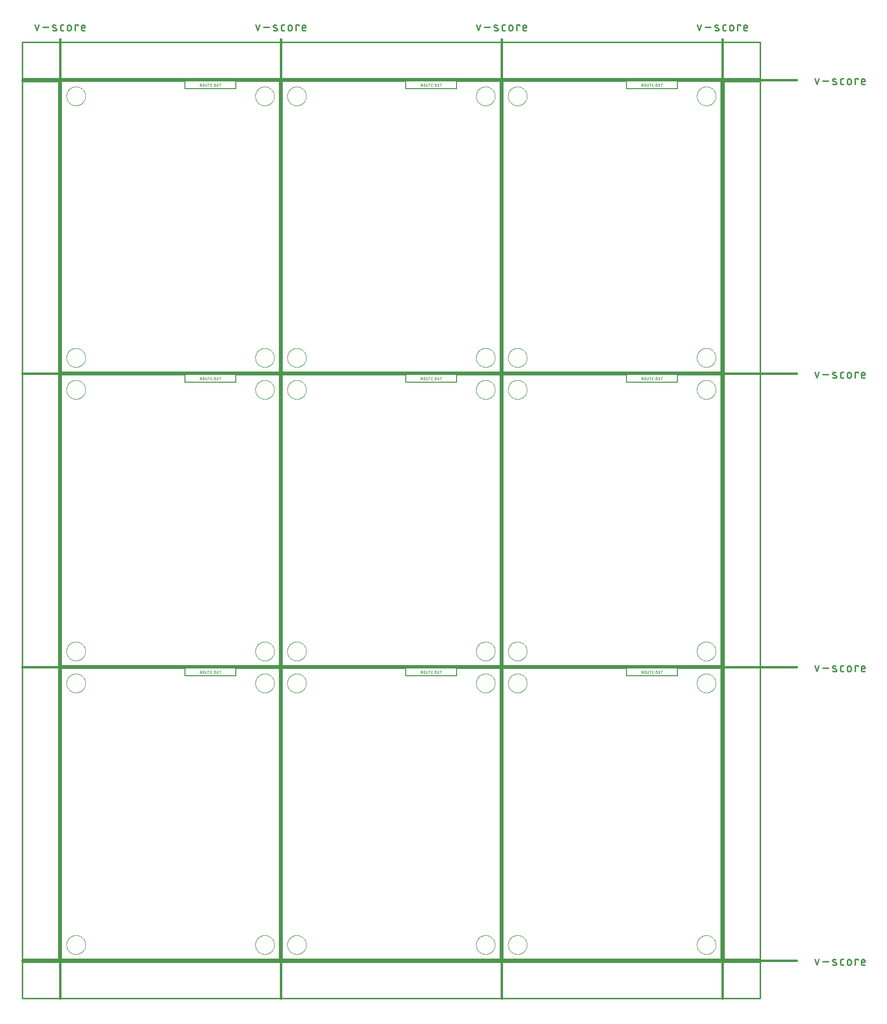
<source format=gko>
G04 EAGLE Gerber RS-274X export*
G75*
%MOMM*%
%FSLAX34Y34*%
%LPD*%
%IN*%
%IPPOS*%
%AMOC8*
5,1,8,0,0,1.08239X$1,22.5*%
G01*
%ADD10C,0.152400*%
%ADD11C,0.076200*%
%ADD12C,0.381000*%
%ADD13C,0.279400*%
%ADD14C,0.254000*%
%ADD15C,0.000000*%


D10*
X381000Y0D02*
X0Y0D01*
X0Y508000D01*
X215900Y508000D01*
X304800Y508000D02*
X381000Y508000D01*
X381000Y0D01*
X215900Y495300D02*
X215900Y508000D01*
X215900Y495300D02*
X304800Y495300D01*
X304800Y508000D01*
D11*
X242408Y503809D02*
X242408Y499491D01*
X242408Y503809D02*
X243607Y503809D01*
X243675Y503807D01*
X243744Y503801D01*
X243811Y503791D01*
X243879Y503778D01*
X243945Y503760D01*
X244010Y503739D01*
X244074Y503714D01*
X244136Y503686D01*
X244197Y503654D01*
X244255Y503619D01*
X244312Y503580D01*
X244366Y503538D01*
X244418Y503493D01*
X244467Y503446D01*
X244513Y503395D01*
X244556Y503342D01*
X244597Y503287D01*
X244634Y503229D01*
X244667Y503170D01*
X244698Y503108D01*
X244724Y503045D01*
X244747Y502981D01*
X244767Y502915D01*
X244782Y502848D01*
X244794Y502781D01*
X244802Y502713D01*
X244806Y502644D01*
X244806Y502576D01*
X244802Y502507D01*
X244794Y502439D01*
X244782Y502372D01*
X244767Y502305D01*
X244747Y502239D01*
X244724Y502175D01*
X244698Y502112D01*
X244667Y502050D01*
X244634Y501991D01*
X244597Y501933D01*
X244556Y501878D01*
X244513Y501825D01*
X244467Y501774D01*
X244418Y501727D01*
X244366Y501682D01*
X244312Y501640D01*
X244255Y501601D01*
X244197Y501566D01*
X244136Y501534D01*
X244074Y501506D01*
X244010Y501481D01*
X243945Y501460D01*
X243879Y501442D01*
X243811Y501429D01*
X243744Y501419D01*
X243675Y501413D01*
X243607Y501411D01*
X243607Y501410D02*
X242408Y501410D01*
X243847Y501410D02*
X244807Y499491D01*
X246938Y500690D02*
X246938Y502610D01*
X246940Y502678D01*
X246946Y502747D01*
X246956Y502814D01*
X246969Y502882D01*
X246987Y502948D01*
X247008Y503013D01*
X247033Y503077D01*
X247061Y503139D01*
X247093Y503200D01*
X247128Y503258D01*
X247167Y503315D01*
X247209Y503369D01*
X247254Y503421D01*
X247301Y503470D01*
X247352Y503516D01*
X247405Y503559D01*
X247460Y503600D01*
X247518Y503637D01*
X247577Y503670D01*
X247639Y503701D01*
X247702Y503727D01*
X247766Y503750D01*
X247832Y503770D01*
X247899Y503785D01*
X247966Y503797D01*
X248034Y503805D01*
X248103Y503809D01*
X248171Y503809D01*
X248240Y503805D01*
X248308Y503797D01*
X248375Y503785D01*
X248442Y503770D01*
X248508Y503750D01*
X248572Y503727D01*
X248635Y503701D01*
X248697Y503670D01*
X248756Y503637D01*
X248814Y503600D01*
X248869Y503559D01*
X248922Y503516D01*
X248973Y503470D01*
X249020Y503421D01*
X249065Y503369D01*
X249107Y503315D01*
X249146Y503258D01*
X249181Y503200D01*
X249213Y503139D01*
X249241Y503077D01*
X249266Y503013D01*
X249287Y502948D01*
X249305Y502882D01*
X249318Y502814D01*
X249328Y502747D01*
X249334Y502678D01*
X249336Y502610D01*
X249336Y500690D01*
X249334Y500622D01*
X249328Y500553D01*
X249318Y500486D01*
X249305Y500418D01*
X249287Y500352D01*
X249266Y500287D01*
X249241Y500223D01*
X249213Y500161D01*
X249181Y500100D01*
X249146Y500042D01*
X249107Y499985D01*
X249065Y499931D01*
X249020Y499879D01*
X248973Y499830D01*
X248922Y499784D01*
X248869Y499741D01*
X248814Y499700D01*
X248756Y499663D01*
X248697Y499630D01*
X248635Y499599D01*
X248572Y499573D01*
X248508Y499550D01*
X248442Y499530D01*
X248375Y499515D01*
X248308Y499503D01*
X248240Y499495D01*
X248171Y499491D01*
X248103Y499491D01*
X248034Y499495D01*
X247966Y499503D01*
X247899Y499515D01*
X247832Y499530D01*
X247766Y499550D01*
X247702Y499573D01*
X247639Y499599D01*
X247577Y499630D01*
X247518Y499663D01*
X247460Y499700D01*
X247405Y499741D01*
X247352Y499784D01*
X247301Y499830D01*
X247254Y499879D01*
X247209Y499931D01*
X247167Y499985D01*
X247128Y500042D01*
X247093Y500100D01*
X247061Y500161D01*
X247033Y500223D01*
X247008Y500287D01*
X246987Y500352D01*
X246969Y500418D01*
X246956Y500486D01*
X246946Y500553D01*
X246940Y500622D01*
X246938Y500690D01*
X251662Y500690D02*
X251662Y503809D01*
X251662Y500690D02*
X251664Y500622D01*
X251670Y500553D01*
X251680Y500486D01*
X251693Y500418D01*
X251711Y500352D01*
X251732Y500287D01*
X251757Y500223D01*
X251785Y500161D01*
X251817Y500100D01*
X251852Y500042D01*
X251891Y499985D01*
X251933Y499931D01*
X251978Y499879D01*
X252025Y499830D01*
X252076Y499784D01*
X252129Y499741D01*
X252184Y499700D01*
X252242Y499663D01*
X252301Y499630D01*
X252363Y499599D01*
X252426Y499573D01*
X252490Y499550D01*
X252556Y499530D01*
X252623Y499515D01*
X252690Y499503D01*
X252758Y499495D01*
X252827Y499491D01*
X252895Y499491D01*
X252964Y499495D01*
X253032Y499503D01*
X253099Y499515D01*
X253166Y499530D01*
X253232Y499550D01*
X253296Y499573D01*
X253359Y499599D01*
X253421Y499630D01*
X253480Y499663D01*
X253538Y499700D01*
X253593Y499741D01*
X253646Y499784D01*
X253697Y499830D01*
X253744Y499879D01*
X253789Y499931D01*
X253831Y499985D01*
X253870Y500042D01*
X253905Y500100D01*
X253937Y500161D01*
X253965Y500223D01*
X253990Y500287D01*
X254011Y500352D01*
X254029Y500418D01*
X254042Y500486D01*
X254052Y500553D01*
X254058Y500622D01*
X254060Y500690D01*
X254061Y500690D02*
X254061Y503809D01*
X257281Y503809D02*
X257281Y499491D01*
X256081Y503809D02*
X258480Y503809D01*
X260514Y499491D02*
X262433Y499491D01*
X260514Y499491D02*
X260514Y503809D01*
X262433Y503809D01*
X261953Y501890D02*
X260514Y501890D01*
X266749Y502610D02*
X266749Y500690D01*
X266750Y502610D02*
X266752Y502678D01*
X266758Y502747D01*
X266768Y502814D01*
X266781Y502882D01*
X266799Y502948D01*
X266820Y503013D01*
X266845Y503077D01*
X266873Y503139D01*
X266905Y503200D01*
X266940Y503258D01*
X266979Y503315D01*
X267021Y503369D01*
X267066Y503421D01*
X267113Y503470D01*
X267164Y503516D01*
X267217Y503559D01*
X267272Y503600D01*
X267330Y503637D01*
X267389Y503670D01*
X267451Y503701D01*
X267514Y503727D01*
X267578Y503750D01*
X267644Y503770D01*
X267711Y503785D01*
X267778Y503797D01*
X267846Y503805D01*
X267915Y503809D01*
X267983Y503809D01*
X268052Y503805D01*
X268120Y503797D01*
X268187Y503785D01*
X268254Y503770D01*
X268320Y503750D01*
X268384Y503727D01*
X268447Y503701D01*
X268509Y503670D01*
X268568Y503637D01*
X268626Y503600D01*
X268681Y503559D01*
X268734Y503516D01*
X268785Y503470D01*
X268832Y503421D01*
X268877Y503369D01*
X268919Y503315D01*
X268958Y503258D01*
X268993Y503200D01*
X269025Y503139D01*
X269053Y503077D01*
X269078Y503013D01*
X269099Y502948D01*
X269117Y502882D01*
X269130Y502814D01*
X269140Y502747D01*
X269146Y502678D01*
X269148Y502610D01*
X269148Y500690D01*
X269146Y500622D01*
X269140Y500553D01*
X269130Y500486D01*
X269117Y500418D01*
X269099Y500352D01*
X269078Y500287D01*
X269053Y500223D01*
X269025Y500161D01*
X268993Y500100D01*
X268958Y500042D01*
X268919Y499985D01*
X268877Y499931D01*
X268832Y499879D01*
X268785Y499830D01*
X268734Y499784D01*
X268681Y499741D01*
X268626Y499700D01*
X268568Y499663D01*
X268509Y499630D01*
X268447Y499599D01*
X268384Y499573D01*
X268320Y499550D01*
X268254Y499530D01*
X268187Y499515D01*
X268120Y499503D01*
X268052Y499495D01*
X267983Y499491D01*
X267915Y499491D01*
X267846Y499495D01*
X267778Y499503D01*
X267711Y499515D01*
X267644Y499530D01*
X267578Y499550D01*
X267514Y499573D01*
X267451Y499599D01*
X267389Y499630D01*
X267330Y499663D01*
X267272Y499700D01*
X267217Y499741D01*
X267164Y499784D01*
X267113Y499830D01*
X267066Y499879D01*
X267021Y499931D01*
X266979Y499985D01*
X266940Y500042D01*
X266905Y500100D01*
X266873Y500161D01*
X266845Y500223D01*
X266820Y500287D01*
X266799Y500352D01*
X266781Y500418D01*
X266768Y500486D01*
X266758Y500553D01*
X266752Y500622D01*
X266750Y500690D01*
X271474Y500690D02*
X271474Y503809D01*
X271474Y500690D02*
X271476Y500622D01*
X271482Y500553D01*
X271492Y500486D01*
X271505Y500418D01*
X271523Y500352D01*
X271544Y500287D01*
X271569Y500223D01*
X271597Y500161D01*
X271629Y500100D01*
X271664Y500042D01*
X271703Y499985D01*
X271745Y499931D01*
X271790Y499879D01*
X271837Y499830D01*
X271888Y499784D01*
X271941Y499741D01*
X271996Y499700D01*
X272054Y499663D01*
X272113Y499630D01*
X272175Y499599D01*
X272238Y499573D01*
X272302Y499550D01*
X272368Y499530D01*
X272435Y499515D01*
X272502Y499503D01*
X272570Y499495D01*
X272639Y499491D01*
X272707Y499491D01*
X272776Y499495D01*
X272844Y499503D01*
X272911Y499515D01*
X272978Y499530D01*
X273044Y499550D01*
X273108Y499573D01*
X273171Y499599D01*
X273233Y499630D01*
X273292Y499663D01*
X273350Y499700D01*
X273405Y499741D01*
X273458Y499784D01*
X273509Y499830D01*
X273556Y499879D01*
X273601Y499931D01*
X273643Y499985D01*
X273682Y500042D01*
X273717Y500100D01*
X273749Y500161D01*
X273777Y500223D01*
X273802Y500287D01*
X273823Y500352D01*
X273841Y500418D01*
X273854Y500486D01*
X273864Y500553D01*
X273870Y500622D01*
X273872Y500690D01*
X273873Y500690D02*
X273873Y503809D01*
X277093Y503809D02*
X277093Y499491D01*
X275893Y503809D02*
X278292Y503809D01*
D10*
X386080Y0D02*
X767080Y0D01*
X386080Y0D02*
X386080Y508000D01*
X601980Y508000D01*
X690880Y508000D02*
X767080Y508000D01*
X767080Y0D01*
X601980Y495300D02*
X601980Y508000D01*
X601980Y495300D02*
X690880Y495300D01*
X690880Y508000D01*
D11*
X628488Y503809D02*
X628488Y499491D01*
X628488Y503809D02*
X629687Y503809D01*
X629755Y503807D01*
X629824Y503801D01*
X629891Y503791D01*
X629959Y503778D01*
X630025Y503760D01*
X630090Y503739D01*
X630154Y503714D01*
X630216Y503686D01*
X630277Y503654D01*
X630335Y503619D01*
X630392Y503580D01*
X630446Y503538D01*
X630498Y503493D01*
X630547Y503446D01*
X630593Y503395D01*
X630636Y503342D01*
X630677Y503287D01*
X630714Y503229D01*
X630747Y503170D01*
X630778Y503108D01*
X630804Y503045D01*
X630827Y502981D01*
X630847Y502915D01*
X630862Y502848D01*
X630874Y502781D01*
X630882Y502713D01*
X630886Y502644D01*
X630886Y502576D01*
X630882Y502507D01*
X630874Y502439D01*
X630862Y502372D01*
X630847Y502305D01*
X630827Y502239D01*
X630804Y502175D01*
X630778Y502112D01*
X630747Y502050D01*
X630714Y501991D01*
X630677Y501933D01*
X630636Y501878D01*
X630593Y501825D01*
X630547Y501774D01*
X630498Y501727D01*
X630446Y501682D01*
X630392Y501640D01*
X630335Y501601D01*
X630277Y501566D01*
X630216Y501534D01*
X630154Y501506D01*
X630090Y501481D01*
X630025Y501460D01*
X629959Y501442D01*
X629891Y501429D01*
X629824Y501419D01*
X629755Y501413D01*
X629687Y501411D01*
X629687Y501410D02*
X628488Y501410D01*
X629927Y501410D02*
X630887Y499491D01*
X633018Y500690D02*
X633018Y502610D01*
X633020Y502678D01*
X633026Y502747D01*
X633036Y502814D01*
X633049Y502882D01*
X633067Y502948D01*
X633088Y503013D01*
X633113Y503077D01*
X633141Y503139D01*
X633173Y503200D01*
X633208Y503258D01*
X633247Y503315D01*
X633289Y503369D01*
X633334Y503421D01*
X633381Y503470D01*
X633432Y503516D01*
X633485Y503559D01*
X633540Y503600D01*
X633598Y503637D01*
X633657Y503670D01*
X633719Y503701D01*
X633782Y503727D01*
X633846Y503750D01*
X633912Y503770D01*
X633979Y503785D01*
X634046Y503797D01*
X634114Y503805D01*
X634183Y503809D01*
X634251Y503809D01*
X634320Y503805D01*
X634388Y503797D01*
X634455Y503785D01*
X634522Y503770D01*
X634588Y503750D01*
X634652Y503727D01*
X634715Y503701D01*
X634777Y503670D01*
X634836Y503637D01*
X634894Y503600D01*
X634949Y503559D01*
X635002Y503516D01*
X635053Y503470D01*
X635100Y503421D01*
X635145Y503369D01*
X635187Y503315D01*
X635226Y503258D01*
X635261Y503200D01*
X635293Y503139D01*
X635321Y503077D01*
X635346Y503013D01*
X635367Y502948D01*
X635385Y502882D01*
X635398Y502814D01*
X635408Y502747D01*
X635414Y502678D01*
X635416Y502610D01*
X635416Y500690D01*
X635414Y500622D01*
X635408Y500553D01*
X635398Y500486D01*
X635385Y500418D01*
X635367Y500352D01*
X635346Y500287D01*
X635321Y500223D01*
X635293Y500161D01*
X635261Y500100D01*
X635226Y500042D01*
X635187Y499985D01*
X635145Y499931D01*
X635100Y499879D01*
X635053Y499830D01*
X635002Y499784D01*
X634949Y499741D01*
X634894Y499700D01*
X634836Y499663D01*
X634777Y499630D01*
X634715Y499599D01*
X634652Y499573D01*
X634588Y499550D01*
X634522Y499530D01*
X634455Y499515D01*
X634388Y499503D01*
X634320Y499495D01*
X634251Y499491D01*
X634183Y499491D01*
X634114Y499495D01*
X634046Y499503D01*
X633979Y499515D01*
X633912Y499530D01*
X633846Y499550D01*
X633782Y499573D01*
X633719Y499599D01*
X633657Y499630D01*
X633598Y499663D01*
X633540Y499700D01*
X633485Y499741D01*
X633432Y499784D01*
X633381Y499830D01*
X633334Y499879D01*
X633289Y499931D01*
X633247Y499985D01*
X633208Y500042D01*
X633173Y500100D01*
X633141Y500161D01*
X633113Y500223D01*
X633088Y500287D01*
X633067Y500352D01*
X633049Y500418D01*
X633036Y500486D01*
X633026Y500553D01*
X633020Y500622D01*
X633018Y500690D01*
X637742Y500690D02*
X637742Y503809D01*
X637742Y500690D02*
X637744Y500622D01*
X637750Y500553D01*
X637760Y500486D01*
X637773Y500418D01*
X637791Y500352D01*
X637812Y500287D01*
X637837Y500223D01*
X637865Y500161D01*
X637897Y500100D01*
X637932Y500042D01*
X637971Y499985D01*
X638013Y499931D01*
X638058Y499879D01*
X638105Y499830D01*
X638156Y499784D01*
X638209Y499741D01*
X638264Y499700D01*
X638322Y499663D01*
X638381Y499630D01*
X638443Y499599D01*
X638506Y499573D01*
X638570Y499550D01*
X638636Y499530D01*
X638703Y499515D01*
X638770Y499503D01*
X638838Y499495D01*
X638907Y499491D01*
X638975Y499491D01*
X639044Y499495D01*
X639112Y499503D01*
X639179Y499515D01*
X639246Y499530D01*
X639312Y499550D01*
X639376Y499573D01*
X639439Y499599D01*
X639501Y499630D01*
X639560Y499663D01*
X639618Y499700D01*
X639673Y499741D01*
X639726Y499784D01*
X639777Y499830D01*
X639824Y499879D01*
X639869Y499931D01*
X639911Y499985D01*
X639950Y500042D01*
X639985Y500100D01*
X640017Y500161D01*
X640045Y500223D01*
X640070Y500287D01*
X640091Y500352D01*
X640109Y500418D01*
X640122Y500486D01*
X640132Y500553D01*
X640138Y500622D01*
X640140Y500690D01*
X640141Y500690D02*
X640141Y503809D01*
X643361Y503809D02*
X643361Y499491D01*
X642161Y503809D02*
X644560Y503809D01*
X646594Y499491D02*
X648513Y499491D01*
X646594Y499491D02*
X646594Y503809D01*
X648513Y503809D01*
X648033Y501890D02*
X646594Y501890D01*
X652829Y502610D02*
X652829Y500690D01*
X652830Y502610D02*
X652832Y502678D01*
X652838Y502747D01*
X652848Y502814D01*
X652861Y502882D01*
X652879Y502948D01*
X652900Y503013D01*
X652925Y503077D01*
X652953Y503139D01*
X652985Y503200D01*
X653020Y503258D01*
X653059Y503315D01*
X653101Y503369D01*
X653146Y503421D01*
X653193Y503470D01*
X653244Y503516D01*
X653297Y503559D01*
X653352Y503600D01*
X653410Y503637D01*
X653469Y503670D01*
X653531Y503701D01*
X653594Y503727D01*
X653658Y503750D01*
X653724Y503770D01*
X653791Y503785D01*
X653858Y503797D01*
X653926Y503805D01*
X653995Y503809D01*
X654063Y503809D01*
X654132Y503805D01*
X654200Y503797D01*
X654267Y503785D01*
X654334Y503770D01*
X654400Y503750D01*
X654464Y503727D01*
X654527Y503701D01*
X654589Y503670D01*
X654648Y503637D01*
X654706Y503600D01*
X654761Y503559D01*
X654814Y503516D01*
X654865Y503470D01*
X654912Y503421D01*
X654957Y503369D01*
X654999Y503315D01*
X655038Y503258D01*
X655073Y503200D01*
X655105Y503139D01*
X655133Y503077D01*
X655158Y503013D01*
X655179Y502948D01*
X655197Y502882D01*
X655210Y502814D01*
X655220Y502747D01*
X655226Y502678D01*
X655228Y502610D01*
X655228Y500690D01*
X655226Y500622D01*
X655220Y500553D01*
X655210Y500486D01*
X655197Y500418D01*
X655179Y500352D01*
X655158Y500287D01*
X655133Y500223D01*
X655105Y500161D01*
X655073Y500100D01*
X655038Y500042D01*
X654999Y499985D01*
X654957Y499931D01*
X654912Y499879D01*
X654865Y499830D01*
X654814Y499784D01*
X654761Y499741D01*
X654706Y499700D01*
X654648Y499663D01*
X654589Y499630D01*
X654527Y499599D01*
X654464Y499573D01*
X654400Y499550D01*
X654334Y499530D01*
X654267Y499515D01*
X654200Y499503D01*
X654132Y499495D01*
X654063Y499491D01*
X653995Y499491D01*
X653926Y499495D01*
X653858Y499503D01*
X653791Y499515D01*
X653724Y499530D01*
X653658Y499550D01*
X653594Y499573D01*
X653531Y499599D01*
X653469Y499630D01*
X653410Y499663D01*
X653352Y499700D01*
X653297Y499741D01*
X653244Y499784D01*
X653193Y499830D01*
X653146Y499879D01*
X653101Y499931D01*
X653059Y499985D01*
X653020Y500042D01*
X652985Y500100D01*
X652953Y500161D01*
X652925Y500223D01*
X652900Y500287D01*
X652879Y500352D01*
X652861Y500418D01*
X652848Y500486D01*
X652838Y500553D01*
X652832Y500622D01*
X652830Y500690D01*
X657554Y500690D02*
X657554Y503809D01*
X657554Y500690D02*
X657556Y500622D01*
X657562Y500553D01*
X657572Y500486D01*
X657585Y500418D01*
X657603Y500352D01*
X657624Y500287D01*
X657649Y500223D01*
X657677Y500161D01*
X657709Y500100D01*
X657744Y500042D01*
X657783Y499985D01*
X657825Y499931D01*
X657870Y499879D01*
X657917Y499830D01*
X657968Y499784D01*
X658021Y499741D01*
X658076Y499700D01*
X658134Y499663D01*
X658193Y499630D01*
X658255Y499599D01*
X658318Y499573D01*
X658382Y499550D01*
X658448Y499530D01*
X658515Y499515D01*
X658582Y499503D01*
X658650Y499495D01*
X658719Y499491D01*
X658787Y499491D01*
X658856Y499495D01*
X658924Y499503D01*
X658991Y499515D01*
X659058Y499530D01*
X659124Y499550D01*
X659188Y499573D01*
X659251Y499599D01*
X659313Y499630D01*
X659372Y499663D01*
X659430Y499700D01*
X659485Y499741D01*
X659538Y499784D01*
X659589Y499830D01*
X659636Y499879D01*
X659681Y499931D01*
X659723Y499985D01*
X659762Y500042D01*
X659797Y500100D01*
X659829Y500161D01*
X659857Y500223D01*
X659882Y500287D01*
X659903Y500352D01*
X659921Y500418D01*
X659934Y500486D01*
X659944Y500553D01*
X659950Y500622D01*
X659952Y500690D01*
X659953Y500690D02*
X659953Y503809D01*
X663173Y503809D02*
X663173Y499491D01*
X661973Y503809D02*
X664372Y503809D01*
D10*
X772160Y0D02*
X1153160Y0D01*
X772160Y0D02*
X772160Y508000D01*
X988060Y508000D01*
X1076960Y508000D02*
X1153160Y508000D01*
X1153160Y0D01*
X988060Y495300D02*
X988060Y508000D01*
X988060Y495300D02*
X1076960Y495300D01*
X1076960Y508000D01*
D11*
X1014568Y503809D02*
X1014568Y499491D01*
X1014568Y503809D02*
X1015767Y503809D01*
X1015835Y503807D01*
X1015904Y503801D01*
X1015971Y503791D01*
X1016039Y503778D01*
X1016105Y503760D01*
X1016170Y503739D01*
X1016234Y503714D01*
X1016296Y503686D01*
X1016357Y503654D01*
X1016415Y503619D01*
X1016472Y503580D01*
X1016526Y503538D01*
X1016578Y503493D01*
X1016627Y503446D01*
X1016673Y503395D01*
X1016716Y503342D01*
X1016757Y503287D01*
X1016794Y503229D01*
X1016827Y503170D01*
X1016858Y503108D01*
X1016884Y503045D01*
X1016907Y502981D01*
X1016927Y502915D01*
X1016942Y502848D01*
X1016954Y502781D01*
X1016962Y502713D01*
X1016966Y502644D01*
X1016966Y502576D01*
X1016962Y502507D01*
X1016954Y502439D01*
X1016942Y502372D01*
X1016927Y502305D01*
X1016907Y502239D01*
X1016884Y502175D01*
X1016858Y502112D01*
X1016827Y502050D01*
X1016794Y501991D01*
X1016757Y501933D01*
X1016716Y501878D01*
X1016673Y501825D01*
X1016627Y501774D01*
X1016578Y501727D01*
X1016526Y501682D01*
X1016472Y501640D01*
X1016415Y501601D01*
X1016357Y501566D01*
X1016296Y501534D01*
X1016234Y501506D01*
X1016170Y501481D01*
X1016105Y501460D01*
X1016039Y501442D01*
X1015971Y501429D01*
X1015904Y501419D01*
X1015835Y501413D01*
X1015767Y501411D01*
X1015767Y501410D02*
X1014568Y501410D01*
X1016007Y501410D02*
X1016967Y499491D01*
X1019098Y500690D02*
X1019098Y502610D01*
X1019100Y502678D01*
X1019106Y502747D01*
X1019116Y502814D01*
X1019129Y502882D01*
X1019147Y502948D01*
X1019168Y503013D01*
X1019193Y503077D01*
X1019221Y503139D01*
X1019253Y503200D01*
X1019288Y503258D01*
X1019327Y503315D01*
X1019369Y503369D01*
X1019414Y503421D01*
X1019461Y503470D01*
X1019512Y503516D01*
X1019565Y503559D01*
X1019620Y503600D01*
X1019678Y503637D01*
X1019737Y503670D01*
X1019799Y503701D01*
X1019862Y503727D01*
X1019926Y503750D01*
X1019992Y503770D01*
X1020059Y503785D01*
X1020126Y503797D01*
X1020194Y503805D01*
X1020263Y503809D01*
X1020331Y503809D01*
X1020400Y503805D01*
X1020468Y503797D01*
X1020535Y503785D01*
X1020602Y503770D01*
X1020668Y503750D01*
X1020732Y503727D01*
X1020795Y503701D01*
X1020857Y503670D01*
X1020916Y503637D01*
X1020974Y503600D01*
X1021029Y503559D01*
X1021082Y503516D01*
X1021133Y503470D01*
X1021180Y503421D01*
X1021225Y503369D01*
X1021267Y503315D01*
X1021306Y503258D01*
X1021341Y503200D01*
X1021373Y503139D01*
X1021401Y503077D01*
X1021426Y503013D01*
X1021447Y502948D01*
X1021465Y502882D01*
X1021478Y502814D01*
X1021488Y502747D01*
X1021494Y502678D01*
X1021496Y502610D01*
X1021496Y500690D01*
X1021494Y500622D01*
X1021488Y500553D01*
X1021478Y500486D01*
X1021465Y500418D01*
X1021447Y500352D01*
X1021426Y500287D01*
X1021401Y500223D01*
X1021373Y500161D01*
X1021341Y500100D01*
X1021306Y500042D01*
X1021267Y499985D01*
X1021225Y499931D01*
X1021180Y499879D01*
X1021133Y499830D01*
X1021082Y499784D01*
X1021029Y499741D01*
X1020974Y499700D01*
X1020916Y499663D01*
X1020857Y499630D01*
X1020795Y499599D01*
X1020732Y499573D01*
X1020668Y499550D01*
X1020602Y499530D01*
X1020535Y499515D01*
X1020468Y499503D01*
X1020400Y499495D01*
X1020331Y499491D01*
X1020263Y499491D01*
X1020194Y499495D01*
X1020126Y499503D01*
X1020059Y499515D01*
X1019992Y499530D01*
X1019926Y499550D01*
X1019862Y499573D01*
X1019799Y499599D01*
X1019737Y499630D01*
X1019678Y499663D01*
X1019620Y499700D01*
X1019565Y499741D01*
X1019512Y499784D01*
X1019461Y499830D01*
X1019414Y499879D01*
X1019369Y499931D01*
X1019327Y499985D01*
X1019288Y500042D01*
X1019253Y500100D01*
X1019221Y500161D01*
X1019193Y500223D01*
X1019168Y500287D01*
X1019147Y500352D01*
X1019129Y500418D01*
X1019116Y500486D01*
X1019106Y500553D01*
X1019100Y500622D01*
X1019098Y500690D01*
X1023822Y500690D02*
X1023822Y503809D01*
X1023822Y500690D02*
X1023824Y500622D01*
X1023830Y500553D01*
X1023840Y500486D01*
X1023853Y500418D01*
X1023871Y500352D01*
X1023892Y500287D01*
X1023917Y500223D01*
X1023945Y500161D01*
X1023977Y500100D01*
X1024012Y500042D01*
X1024051Y499985D01*
X1024093Y499931D01*
X1024138Y499879D01*
X1024185Y499830D01*
X1024236Y499784D01*
X1024289Y499741D01*
X1024344Y499700D01*
X1024402Y499663D01*
X1024461Y499630D01*
X1024523Y499599D01*
X1024586Y499573D01*
X1024650Y499550D01*
X1024716Y499530D01*
X1024783Y499515D01*
X1024850Y499503D01*
X1024918Y499495D01*
X1024987Y499491D01*
X1025055Y499491D01*
X1025124Y499495D01*
X1025192Y499503D01*
X1025259Y499515D01*
X1025326Y499530D01*
X1025392Y499550D01*
X1025456Y499573D01*
X1025519Y499599D01*
X1025581Y499630D01*
X1025640Y499663D01*
X1025698Y499700D01*
X1025753Y499741D01*
X1025806Y499784D01*
X1025857Y499830D01*
X1025904Y499879D01*
X1025949Y499931D01*
X1025991Y499985D01*
X1026030Y500042D01*
X1026065Y500100D01*
X1026097Y500161D01*
X1026125Y500223D01*
X1026150Y500287D01*
X1026171Y500352D01*
X1026189Y500418D01*
X1026202Y500486D01*
X1026212Y500553D01*
X1026218Y500622D01*
X1026220Y500690D01*
X1026221Y500690D02*
X1026221Y503809D01*
X1029441Y503809D02*
X1029441Y499491D01*
X1028241Y503809D02*
X1030640Y503809D01*
X1032674Y499491D02*
X1034593Y499491D01*
X1032674Y499491D02*
X1032674Y503809D01*
X1034593Y503809D01*
X1034113Y501890D02*
X1032674Y501890D01*
X1038909Y502610D02*
X1038909Y500690D01*
X1038910Y502610D02*
X1038912Y502678D01*
X1038918Y502747D01*
X1038928Y502814D01*
X1038941Y502882D01*
X1038959Y502948D01*
X1038980Y503013D01*
X1039005Y503077D01*
X1039033Y503139D01*
X1039065Y503200D01*
X1039100Y503258D01*
X1039139Y503315D01*
X1039181Y503369D01*
X1039226Y503421D01*
X1039273Y503470D01*
X1039324Y503516D01*
X1039377Y503559D01*
X1039432Y503600D01*
X1039490Y503637D01*
X1039549Y503670D01*
X1039611Y503701D01*
X1039674Y503727D01*
X1039738Y503750D01*
X1039804Y503770D01*
X1039871Y503785D01*
X1039938Y503797D01*
X1040006Y503805D01*
X1040075Y503809D01*
X1040143Y503809D01*
X1040212Y503805D01*
X1040280Y503797D01*
X1040347Y503785D01*
X1040414Y503770D01*
X1040480Y503750D01*
X1040544Y503727D01*
X1040607Y503701D01*
X1040669Y503670D01*
X1040728Y503637D01*
X1040786Y503600D01*
X1040841Y503559D01*
X1040894Y503516D01*
X1040945Y503470D01*
X1040992Y503421D01*
X1041037Y503369D01*
X1041079Y503315D01*
X1041118Y503258D01*
X1041153Y503200D01*
X1041185Y503139D01*
X1041213Y503077D01*
X1041238Y503013D01*
X1041259Y502948D01*
X1041277Y502882D01*
X1041290Y502814D01*
X1041300Y502747D01*
X1041306Y502678D01*
X1041308Y502610D01*
X1041308Y500690D01*
X1041306Y500622D01*
X1041300Y500553D01*
X1041290Y500486D01*
X1041277Y500418D01*
X1041259Y500352D01*
X1041238Y500287D01*
X1041213Y500223D01*
X1041185Y500161D01*
X1041153Y500100D01*
X1041118Y500042D01*
X1041079Y499985D01*
X1041037Y499931D01*
X1040992Y499879D01*
X1040945Y499830D01*
X1040894Y499784D01*
X1040841Y499741D01*
X1040786Y499700D01*
X1040728Y499663D01*
X1040669Y499630D01*
X1040607Y499599D01*
X1040544Y499573D01*
X1040480Y499550D01*
X1040414Y499530D01*
X1040347Y499515D01*
X1040280Y499503D01*
X1040212Y499495D01*
X1040143Y499491D01*
X1040075Y499491D01*
X1040006Y499495D01*
X1039938Y499503D01*
X1039871Y499515D01*
X1039804Y499530D01*
X1039738Y499550D01*
X1039674Y499573D01*
X1039611Y499599D01*
X1039549Y499630D01*
X1039490Y499663D01*
X1039432Y499700D01*
X1039377Y499741D01*
X1039324Y499784D01*
X1039273Y499830D01*
X1039226Y499879D01*
X1039181Y499931D01*
X1039139Y499985D01*
X1039100Y500042D01*
X1039065Y500100D01*
X1039033Y500161D01*
X1039005Y500223D01*
X1038980Y500287D01*
X1038959Y500352D01*
X1038941Y500418D01*
X1038928Y500486D01*
X1038918Y500553D01*
X1038912Y500622D01*
X1038910Y500690D01*
X1043634Y500690D02*
X1043634Y503809D01*
X1043634Y500690D02*
X1043636Y500622D01*
X1043642Y500553D01*
X1043652Y500486D01*
X1043665Y500418D01*
X1043683Y500352D01*
X1043704Y500287D01*
X1043729Y500223D01*
X1043757Y500161D01*
X1043789Y500100D01*
X1043824Y500042D01*
X1043863Y499985D01*
X1043905Y499931D01*
X1043950Y499879D01*
X1043997Y499830D01*
X1044048Y499784D01*
X1044101Y499741D01*
X1044156Y499700D01*
X1044214Y499663D01*
X1044273Y499630D01*
X1044335Y499599D01*
X1044398Y499573D01*
X1044462Y499550D01*
X1044528Y499530D01*
X1044595Y499515D01*
X1044662Y499503D01*
X1044730Y499495D01*
X1044799Y499491D01*
X1044867Y499491D01*
X1044936Y499495D01*
X1045004Y499503D01*
X1045071Y499515D01*
X1045138Y499530D01*
X1045204Y499550D01*
X1045268Y499573D01*
X1045331Y499599D01*
X1045393Y499630D01*
X1045452Y499663D01*
X1045510Y499700D01*
X1045565Y499741D01*
X1045618Y499784D01*
X1045669Y499830D01*
X1045716Y499879D01*
X1045761Y499931D01*
X1045803Y499985D01*
X1045842Y500042D01*
X1045877Y500100D01*
X1045909Y500161D01*
X1045937Y500223D01*
X1045962Y500287D01*
X1045983Y500352D01*
X1046001Y500418D01*
X1046014Y500486D01*
X1046024Y500553D01*
X1046030Y500622D01*
X1046032Y500690D01*
X1046033Y500690D02*
X1046033Y503809D01*
X1049253Y503809D02*
X1049253Y499491D01*
X1048053Y503809D02*
X1050452Y503809D01*
D10*
X381000Y513080D02*
X0Y513080D01*
X0Y1021080D01*
X215900Y1021080D01*
X304800Y1021080D02*
X381000Y1021080D01*
X381000Y513080D01*
X215900Y1008380D02*
X215900Y1021080D01*
X215900Y1008380D02*
X304800Y1008380D01*
X304800Y1021080D01*
D11*
X242408Y1016889D02*
X242408Y1012571D01*
X242408Y1016889D02*
X243607Y1016889D01*
X243675Y1016887D01*
X243744Y1016881D01*
X243811Y1016871D01*
X243879Y1016858D01*
X243945Y1016840D01*
X244010Y1016819D01*
X244074Y1016794D01*
X244136Y1016766D01*
X244197Y1016734D01*
X244255Y1016699D01*
X244312Y1016660D01*
X244366Y1016618D01*
X244418Y1016573D01*
X244467Y1016526D01*
X244513Y1016475D01*
X244556Y1016422D01*
X244597Y1016367D01*
X244634Y1016309D01*
X244667Y1016250D01*
X244698Y1016188D01*
X244724Y1016125D01*
X244747Y1016061D01*
X244767Y1015995D01*
X244782Y1015928D01*
X244794Y1015861D01*
X244802Y1015793D01*
X244806Y1015724D01*
X244806Y1015656D01*
X244802Y1015587D01*
X244794Y1015519D01*
X244782Y1015452D01*
X244767Y1015385D01*
X244747Y1015319D01*
X244724Y1015255D01*
X244698Y1015192D01*
X244667Y1015130D01*
X244634Y1015071D01*
X244597Y1015013D01*
X244556Y1014958D01*
X244513Y1014905D01*
X244467Y1014854D01*
X244418Y1014807D01*
X244366Y1014762D01*
X244312Y1014720D01*
X244255Y1014681D01*
X244197Y1014646D01*
X244136Y1014614D01*
X244074Y1014586D01*
X244010Y1014561D01*
X243945Y1014540D01*
X243879Y1014522D01*
X243811Y1014509D01*
X243744Y1014499D01*
X243675Y1014493D01*
X243607Y1014491D01*
X243607Y1014490D02*
X242408Y1014490D01*
X243847Y1014490D02*
X244807Y1012571D01*
X246938Y1013770D02*
X246938Y1015690D01*
X246940Y1015758D01*
X246946Y1015827D01*
X246956Y1015894D01*
X246969Y1015962D01*
X246987Y1016028D01*
X247008Y1016093D01*
X247033Y1016157D01*
X247061Y1016219D01*
X247093Y1016280D01*
X247128Y1016338D01*
X247167Y1016395D01*
X247209Y1016449D01*
X247254Y1016501D01*
X247301Y1016550D01*
X247352Y1016596D01*
X247405Y1016639D01*
X247460Y1016680D01*
X247518Y1016717D01*
X247577Y1016750D01*
X247639Y1016781D01*
X247702Y1016807D01*
X247766Y1016830D01*
X247832Y1016850D01*
X247899Y1016865D01*
X247966Y1016877D01*
X248034Y1016885D01*
X248103Y1016889D01*
X248171Y1016889D01*
X248240Y1016885D01*
X248308Y1016877D01*
X248375Y1016865D01*
X248442Y1016850D01*
X248508Y1016830D01*
X248572Y1016807D01*
X248635Y1016781D01*
X248697Y1016750D01*
X248756Y1016717D01*
X248814Y1016680D01*
X248869Y1016639D01*
X248922Y1016596D01*
X248973Y1016550D01*
X249020Y1016501D01*
X249065Y1016449D01*
X249107Y1016395D01*
X249146Y1016338D01*
X249181Y1016280D01*
X249213Y1016219D01*
X249241Y1016157D01*
X249266Y1016093D01*
X249287Y1016028D01*
X249305Y1015962D01*
X249318Y1015894D01*
X249328Y1015827D01*
X249334Y1015758D01*
X249336Y1015690D01*
X249336Y1013770D01*
X249334Y1013702D01*
X249328Y1013633D01*
X249318Y1013566D01*
X249305Y1013498D01*
X249287Y1013432D01*
X249266Y1013367D01*
X249241Y1013303D01*
X249213Y1013241D01*
X249181Y1013180D01*
X249146Y1013122D01*
X249107Y1013065D01*
X249065Y1013011D01*
X249020Y1012959D01*
X248973Y1012910D01*
X248922Y1012864D01*
X248869Y1012821D01*
X248814Y1012780D01*
X248756Y1012743D01*
X248697Y1012710D01*
X248635Y1012679D01*
X248572Y1012653D01*
X248508Y1012630D01*
X248442Y1012610D01*
X248375Y1012595D01*
X248308Y1012583D01*
X248240Y1012575D01*
X248171Y1012571D01*
X248103Y1012571D01*
X248034Y1012575D01*
X247966Y1012583D01*
X247899Y1012595D01*
X247832Y1012610D01*
X247766Y1012630D01*
X247702Y1012653D01*
X247639Y1012679D01*
X247577Y1012710D01*
X247518Y1012743D01*
X247460Y1012780D01*
X247405Y1012821D01*
X247352Y1012864D01*
X247301Y1012910D01*
X247254Y1012959D01*
X247209Y1013011D01*
X247167Y1013065D01*
X247128Y1013122D01*
X247093Y1013180D01*
X247061Y1013241D01*
X247033Y1013303D01*
X247008Y1013367D01*
X246987Y1013432D01*
X246969Y1013498D01*
X246956Y1013566D01*
X246946Y1013633D01*
X246940Y1013702D01*
X246938Y1013770D01*
X251662Y1013770D02*
X251662Y1016889D01*
X251662Y1013770D02*
X251664Y1013702D01*
X251670Y1013633D01*
X251680Y1013566D01*
X251693Y1013498D01*
X251711Y1013432D01*
X251732Y1013367D01*
X251757Y1013303D01*
X251785Y1013241D01*
X251817Y1013180D01*
X251852Y1013122D01*
X251891Y1013065D01*
X251933Y1013011D01*
X251978Y1012959D01*
X252025Y1012910D01*
X252076Y1012864D01*
X252129Y1012821D01*
X252184Y1012780D01*
X252242Y1012743D01*
X252301Y1012710D01*
X252363Y1012679D01*
X252426Y1012653D01*
X252490Y1012630D01*
X252556Y1012610D01*
X252623Y1012595D01*
X252690Y1012583D01*
X252758Y1012575D01*
X252827Y1012571D01*
X252895Y1012571D01*
X252964Y1012575D01*
X253032Y1012583D01*
X253099Y1012595D01*
X253166Y1012610D01*
X253232Y1012630D01*
X253296Y1012653D01*
X253359Y1012679D01*
X253421Y1012710D01*
X253480Y1012743D01*
X253538Y1012780D01*
X253593Y1012821D01*
X253646Y1012864D01*
X253697Y1012910D01*
X253744Y1012959D01*
X253789Y1013011D01*
X253831Y1013065D01*
X253870Y1013122D01*
X253905Y1013180D01*
X253937Y1013241D01*
X253965Y1013303D01*
X253990Y1013367D01*
X254011Y1013432D01*
X254029Y1013498D01*
X254042Y1013566D01*
X254052Y1013633D01*
X254058Y1013702D01*
X254060Y1013770D01*
X254061Y1013770D02*
X254061Y1016889D01*
X257281Y1016889D02*
X257281Y1012571D01*
X256081Y1016889D02*
X258480Y1016889D01*
X260514Y1012571D02*
X262433Y1012571D01*
X260514Y1012571D02*
X260514Y1016889D01*
X262433Y1016889D01*
X261953Y1014970D02*
X260514Y1014970D01*
X266749Y1015690D02*
X266749Y1013770D01*
X266750Y1015690D02*
X266752Y1015758D01*
X266758Y1015827D01*
X266768Y1015894D01*
X266781Y1015962D01*
X266799Y1016028D01*
X266820Y1016093D01*
X266845Y1016157D01*
X266873Y1016219D01*
X266905Y1016280D01*
X266940Y1016338D01*
X266979Y1016395D01*
X267021Y1016449D01*
X267066Y1016501D01*
X267113Y1016550D01*
X267164Y1016596D01*
X267217Y1016639D01*
X267272Y1016680D01*
X267330Y1016717D01*
X267389Y1016750D01*
X267451Y1016781D01*
X267514Y1016807D01*
X267578Y1016830D01*
X267644Y1016850D01*
X267711Y1016865D01*
X267778Y1016877D01*
X267846Y1016885D01*
X267915Y1016889D01*
X267983Y1016889D01*
X268052Y1016885D01*
X268120Y1016877D01*
X268187Y1016865D01*
X268254Y1016850D01*
X268320Y1016830D01*
X268384Y1016807D01*
X268447Y1016781D01*
X268509Y1016750D01*
X268568Y1016717D01*
X268626Y1016680D01*
X268681Y1016639D01*
X268734Y1016596D01*
X268785Y1016550D01*
X268832Y1016501D01*
X268877Y1016449D01*
X268919Y1016395D01*
X268958Y1016338D01*
X268993Y1016280D01*
X269025Y1016219D01*
X269053Y1016157D01*
X269078Y1016093D01*
X269099Y1016028D01*
X269117Y1015962D01*
X269130Y1015894D01*
X269140Y1015827D01*
X269146Y1015758D01*
X269148Y1015690D01*
X269148Y1013770D01*
X269146Y1013702D01*
X269140Y1013633D01*
X269130Y1013566D01*
X269117Y1013498D01*
X269099Y1013432D01*
X269078Y1013367D01*
X269053Y1013303D01*
X269025Y1013241D01*
X268993Y1013180D01*
X268958Y1013122D01*
X268919Y1013065D01*
X268877Y1013011D01*
X268832Y1012959D01*
X268785Y1012910D01*
X268734Y1012864D01*
X268681Y1012821D01*
X268626Y1012780D01*
X268568Y1012743D01*
X268509Y1012710D01*
X268447Y1012679D01*
X268384Y1012653D01*
X268320Y1012630D01*
X268254Y1012610D01*
X268187Y1012595D01*
X268120Y1012583D01*
X268052Y1012575D01*
X267983Y1012571D01*
X267915Y1012571D01*
X267846Y1012575D01*
X267778Y1012583D01*
X267711Y1012595D01*
X267644Y1012610D01*
X267578Y1012630D01*
X267514Y1012653D01*
X267451Y1012679D01*
X267389Y1012710D01*
X267330Y1012743D01*
X267272Y1012780D01*
X267217Y1012821D01*
X267164Y1012864D01*
X267113Y1012910D01*
X267066Y1012959D01*
X267021Y1013011D01*
X266979Y1013065D01*
X266940Y1013122D01*
X266905Y1013180D01*
X266873Y1013241D01*
X266845Y1013303D01*
X266820Y1013367D01*
X266799Y1013432D01*
X266781Y1013498D01*
X266768Y1013566D01*
X266758Y1013633D01*
X266752Y1013702D01*
X266750Y1013770D01*
X271474Y1013770D02*
X271474Y1016889D01*
X271474Y1013770D02*
X271476Y1013702D01*
X271482Y1013633D01*
X271492Y1013566D01*
X271505Y1013498D01*
X271523Y1013432D01*
X271544Y1013367D01*
X271569Y1013303D01*
X271597Y1013241D01*
X271629Y1013180D01*
X271664Y1013122D01*
X271703Y1013065D01*
X271745Y1013011D01*
X271790Y1012959D01*
X271837Y1012910D01*
X271888Y1012864D01*
X271941Y1012821D01*
X271996Y1012780D01*
X272054Y1012743D01*
X272113Y1012710D01*
X272175Y1012679D01*
X272238Y1012653D01*
X272302Y1012630D01*
X272368Y1012610D01*
X272435Y1012595D01*
X272502Y1012583D01*
X272570Y1012575D01*
X272639Y1012571D01*
X272707Y1012571D01*
X272776Y1012575D01*
X272844Y1012583D01*
X272911Y1012595D01*
X272978Y1012610D01*
X273044Y1012630D01*
X273108Y1012653D01*
X273171Y1012679D01*
X273233Y1012710D01*
X273292Y1012743D01*
X273350Y1012780D01*
X273405Y1012821D01*
X273458Y1012864D01*
X273509Y1012910D01*
X273556Y1012959D01*
X273601Y1013011D01*
X273643Y1013065D01*
X273682Y1013122D01*
X273717Y1013180D01*
X273749Y1013241D01*
X273777Y1013303D01*
X273802Y1013367D01*
X273823Y1013432D01*
X273841Y1013498D01*
X273854Y1013566D01*
X273864Y1013633D01*
X273870Y1013702D01*
X273872Y1013770D01*
X273873Y1013770D02*
X273873Y1016889D01*
X277093Y1016889D02*
X277093Y1012571D01*
X275893Y1016889D02*
X278292Y1016889D01*
D10*
X386080Y513080D02*
X767080Y513080D01*
X386080Y513080D02*
X386080Y1021080D01*
X601980Y1021080D01*
X690880Y1021080D02*
X767080Y1021080D01*
X767080Y513080D01*
X601980Y1008380D02*
X601980Y1021080D01*
X601980Y1008380D02*
X690880Y1008380D01*
X690880Y1021080D01*
D11*
X628488Y1016889D02*
X628488Y1012571D01*
X628488Y1016889D02*
X629687Y1016889D01*
X629755Y1016887D01*
X629824Y1016881D01*
X629891Y1016871D01*
X629959Y1016858D01*
X630025Y1016840D01*
X630090Y1016819D01*
X630154Y1016794D01*
X630216Y1016766D01*
X630277Y1016734D01*
X630335Y1016699D01*
X630392Y1016660D01*
X630446Y1016618D01*
X630498Y1016573D01*
X630547Y1016526D01*
X630593Y1016475D01*
X630636Y1016422D01*
X630677Y1016367D01*
X630714Y1016309D01*
X630747Y1016250D01*
X630778Y1016188D01*
X630804Y1016125D01*
X630827Y1016061D01*
X630847Y1015995D01*
X630862Y1015928D01*
X630874Y1015861D01*
X630882Y1015793D01*
X630886Y1015724D01*
X630886Y1015656D01*
X630882Y1015587D01*
X630874Y1015519D01*
X630862Y1015452D01*
X630847Y1015385D01*
X630827Y1015319D01*
X630804Y1015255D01*
X630778Y1015192D01*
X630747Y1015130D01*
X630714Y1015071D01*
X630677Y1015013D01*
X630636Y1014958D01*
X630593Y1014905D01*
X630547Y1014854D01*
X630498Y1014807D01*
X630446Y1014762D01*
X630392Y1014720D01*
X630335Y1014681D01*
X630277Y1014646D01*
X630216Y1014614D01*
X630154Y1014586D01*
X630090Y1014561D01*
X630025Y1014540D01*
X629959Y1014522D01*
X629891Y1014509D01*
X629824Y1014499D01*
X629755Y1014493D01*
X629687Y1014491D01*
X629687Y1014490D02*
X628488Y1014490D01*
X629927Y1014490D02*
X630887Y1012571D01*
X633018Y1013770D02*
X633018Y1015690D01*
X633020Y1015758D01*
X633026Y1015827D01*
X633036Y1015894D01*
X633049Y1015962D01*
X633067Y1016028D01*
X633088Y1016093D01*
X633113Y1016157D01*
X633141Y1016219D01*
X633173Y1016280D01*
X633208Y1016338D01*
X633247Y1016395D01*
X633289Y1016449D01*
X633334Y1016501D01*
X633381Y1016550D01*
X633432Y1016596D01*
X633485Y1016639D01*
X633540Y1016680D01*
X633598Y1016717D01*
X633657Y1016750D01*
X633719Y1016781D01*
X633782Y1016807D01*
X633846Y1016830D01*
X633912Y1016850D01*
X633979Y1016865D01*
X634046Y1016877D01*
X634114Y1016885D01*
X634183Y1016889D01*
X634251Y1016889D01*
X634320Y1016885D01*
X634388Y1016877D01*
X634455Y1016865D01*
X634522Y1016850D01*
X634588Y1016830D01*
X634652Y1016807D01*
X634715Y1016781D01*
X634777Y1016750D01*
X634836Y1016717D01*
X634894Y1016680D01*
X634949Y1016639D01*
X635002Y1016596D01*
X635053Y1016550D01*
X635100Y1016501D01*
X635145Y1016449D01*
X635187Y1016395D01*
X635226Y1016338D01*
X635261Y1016280D01*
X635293Y1016219D01*
X635321Y1016157D01*
X635346Y1016093D01*
X635367Y1016028D01*
X635385Y1015962D01*
X635398Y1015894D01*
X635408Y1015827D01*
X635414Y1015758D01*
X635416Y1015690D01*
X635416Y1013770D01*
X635414Y1013702D01*
X635408Y1013633D01*
X635398Y1013566D01*
X635385Y1013498D01*
X635367Y1013432D01*
X635346Y1013367D01*
X635321Y1013303D01*
X635293Y1013241D01*
X635261Y1013180D01*
X635226Y1013122D01*
X635187Y1013065D01*
X635145Y1013011D01*
X635100Y1012959D01*
X635053Y1012910D01*
X635002Y1012864D01*
X634949Y1012821D01*
X634894Y1012780D01*
X634836Y1012743D01*
X634777Y1012710D01*
X634715Y1012679D01*
X634652Y1012653D01*
X634588Y1012630D01*
X634522Y1012610D01*
X634455Y1012595D01*
X634388Y1012583D01*
X634320Y1012575D01*
X634251Y1012571D01*
X634183Y1012571D01*
X634114Y1012575D01*
X634046Y1012583D01*
X633979Y1012595D01*
X633912Y1012610D01*
X633846Y1012630D01*
X633782Y1012653D01*
X633719Y1012679D01*
X633657Y1012710D01*
X633598Y1012743D01*
X633540Y1012780D01*
X633485Y1012821D01*
X633432Y1012864D01*
X633381Y1012910D01*
X633334Y1012959D01*
X633289Y1013011D01*
X633247Y1013065D01*
X633208Y1013122D01*
X633173Y1013180D01*
X633141Y1013241D01*
X633113Y1013303D01*
X633088Y1013367D01*
X633067Y1013432D01*
X633049Y1013498D01*
X633036Y1013566D01*
X633026Y1013633D01*
X633020Y1013702D01*
X633018Y1013770D01*
X637742Y1013770D02*
X637742Y1016889D01*
X637742Y1013770D02*
X637744Y1013702D01*
X637750Y1013633D01*
X637760Y1013566D01*
X637773Y1013498D01*
X637791Y1013432D01*
X637812Y1013367D01*
X637837Y1013303D01*
X637865Y1013241D01*
X637897Y1013180D01*
X637932Y1013122D01*
X637971Y1013065D01*
X638013Y1013011D01*
X638058Y1012959D01*
X638105Y1012910D01*
X638156Y1012864D01*
X638209Y1012821D01*
X638264Y1012780D01*
X638322Y1012743D01*
X638381Y1012710D01*
X638443Y1012679D01*
X638506Y1012653D01*
X638570Y1012630D01*
X638636Y1012610D01*
X638703Y1012595D01*
X638770Y1012583D01*
X638838Y1012575D01*
X638907Y1012571D01*
X638975Y1012571D01*
X639044Y1012575D01*
X639112Y1012583D01*
X639179Y1012595D01*
X639246Y1012610D01*
X639312Y1012630D01*
X639376Y1012653D01*
X639439Y1012679D01*
X639501Y1012710D01*
X639560Y1012743D01*
X639618Y1012780D01*
X639673Y1012821D01*
X639726Y1012864D01*
X639777Y1012910D01*
X639824Y1012959D01*
X639869Y1013011D01*
X639911Y1013065D01*
X639950Y1013122D01*
X639985Y1013180D01*
X640017Y1013241D01*
X640045Y1013303D01*
X640070Y1013367D01*
X640091Y1013432D01*
X640109Y1013498D01*
X640122Y1013566D01*
X640132Y1013633D01*
X640138Y1013702D01*
X640140Y1013770D01*
X640141Y1013770D02*
X640141Y1016889D01*
X643361Y1016889D02*
X643361Y1012571D01*
X642161Y1016889D02*
X644560Y1016889D01*
X646594Y1012571D02*
X648513Y1012571D01*
X646594Y1012571D02*
X646594Y1016889D01*
X648513Y1016889D01*
X648033Y1014970D02*
X646594Y1014970D01*
X652829Y1015690D02*
X652829Y1013770D01*
X652830Y1015690D02*
X652832Y1015758D01*
X652838Y1015827D01*
X652848Y1015894D01*
X652861Y1015962D01*
X652879Y1016028D01*
X652900Y1016093D01*
X652925Y1016157D01*
X652953Y1016219D01*
X652985Y1016280D01*
X653020Y1016338D01*
X653059Y1016395D01*
X653101Y1016449D01*
X653146Y1016501D01*
X653193Y1016550D01*
X653244Y1016596D01*
X653297Y1016639D01*
X653352Y1016680D01*
X653410Y1016717D01*
X653469Y1016750D01*
X653531Y1016781D01*
X653594Y1016807D01*
X653658Y1016830D01*
X653724Y1016850D01*
X653791Y1016865D01*
X653858Y1016877D01*
X653926Y1016885D01*
X653995Y1016889D01*
X654063Y1016889D01*
X654132Y1016885D01*
X654200Y1016877D01*
X654267Y1016865D01*
X654334Y1016850D01*
X654400Y1016830D01*
X654464Y1016807D01*
X654527Y1016781D01*
X654589Y1016750D01*
X654648Y1016717D01*
X654706Y1016680D01*
X654761Y1016639D01*
X654814Y1016596D01*
X654865Y1016550D01*
X654912Y1016501D01*
X654957Y1016449D01*
X654999Y1016395D01*
X655038Y1016338D01*
X655073Y1016280D01*
X655105Y1016219D01*
X655133Y1016157D01*
X655158Y1016093D01*
X655179Y1016028D01*
X655197Y1015962D01*
X655210Y1015894D01*
X655220Y1015827D01*
X655226Y1015758D01*
X655228Y1015690D01*
X655228Y1013770D01*
X655226Y1013702D01*
X655220Y1013633D01*
X655210Y1013566D01*
X655197Y1013498D01*
X655179Y1013432D01*
X655158Y1013367D01*
X655133Y1013303D01*
X655105Y1013241D01*
X655073Y1013180D01*
X655038Y1013122D01*
X654999Y1013065D01*
X654957Y1013011D01*
X654912Y1012959D01*
X654865Y1012910D01*
X654814Y1012864D01*
X654761Y1012821D01*
X654706Y1012780D01*
X654648Y1012743D01*
X654589Y1012710D01*
X654527Y1012679D01*
X654464Y1012653D01*
X654400Y1012630D01*
X654334Y1012610D01*
X654267Y1012595D01*
X654200Y1012583D01*
X654132Y1012575D01*
X654063Y1012571D01*
X653995Y1012571D01*
X653926Y1012575D01*
X653858Y1012583D01*
X653791Y1012595D01*
X653724Y1012610D01*
X653658Y1012630D01*
X653594Y1012653D01*
X653531Y1012679D01*
X653469Y1012710D01*
X653410Y1012743D01*
X653352Y1012780D01*
X653297Y1012821D01*
X653244Y1012864D01*
X653193Y1012910D01*
X653146Y1012959D01*
X653101Y1013011D01*
X653059Y1013065D01*
X653020Y1013122D01*
X652985Y1013180D01*
X652953Y1013241D01*
X652925Y1013303D01*
X652900Y1013367D01*
X652879Y1013432D01*
X652861Y1013498D01*
X652848Y1013566D01*
X652838Y1013633D01*
X652832Y1013702D01*
X652830Y1013770D01*
X657554Y1013770D02*
X657554Y1016889D01*
X657554Y1013770D02*
X657556Y1013702D01*
X657562Y1013633D01*
X657572Y1013566D01*
X657585Y1013498D01*
X657603Y1013432D01*
X657624Y1013367D01*
X657649Y1013303D01*
X657677Y1013241D01*
X657709Y1013180D01*
X657744Y1013122D01*
X657783Y1013065D01*
X657825Y1013011D01*
X657870Y1012959D01*
X657917Y1012910D01*
X657968Y1012864D01*
X658021Y1012821D01*
X658076Y1012780D01*
X658134Y1012743D01*
X658193Y1012710D01*
X658255Y1012679D01*
X658318Y1012653D01*
X658382Y1012630D01*
X658448Y1012610D01*
X658515Y1012595D01*
X658582Y1012583D01*
X658650Y1012575D01*
X658719Y1012571D01*
X658787Y1012571D01*
X658856Y1012575D01*
X658924Y1012583D01*
X658991Y1012595D01*
X659058Y1012610D01*
X659124Y1012630D01*
X659188Y1012653D01*
X659251Y1012679D01*
X659313Y1012710D01*
X659372Y1012743D01*
X659430Y1012780D01*
X659485Y1012821D01*
X659538Y1012864D01*
X659589Y1012910D01*
X659636Y1012959D01*
X659681Y1013011D01*
X659723Y1013065D01*
X659762Y1013122D01*
X659797Y1013180D01*
X659829Y1013241D01*
X659857Y1013303D01*
X659882Y1013367D01*
X659903Y1013432D01*
X659921Y1013498D01*
X659934Y1013566D01*
X659944Y1013633D01*
X659950Y1013702D01*
X659952Y1013770D01*
X659953Y1013770D02*
X659953Y1016889D01*
X663173Y1016889D02*
X663173Y1012571D01*
X661973Y1016889D02*
X664372Y1016889D01*
D10*
X772160Y513080D02*
X1153160Y513080D01*
X772160Y513080D02*
X772160Y1021080D01*
X988060Y1021080D01*
X1076960Y1021080D02*
X1153160Y1021080D01*
X1153160Y513080D01*
X988060Y1008380D02*
X988060Y1021080D01*
X988060Y1008380D02*
X1076960Y1008380D01*
X1076960Y1021080D01*
D11*
X1014568Y1016889D02*
X1014568Y1012571D01*
X1014568Y1016889D02*
X1015767Y1016889D01*
X1015835Y1016887D01*
X1015904Y1016881D01*
X1015971Y1016871D01*
X1016039Y1016858D01*
X1016105Y1016840D01*
X1016170Y1016819D01*
X1016234Y1016794D01*
X1016296Y1016766D01*
X1016357Y1016734D01*
X1016415Y1016699D01*
X1016472Y1016660D01*
X1016526Y1016618D01*
X1016578Y1016573D01*
X1016627Y1016526D01*
X1016673Y1016475D01*
X1016716Y1016422D01*
X1016757Y1016367D01*
X1016794Y1016309D01*
X1016827Y1016250D01*
X1016858Y1016188D01*
X1016884Y1016125D01*
X1016907Y1016061D01*
X1016927Y1015995D01*
X1016942Y1015928D01*
X1016954Y1015861D01*
X1016962Y1015793D01*
X1016966Y1015724D01*
X1016966Y1015656D01*
X1016962Y1015587D01*
X1016954Y1015519D01*
X1016942Y1015452D01*
X1016927Y1015385D01*
X1016907Y1015319D01*
X1016884Y1015255D01*
X1016858Y1015192D01*
X1016827Y1015130D01*
X1016794Y1015071D01*
X1016757Y1015013D01*
X1016716Y1014958D01*
X1016673Y1014905D01*
X1016627Y1014854D01*
X1016578Y1014807D01*
X1016526Y1014762D01*
X1016472Y1014720D01*
X1016415Y1014681D01*
X1016357Y1014646D01*
X1016296Y1014614D01*
X1016234Y1014586D01*
X1016170Y1014561D01*
X1016105Y1014540D01*
X1016039Y1014522D01*
X1015971Y1014509D01*
X1015904Y1014499D01*
X1015835Y1014493D01*
X1015767Y1014491D01*
X1015767Y1014490D02*
X1014568Y1014490D01*
X1016007Y1014490D02*
X1016967Y1012571D01*
X1019098Y1013770D02*
X1019098Y1015690D01*
X1019100Y1015758D01*
X1019106Y1015827D01*
X1019116Y1015894D01*
X1019129Y1015962D01*
X1019147Y1016028D01*
X1019168Y1016093D01*
X1019193Y1016157D01*
X1019221Y1016219D01*
X1019253Y1016280D01*
X1019288Y1016338D01*
X1019327Y1016395D01*
X1019369Y1016449D01*
X1019414Y1016501D01*
X1019461Y1016550D01*
X1019512Y1016596D01*
X1019565Y1016639D01*
X1019620Y1016680D01*
X1019678Y1016717D01*
X1019737Y1016750D01*
X1019799Y1016781D01*
X1019862Y1016807D01*
X1019926Y1016830D01*
X1019992Y1016850D01*
X1020059Y1016865D01*
X1020126Y1016877D01*
X1020194Y1016885D01*
X1020263Y1016889D01*
X1020331Y1016889D01*
X1020400Y1016885D01*
X1020468Y1016877D01*
X1020535Y1016865D01*
X1020602Y1016850D01*
X1020668Y1016830D01*
X1020732Y1016807D01*
X1020795Y1016781D01*
X1020857Y1016750D01*
X1020916Y1016717D01*
X1020974Y1016680D01*
X1021029Y1016639D01*
X1021082Y1016596D01*
X1021133Y1016550D01*
X1021180Y1016501D01*
X1021225Y1016449D01*
X1021267Y1016395D01*
X1021306Y1016338D01*
X1021341Y1016280D01*
X1021373Y1016219D01*
X1021401Y1016157D01*
X1021426Y1016093D01*
X1021447Y1016028D01*
X1021465Y1015962D01*
X1021478Y1015894D01*
X1021488Y1015827D01*
X1021494Y1015758D01*
X1021496Y1015690D01*
X1021496Y1013770D01*
X1021494Y1013702D01*
X1021488Y1013633D01*
X1021478Y1013566D01*
X1021465Y1013498D01*
X1021447Y1013432D01*
X1021426Y1013367D01*
X1021401Y1013303D01*
X1021373Y1013241D01*
X1021341Y1013180D01*
X1021306Y1013122D01*
X1021267Y1013065D01*
X1021225Y1013011D01*
X1021180Y1012959D01*
X1021133Y1012910D01*
X1021082Y1012864D01*
X1021029Y1012821D01*
X1020974Y1012780D01*
X1020916Y1012743D01*
X1020857Y1012710D01*
X1020795Y1012679D01*
X1020732Y1012653D01*
X1020668Y1012630D01*
X1020602Y1012610D01*
X1020535Y1012595D01*
X1020468Y1012583D01*
X1020400Y1012575D01*
X1020331Y1012571D01*
X1020263Y1012571D01*
X1020194Y1012575D01*
X1020126Y1012583D01*
X1020059Y1012595D01*
X1019992Y1012610D01*
X1019926Y1012630D01*
X1019862Y1012653D01*
X1019799Y1012679D01*
X1019737Y1012710D01*
X1019678Y1012743D01*
X1019620Y1012780D01*
X1019565Y1012821D01*
X1019512Y1012864D01*
X1019461Y1012910D01*
X1019414Y1012959D01*
X1019369Y1013011D01*
X1019327Y1013065D01*
X1019288Y1013122D01*
X1019253Y1013180D01*
X1019221Y1013241D01*
X1019193Y1013303D01*
X1019168Y1013367D01*
X1019147Y1013432D01*
X1019129Y1013498D01*
X1019116Y1013566D01*
X1019106Y1013633D01*
X1019100Y1013702D01*
X1019098Y1013770D01*
X1023822Y1013770D02*
X1023822Y1016889D01*
X1023822Y1013770D02*
X1023824Y1013702D01*
X1023830Y1013633D01*
X1023840Y1013566D01*
X1023853Y1013498D01*
X1023871Y1013432D01*
X1023892Y1013367D01*
X1023917Y1013303D01*
X1023945Y1013241D01*
X1023977Y1013180D01*
X1024012Y1013122D01*
X1024051Y1013065D01*
X1024093Y1013011D01*
X1024138Y1012959D01*
X1024185Y1012910D01*
X1024236Y1012864D01*
X1024289Y1012821D01*
X1024344Y1012780D01*
X1024402Y1012743D01*
X1024461Y1012710D01*
X1024523Y1012679D01*
X1024586Y1012653D01*
X1024650Y1012630D01*
X1024716Y1012610D01*
X1024783Y1012595D01*
X1024850Y1012583D01*
X1024918Y1012575D01*
X1024987Y1012571D01*
X1025055Y1012571D01*
X1025124Y1012575D01*
X1025192Y1012583D01*
X1025259Y1012595D01*
X1025326Y1012610D01*
X1025392Y1012630D01*
X1025456Y1012653D01*
X1025519Y1012679D01*
X1025581Y1012710D01*
X1025640Y1012743D01*
X1025698Y1012780D01*
X1025753Y1012821D01*
X1025806Y1012864D01*
X1025857Y1012910D01*
X1025904Y1012959D01*
X1025949Y1013011D01*
X1025991Y1013065D01*
X1026030Y1013122D01*
X1026065Y1013180D01*
X1026097Y1013241D01*
X1026125Y1013303D01*
X1026150Y1013367D01*
X1026171Y1013432D01*
X1026189Y1013498D01*
X1026202Y1013566D01*
X1026212Y1013633D01*
X1026218Y1013702D01*
X1026220Y1013770D01*
X1026221Y1013770D02*
X1026221Y1016889D01*
X1029441Y1016889D02*
X1029441Y1012571D01*
X1028241Y1016889D02*
X1030640Y1016889D01*
X1032674Y1012571D02*
X1034593Y1012571D01*
X1032674Y1012571D02*
X1032674Y1016889D01*
X1034593Y1016889D01*
X1034113Y1014970D02*
X1032674Y1014970D01*
X1038909Y1015690D02*
X1038909Y1013770D01*
X1038910Y1015690D02*
X1038912Y1015758D01*
X1038918Y1015827D01*
X1038928Y1015894D01*
X1038941Y1015962D01*
X1038959Y1016028D01*
X1038980Y1016093D01*
X1039005Y1016157D01*
X1039033Y1016219D01*
X1039065Y1016280D01*
X1039100Y1016338D01*
X1039139Y1016395D01*
X1039181Y1016449D01*
X1039226Y1016501D01*
X1039273Y1016550D01*
X1039324Y1016596D01*
X1039377Y1016639D01*
X1039432Y1016680D01*
X1039490Y1016717D01*
X1039549Y1016750D01*
X1039611Y1016781D01*
X1039674Y1016807D01*
X1039738Y1016830D01*
X1039804Y1016850D01*
X1039871Y1016865D01*
X1039938Y1016877D01*
X1040006Y1016885D01*
X1040075Y1016889D01*
X1040143Y1016889D01*
X1040212Y1016885D01*
X1040280Y1016877D01*
X1040347Y1016865D01*
X1040414Y1016850D01*
X1040480Y1016830D01*
X1040544Y1016807D01*
X1040607Y1016781D01*
X1040669Y1016750D01*
X1040728Y1016717D01*
X1040786Y1016680D01*
X1040841Y1016639D01*
X1040894Y1016596D01*
X1040945Y1016550D01*
X1040992Y1016501D01*
X1041037Y1016449D01*
X1041079Y1016395D01*
X1041118Y1016338D01*
X1041153Y1016280D01*
X1041185Y1016219D01*
X1041213Y1016157D01*
X1041238Y1016093D01*
X1041259Y1016028D01*
X1041277Y1015962D01*
X1041290Y1015894D01*
X1041300Y1015827D01*
X1041306Y1015758D01*
X1041308Y1015690D01*
X1041308Y1013770D01*
X1041306Y1013702D01*
X1041300Y1013633D01*
X1041290Y1013566D01*
X1041277Y1013498D01*
X1041259Y1013432D01*
X1041238Y1013367D01*
X1041213Y1013303D01*
X1041185Y1013241D01*
X1041153Y1013180D01*
X1041118Y1013122D01*
X1041079Y1013065D01*
X1041037Y1013011D01*
X1040992Y1012959D01*
X1040945Y1012910D01*
X1040894Y1012864D01*
X1040841Y1012821D01*
X1040786Y1012780D01*
X1040728Y1012743D01*
X1040669Y1012710D01*
X1040607Y1012679D01*
X1040544Y1012653D01*
X1040480Y1012630D01*
X1040414Y1012610D01*
X1040347Y1012595D01*
X1040280Y1012583D01*
X1040212Y1012575D01*
X1040143Y1012571D01*
X1040075Y1012571D01*
X1040006Y1012575D01*
X1039938Y1012583D01*
X1039871Y1012595D01*
X1039804Y1012610D01*
X1039738Y1012630D01*
X1039674Y1012653D01*
X1039611Y1012679D01*
X1039549Y1012710D01*
X1039490Y1012743D01*
X1039432Y1012780D01*
X1039377Y1012821D01*
X1039324Y1012864D01*
X1039273Y1012910D01*
X1039226Y1012959D01*
X1039181Y1013011D01*
X1039139Y1013065D01*
X1039100Y1013122D01*
X1039065Y1013180D01*
X1039033Y1013241D01*
X1039005Y1013303D01*
X1038980Y1013367D01*
X1038959Y1013432D01*
X1038941Y1013498D01*
X1038928Y1013566D01*
X1038918Y1013633D01*
X1038912Y1013702D01*
X1038910Y1013770D01*
X1043634Y1013770D02*
X1043634Y1016889D01*
X1043634Y1013770D02*
X1043636Y1013702D01*
X1043642Y1013633D01*
X1043652Y1013566D01*
X1043665Y1013498D01*
X1043683Y1013432D01*
X1043704Y1013367D01*
X1043729Y1013303D01*
X1043757Y1013241D01*
X1043789Y1013180D01*
X1043824Y1013122D01*
X1043863Y1013065D01*
X1043905Y1013011D01*
X1043950Y1012959D01*
X1043997Y1012910D01*
X1044048Y1012864D01*
X1044101Y1012821D01*
X1044156Y1012780D01*
X1044214Y1012743D01*
X1044273Y1012710D01*
X1044335Y1012679D01*
X1044398Y1012653D01*
X1044462Y1012630D01*
X1044528Y1012610D01*
X1044595Y1012595D01*
X1044662Y1012583D01*
X1044730Y1012575D01*
X1044799Y1012571D01*
X1044867Y1012571D01*
X1044936Y1012575D01*
X1045004Y1012583D01*
X1045071Y1012595D01*
X1045138Y1012610D01*
X1045204Y1012630D01*
X1045268Y1012653D01*
X1045331Y1012679D01*
X1045393Y1012710D01*
X1045452Y1012743D01*
X1045510Y1012780D01*
X1045565Y1012821D01*
X1045618Y1012864D01*
X1045669Y1012910D01*
X1045716Y1012959D01*
X1045761Y1013011D01*
X1045803Y1013065D01*
X1045842Y1013122D01*
X1045877Y1013180D01*
X1045909Y1013241D01*
X1045937Y1013303D01*
X1045962Y1013367D01*
X1045983Y1013432D01*
X1046001Y1013498D01*
X1046014Y1013566D01*
X1046024Y1013633D01*
X1046030Y1013702D01*
X1046032Y1013770D01*
X1046033Y1013770D02*
X1046033Y1016889D01*
X1049253Y1016889D02*
X1049253Y1012571D01*
X1048053Y1016889D02*
X1050452Y1016889D01*
D10*
X381000Y1026160D02*
X0Y1026160D01*
X0Y1534160D01*
X215900Y1534160D01*
X304800Y1534160D02*
X381000Y1534160D01*
X381000Y1026160D01*
X215900Y1521460D02*
X215900Y1534160D01*
X215900Y1521460D02*
X304800Y1521460D01*
X304800Y1534160D01*
D11*
X242408Y1529969D02*
X242408Y1525651D01*
X242408Y1529969D02*
X243607Y1529969D01*
X243675Y1529967D01*
X243744Y1529961D01*
X243811Y1529951D01*
X243879Y1529938D01*
X243945Y1529920D01*
X244010Y1529899D01*
X244074Y1529874D01*
X244136Y1529846D01*
X244197Y1529814D01*
X244255Y1529779D01*
X244312Y1529740D01*
X244366Y1529698D01*
X244418Y1529653D01*
X244467Y1529606D01*
X244513Y1529555D01*
X244556Y1529502D01*
X244597Y1529447D01*
X244634Y1529389D01*
X244667Y1529330D01*
X244698Y1529268D01*
X244724Y1529205D01*
X244747Y1529141D01*
X244767Y1529075D01*
X244782Y1529008D01*
X244794Y1528941D01*
X244802Y1528873D01*
X244806Y1528804D01*
X244806Y1528736D01*
X244802Y1528667D01*
X244794Y1528599D01*
X244782Y1528532D01*
X244767Y1528465D01*
X244747Y1528399D01*
X244724Y1528335D01*
X244698Y1528272D01*
X244667Y1528210D01*
X244634Y1528151D01*
X244597Y1528093D01*
X244556Y1528038D01*
X244513Y1527985D01*
X244467Y1527934D01*
X244418Y1527887D01*
X244366Y1527842D01*
X244312Y1527800D01*
X244255Y1527761D01*
X244197Y1527726D01*
X244136Y1527694D01*
X244074Y1527666D01*
X244010Y1527641D01*
X243945Y1527620D01*
X243879Y1527602D01*
X243811Y1527589D01*
X243744Y1527579D01*
X243675Y1527573D01*
X243607Y1527571D01*
X243607Y1527570D02*
X242408Y1527570D01*
X243847Y1527570D02*
X244807Y1525651D01*
X246938Y1526850D02*
X246938Y1528770D01*
X246940Y1528838D01*
X246946Y1528907D01*
X246956Y1528974D01*
X246969Y1529042D01*
X246987Y1529108D01*
X247008Y1529173D01*
X247033Y1529237D01*
X247061Y1529299D01*
X247093Y1529360D01*
X247128Y1529418D01*
X247167Y1529475D01*
X247209Y1529529D01*
X247254Y1529581D01*
X247301Y1529630D01*
X247352Y1529676D01*
X247405Y1529719D01*
X247460Y1529760D01*
X247518Y1529797D01*
X247577Y1529830D01*
X247639Y1529861D01*
X247702Y1529887D01*
X247766Y1529910D01*
X247832Y1529930D01*
X247899Y1529945D01*
X247966Y1529957D01*
X248034Y1529965D01*
X248103Y1529969D01*
X248171Y1529969D01*
X248240Y1529965D01*
X248308Y1529957D01*
X248375Y1529945D01*
X248442Y1529930D01*
X248508Y1529910D01*
X248572Y1529887D01*
X248635Y1529861D01*
X248697Y1529830D01*
X248756Y1529797D01*
X248814Y1529760D01*
X248869Y1529719D01*
X248922Y1529676D01*
X248973Y1529630D01*
X249020Y1529581D01*
X249065Y1529529D01*
X249107Y1529475D01*
X249146Y1529418D01*
X249181Y1529360D01*
X249213Y1529299D01*
X249241Y1529237D01*
X249266Y1529173D01*
X249287Y1529108D01*
X249305Y1529042D01*
X249318Y1528974D01*
X249328Y1528907D01*
X249334Y1528838D01*
X249336Y1528770D01*
X249336Y1526850D01*
X249334Y1526782D01*
X249328Y1526713D01*
X249318Y1526646D01*
X249305Y1526578D01*
X249287Y1526512D01*
X249266Y1526447D01*
X249241Y1526383D01*
X249213Y1526321D01*
X249181Y1526260D01*
X249146Y1526202D01*
X249107Y1526145D01*
X249065Y1526091D01*
X249020Y1526039D01*
X248973Y1525990D01*
X248922Y1525944D01*
X248869Y1525901D01*
X248814Y1525860D01*
X248756Y1525823D01*
X248697Y1525790D01*
X248635Y1525759D01*
X248572Y1525733D01*
X248508Y1525710D01*
X248442Y1525690D01*
X248375Y1525675D01*
X248308Y1525663D01*
X248240Y1525655D01*
X248171Y1525651D01*
X248103Y1525651D01*
X248034Y1525655D01*
X247966Y1525663D01*
X247899Y1525675D01*
X247832Y1525690D01*
X247766Y1525710D01*
X247702Y1525733D01*
X247639Y1525759D01*
X247577Y1525790D01*
X247518Y1525823D01*
X247460Y1525860D01*
X247405Y1525901D01*
X247352Y1525944D01*
X247301Y1525990D01*
X247254Y1526039D01*
X247209Y1526091D01*
X247167Y1526145D01*
X247128Y1526202D01*
X247093Y1526260D01*
X247061Y1526321D01*
X247033Y1526383D01*
X247008Y1526447D01*
X246987Y1526512D01*
X246969Y1526578D01*
X246956Y1526646D01*
X246946Y1526713D01*
X246940Y1526782D01*
X246938Y1526850D01*
X251662Y1526850D02*
X251662Y1529969D01*
X251662Y1526850D02*
X251664Y1526782D01*
X251670Y1526713D01*
X251680Y1526646D01*
X251693Y1526578D01*
X251711Y1526512D01*
X251732Y1526447D01*
X251757Y1526383D01*
X251785Y1526321D01*
X251817Y1526260D01*
X251852Y1526202D01*
X251891Y1526145D01*
X251933Y1526091D01*
X251978Y1526039D01*
X252025Y1525990D01*
X252076Y1525944D01*
X252129Y1525901D01*
X252184Y1525860D01*
X252242Y1525823D01*
X252301Y1525790D01*
X252363Y1525759D01*
X252426Y1525733D01*
X252490Y1525710D01*
X252556Y1525690D01*
X252623Y1525675D01*
X252690Y1525663D01*
X252758Y1525655D01*
X252827Y1525651D01*
X252895Y1525651D01*
X252964Y1525655D01*
X253032Y1525663D01*
X253099Y1525675D01*
X253166Y1525690D01*
X253232Y1525710D01*
X253296Y1525733D01*
X253359Y1525759D01*
X253421Y1525790D01*
X253480Y1525823D01*
X253538Y1525860D01*
X253593Y1525901D01*
X253646Y1525944D01*
X253697Y1525990D01*
X253744Y1526039D01*
X253789Y1526091D01*
X253831Y1526145D01*
X253870Y1526202D01*
X253905Y1526260D01*
X253937Y1526321D01*
X253965Y1526383D01*
X253990Y1526447D01*
X254011Y1526512D01*
X254029Y1526578D01*
X254042Y1526646D01*
X254052Y1526713D01*
X254058Y1526782D01*
X254060Y1526850D01*
X254061Y1526850D02*
X254061Y1529969D01*
X257281Y1529969D02*
X257281Y1525651D01*
X256081Y1529969D02*
X258480Y1529969D01*
X260514Y1525651D02*
X262433Y1525651D01*
X260514Y1525651D02*
X260514Y1529969D01*
X262433Y1529969D01*
X261953Y1528050D02*
X260514Y1528050D01*
X266749Y1528770D02*
X266749Y1526850D01*
X266750Y1528770D02*
X266752Y1528838D01*
X266758Y1528907D01*
X266768Y1528974D01*
X266781Y1529042D01*
X266799Y1529108D01*
X266820Y1529173D01*
X266845Y1529237D01*
X266873Y1529299D01*
X266905Y1529360D01*
X266940Y1529418D01*
X266979Y1529475D01*
X267021Y1529529D01*
X267066Y1529581D01*
X267113Y1529630D01*
X267164Y1529676D01*
X267217Y1529719D01*
X267272Y1529760D01*
X267330Y1529797D01*
X267389Y1529830D01*
X267451Y1529861D01*
X267514Y1529887D01*
X267578Y1529910D01*
X267644Y1529930D01*
X267711Y1529945D01*
X267778Y1529957D01*
X267846Y1529965D01*
X267915Y1529969D01*
X267983Y1529969D01*
X268052Y1529965D01*
X268120Y1529957D01*
X268187Y1529945D01*
X268254Y1529930D01*
X268320Y1529910D01*
X268384Y1529887D01*
X268447Y1529861D01*
X268509Y1529830D01*
X268568Y1529797D01*
X268626Y1529760D01*
X268681Y1529719D01*
X268734Y1529676D01*
X268785Y1529630D01*
X268832Y1529581D01*
X268877Y1529529D01*
X268919Y1529475D01*
X268958Y1529418D01*
X268993Y1529360D01*
X269025Y1529299D01*
X269053Y1529237D01*
X269078Y1529173D01*
X269099Y1529108D01*
X269117Y1529042D01*
X269130Y1528974D01*
X269140Y1528907D01*
X269146Y1528838D01*
X269148Y1528770D01*
X269148Y1526850D01*
X269146Y1526782D01*
X269140Y1526713D01*
X269130Y1526646D01*
X269117Y1526578D01*
X269099Y1526512D01*
X269078Y1526447D01*
X269053Y1526383D01*
X269025Y1526321D01*
X268993Y1526260D01*
X268958Y1526202D01*
X268919Y1526145D01*
X268877Y1526091D01*
X268832Y1526039D01*
X268785Y1525990D01*
X268734Y1525944D01*
X268681Y1525901D01*
X268626Y1525860D01*
X268568Y1525823D01*
X268509Y1525790D01*
X268447Y1525759D01*
X268384Y1525733D01*
X268320Y1525710D01*
X268254Y1525690D01*
X268187Y1525675D01*
X268120Y1525663D01*
X268052Y1525655D01*
X267983Y1525651D01*
X267915Y1525651D01*
X267846Y1525655D01*
X267778Y1525663D01*
X267711Y1525675D01*
X267644Y1525690D01*
X267578Y1525710D01*
X267514Y1525733D01*
X267451Y1525759D01*
X267389Y1525790D01*
X267330Y1525823D01*
X267272Y1525860D01*
X267217Y1525901D01*
X267164Y1525944D01*
X267113Y1525990D01*
X267066Y1526039D01*
X267021Y1526091D01*
X266979Y1526145D01*
X266940Y1526202D01*
X266905Y1526260D01*
X266873Y1526321D01*
X266845Y1526383D01*
X266820Y1526447D01*
X266799Y1526512D01*
X266781Y1526578D01*
X266768Y1526646D01*
X266758Y1526713D01*
X266752Y1526782D01*
X266750Y1526850D01*
X271474Y1526850D02*
X271474Y1529969D01*
X271474Y1526850D02*
X271476Y1526782D01*
X271482Y1526713D01*
X271492Y1526646D01*
X271505Y1526578D01*
X271523Y1526512D01*
X271544Y1526447D01*
X271569Y1526383D01*
X271597Y1526321D01*
X271629Y1526260D01*
X271664Y1526202D01*
X271703Y1526145D01*
X271745Y1526091D01*
X271790Y1526039D01*
X271837Y1525990D01*
X271888Y1525944D01*
X271941Y1525901D01*
X271996Y1525860D01*
X272054Y1525823D01*
X272113Y1525790D01*
X272175Y1525759D01*
X272238Y1525733D01*
X272302Y1525710D01*
X272368Y1525690D01*
X272435Y1525675D01*
X272502Y1525663D01*
X272570Y1525655D01*
X272639Y1525651D01*
X272707Y1525651D01*
X272776Y1525655D01*
X272844Y1525663D01*
X272911Y1525675D01*
X272978Y1525690D01*
X273044Y1525710D01*
X273108Y1525733D01*
X273171Y1525759D01*
X273233Y1525790D01*
X273292Y1525823D01*
X273350Y1525860D01*
X273405Y1525901D01*
X273458Y1525944D01*
X273509Y1525990D01*
X273556Y1526039D01*
X273601Y1526091D01*
X273643Y1526145D01*
X273682Y1526202D01*
X273717Y1526260D01*
X273749Y1526321D01*
X273777Y1526383D01*
X273802Y1526447D01*
X273823Y1526512D01*
X273841Y1526578D01*
X273854Y1526646D01*
X273864Y1526713D01*
X273870Y1526782D01*
X273872Y1526850D01*
X273873Y1526850D02*
X273873Y1529969D01*
X277093Y1529969D02*
X277093Y1525651D01*
X275893Y1529969D02*
X278292Y1529969D01*
D10*
X386080Y1026160D02*
X767080Y1026160D01*
X386080Y1026160D02*
X386080Y1534160D01*
X601980Y1534160D01*
X690880Y1534160D02*
X767080Y1534160D01*
X767080Y1026160D01*
X601980Y1521460D02*
X601980Y1534160D01*
X601980Y1521460D02*
X690880Y1521460D01*
X690880Y1534160D01*
D11*
X628488Y1529969D02*
X628488Y1525651D01*
X628488Y1529969D02*
X629687Y1529969D01*
X629755Y1529967D01*
X629824Y1529961D01*
X629891Y1529951D01*
X629959Y1529938D01*
X630025Y1529920D01*
X630090Y1529899D01*
X630154Y1529874D01*
X630216Y1529846D01*
X630277Y1529814D01*
X630335Y1529779D01*
X630392Y1529740D01*
X630446Y1529698D01*
X630498Y1529653D01*
X630547Y1529606D01*
X630593Y1529555D01*
X630636Y1529502D01*
X630677Y1529447D01*
X630714Y1529389D01*
X630747Y1529330D01*
X630778Y1529268D01*
X630804Y1529205D01*
X630827Y1529141D01*
X630847Y1529075D01*
X630862Y1529008D01*
X630874Y1528941D01*
X630882Y1528873D01*
X630886Y1528804D01*
X630886Y1528736D01*
X630882Y1528667D01*
X630874Y1528599D01*
X630862Y1528532D01*
X630847Y1528465D01*
X630827Y1528399D01*
X630804Y1528335D01*
X630778Y1528272D01*
X630747Y1528210D01*
X630714Y1528151D01*
X630677Y1528093D01*
X630636Y1528038D01*
X630593Y1527985D01*
X630547Y1527934D01*
X630498Y1527887D01*
X630446Y1527842D01*
X630392Y1527800D01*
X630335Y1527761D01*
X630277Y1527726D01*
X630216Y1527694D01*
X630154Y1527666D01*
X630090Y1527641D01*
X630025Y1527620D01*
X629959Y1527602D01*
X629891Y1527589D01*
X629824Y1527579D01*
X629755Y1527573D01*
X629687Y1527571D01*
X629687Y1527570D02*
X628488Y1527570D01*
X629927Y1527570D02*
X630887Y1525651D01*
X633018Y1526850D02*
X633018Y1528770D01*
X633020Y1528838D01*
X633026Y1528907D01*
X633036Y1528974D01*
X633049Y1529042D01*
X633067Y1529108D01*
X633088Y1529173D01*
X633113Y1529237D01*
X633141Y1529299D01*
X633173Y1529360D01*
X633208Y1529418D01*
X633247Y1529475D01*
X633289Y1529529D01*
X633334Y1529581D01*
X633381Y1529630D01*
X633432Y1529676D01*
X633485Y1529719D01*
X633540Y1529760D01*
X633598Y1529797D01*
X633657Y1529830D01*
X633719Y1529861D01*
X633782Y1529887D01*
X633846Y1529910D01*
X633912Y1529930D01*
X633979Y1529945D01*
X634046Y1529957D01*
X634114Y1529965D01*
X634183Y1529969D01*
X634251Y1529969D01*
X634320Y1529965D01*
X634388Y1529957D01*
X634455Y1529945D01*
X634522Y1529930D01*
X634588Y1529910D01*
X634652Y1529887D01*
X634715Y1529861D01*
X634777Y1529830D01*
X634836Y1529797D01*
X634894Y1529760D01*
X634949Y1529719D01*
X635002Y1529676D01*
X635053Y1529630D01*
X635100Y1529581D01*
X635145Y1529529D01*
X635187Y1529475D01*
X635226Y1529418D01*
X635261Y1529360D01*
X635293Y1529299D01*
X635321Y1529237D01*
X635346Y1529173D01*
X635367Y1529108D01*
X635385Y1529042D01*
X635398Y1528974D01*
X635408Y1528907D01*
X635414Y1528838D01*
X635416Y1528770D01*
X635416Y1526850D01*
X635414Y1526782D01*
X635408Y1526713D01*
X635398Y1526646D01*
X635385Y1526578D01*
X635367Y1526512D01*
X635346Y1526447D01*
X635321Y1526383D01*
X635293Y1526321D01*
X635261Y1526260D01*
X635226Y1526202D01*
X635187Y1526145D01*
X635145Y1526091D01*
X635100Y1526039D01*
X635053Y1525990D01*
X635002Y1525944D01*
X634949Y1525901D01*
X634894Y1525860D01*
X634836Y1525823D01*
X634777Y1525790D01*
X634715Y1525759D01*
X634652Y1525733D01*
X634588Y1525710D01*
X634522Y1525690D01*
X634455Y1525675D01*
X634388Y1525663D01*
X634320Y1525655D01*
X634251Y1525651D01*
X634183Y1525651D01*
X634114Y1525655D01*
X634046Y1525663D01*
X633979Y1525675D01*
X633912Y1525690D01*
X633846Y1525710D01*
X633782Y1525733D01*
X633719Y1525759D01*
X633657Y1525790D01*
X633598Y1525823D01*
X633540Y1525860D01*
X633485Y1525901D01*
X633432Y1525944D01*
X633381Y1525990D01*
X633334Y1526039D01*
X633289Y1526091D01*
X633247Y1526145D01*
X633208Y1526202D01*
X633173Y1526260D01*
X633141Y1526321D01*
X633113Y1526383D01*
X633088Y1526447D01*
X633067Y1526512D01*
X633049Y1526578D01*
X633036Y1526646D01*
X633026Y1526713D01*
X633020Y1526782D01*
X633018Y1526850D01*
X637742Y1526850D02*
X637742Y1529969D01*
X637742Y1526850D02*
X637744Y1526782D01*
X637750Y1526713D01*
X637760Y1526646D01*
X637773Y1526578D01*
X637791Y1526512D01*
X637812Y1526447D01*
X637837Y1526383D01*
X637865Y1526321D01*
X637897Y1526260D01*
X637932Y1526202D01*
X637971Y1526145D01*
X638013Y1526091D01*
X638058Y1526039D01*
X638105Y1525990D01*
X638156Y1525944D01*
X638209Y1525901D01*
X638264Y1525860D01*
X638322Y1525823D01*
X638381Y1525790D01*
X638443Y1525759D01*
X638506Y1525733D01*
X638570Y1525710D01*
X638636Y1525690D01*
X638703Y1525675D01*
X638770Y1525663D01*
X638838Y1525655D01*
X638907Y1525651D01*
X638975Y1525651D01*
X639044Y1525655D01*
X639112Y1525663D01*
X639179Y1525675D01*
X639246Y1525690D01*
X639312Y1525710D01*
X639376Y1525733D01*
X639439Y1525759D01*
X639501Y1525790D01*
X639560Y1525823D01*
X639618Y1525860D01*
X639673Y1525901D01*
X639726Y1525944D01*
X639777Y1525990D01*
X639824Y1526039D01*
X639869Y1526091D01*
X639911Y1526145D01*
X639950Y1526202D01*
X639985Y1526260D01*
X640017Y1526321D01*
X640045Y1526383D01*
X640070Y1526447D01*
X640091Y1526512D01*
X640109Y1526578D01*
X640122Y1526646D01*
X640132Y1526713D01*
X640138Y1526782D01*
X640140Y1526850D01*
X640141Y1526850D02*
X640141Y1529969D01*
X643361Y1529969D02*
X643361Y1525651D01*
X642161Y1529969D02*
X644560Y1529969D01*
X646594Y1525651D02*
X648513Y1525651D01*
X646594Y1525651D02*
X646594Y1529969D01*
X648513Y1529969D01*
X648033Y1528050D02*
X646594Y1528050D01*
X652829Y1528770D02*
X652829Y1526850D01*
X652830Y1528770D02*
X652832Y1528838D01*
X652838Y1528907D01*
X652848Y1528974D01*
X652861Y1529042D01*
X652879Y1529108D01*
X652900Y1529173D01*
X652925Y1529237D01*
X652953Y1529299D01*
X652985Y1529360D01*
X653020Y1529418D01*
X653059Y1529475D01*
X653101Y1529529D01*
X653146Y1529581D01*
X653193Y1529630D01*
X653244Y1529676D01*
X653297Y1529719D01*
X653352Y1529760D01*
X653410Y1529797D01*
X653469Y1529830D01*
X653531Y1529861D01*
X653594Y1529887D01*
X653658Y1529910D01*
X653724Y1529930D01*
X653791Y1529945D01*
X653858Y1529957D01*
X653926Y1529965D01*
X653995Y1529969D01*
X654063Y1529969D01*
X654132Y1529965D01*
X654200Y1529957D01*
X654267Y1529945D01*
X654334Y1529930D01*
X654400Y1529910D01*
X654464Y1529887D01*
X654527Y1529861D01*
X654589Y1529830D01*
X654648Y1529797D01*
X654706Y1529760D01*
X654761Y1529719D01*
X654814Y1529676D01*
X654865Y1529630D01*
X654912Y1529581D01*
X654957Y1529529D01*
X654999Y1529475D01*
X655038Y1529418D01*
X655073Y1529360D01*
X655105Y1529299D01*
X655133Y1529237D01*
X655158Y1529173D01*
X655179Y1529108D01*
X655197Y1529042D01*
X655210Y1528974D01*
X655220Y1528907D01*
X655226Y1528838D01*
X655228Y1528770D01*
X655228Y1526850D01*
X655226Y1526782D01*
X655220Y1526713D01*
X655210Y1526646D01*
X655197Y1526578D01*
X655179Y1526512D01*
X655158Y1526447D01*
X655133Y1526383D01*
X655105Y1526321D01*
X655073Y1526260D01*
X655038Y1526202D01*
X654999Y1526145D01*
X654957Y1526091D01*
X654912Y1526039D01*
X654865Y1525990D01*
X654814Y1525944D01*
X654761Y1525901D01*
X654706Y1525860D01*
X654648Y1525823D01*
X654589Y1525790D01*
X654527Y1525759D01*
X654464Y1525733D01*
X654400Y1525710D01*
X654334Y1525690D01*
X654267Y1525675D01*
X654200Y1525663D01*
X654132Y1525655D01*
X654063Y1525651D01*
X653995Y1525651D01*
X653926Y1525655D01*
X653858Y1525663D01*
X653791Y1525675D01*
X653724Y1525690D01*
X653658Y1525710D01*
X653594Y1525733D01*
X653531Y1525759D01*
X653469Y1525790D01*
X653410Y1525823D01*
X653352Y1525860D01*
X653297Y1525901D01*
X653244Y1525944D01*
X653193Y1525990D01*
X653146Y1526039D01*
X653101Y1526091D01*
X653059Y1526145D01*
X653020Y1526202D01*
X652985Y1526260D01*
X652953Y1526321D01*
X652925Y1526383D01*
X652900Y1526447D01*
X652879Y1526512D01*
X652861Y1526578D01*
X652848Y1526646D01*
X652838Y1526713D01*
X652832Y1526782D01*
X652830Y1526850D01*
X657554Y1526850D02*
X657554Y1529969D01*
X657554Y1526850D02*
X657556Y1526782D01*
X657562Y1526713D01*
X657572Y1526646D01*
X657585Y1526578D01*
X657603Y1526512D01*
X657624Y1526447D01*
X657649Y1526383D01*
X657677Y1526321D01*
X657709Y1526260D01*
X657744Y1526202D01*
X657783Y1526145D01*
X657825Y1526091D01*
X657870Y1526039D01*
X657917Y1525990D01*
X657968Y1525944D01*
X658021Y1525901D01*
X658076Y1525860D01*
X658134Y1525823D01*
X658193Y1525790D01*
X658255Y1525759D01*
X658318Y1525733D01*
X658382Y1525710D01*
X658448Y1525690D01*
X658515Y1525675D01*
X658582Y1525663D01*
X658650Y1525655D01*
X658719Y1525651D01*
X658787Y1525651D01*
X658856Y1525655D01*
X658924Y1525663D01*
X658991Y1525675D01*
X659058Y1525690D01*
X659124Y1525710D01*
X659188Y1525733D01*
X659251Y1525759D01*
X659313Y1525790D01*
X659372Y1525823D01*
X659430Y1525860D01*
X659485Y1525901D01*
X659538Y1525944D01*
X659589Y1525990D01*
X659636Y1526039D01*
X659681Y1526091D01*
X659723Y1526145D01*
X659762Y1526202D01*
X659797Y1526260D01*
X659829Y1526321D01*
X659857Y1526383D01*
X659882Y1526447D01*
X659903Y1526512D01*
X659921Y1526578D01*
X659934Y1526646D01*
X659944Y1526713D01*
X659950Y1526782D01*
X659952Y1526850D01*
X659953Y1526850D02*
X659953Y1529969D01*
X663173Y1529969D02*
X663173Y1525651D01*
X661973Y1529969D02*
X664372Y1529969D01*
D10*
X772160Y1026160D02*
X1153160Y1026160D01*
X772160Y1026160D02*
X772160Y1534160D01*
X988060Y1534160D01*
X1076960Y1534160D02*
X1153160Y1534160D01*
X1153160Y1026160D01*
X988060Y1521460D02*
X988060Y1534160D01*
X988060Y1521460D02*
X1076960Y1521460D01*
X1076960Y1534160D01*
D11*
X1014568Y1529969D02*
X1014568Y1525651D01*
X1014568Y1529969D02*
X1015767Y1529969D01*
X1015835Y1529967D01*
X1015904Y1529961D01*
X1015971Y1529951D01*
X1016039Y1529938D01*
X1016105Y1529920D01*
X1016170Y1529899D01*
X1016234Y1529874D01*
X1016296Y1529846D01*
X1016357Y1529814D01*
X1016415Y1529779D01*
X1016472Y1529740D01*
X1016526Y1529698D01*
X1016578Y1529653D01*
X1016627Y1529606D01*
X1016673Y1529555D01*
X1016716Y1529502D01*
X1016757Y1529447D01*
X1016794Y1529389D01*
X1016827Y1529330D01*
X1016858Y1529268D01*
X1016884Y1529205D01*
X1016907Y1529141D01*
X1016927Y1529075D01*
X1016942Y1529008D01*
X1016954Y1528941D01*
X1016962Y1528873D01*
X1016966Y1528804D01*
X1016966Y1528736D01*
X1016962Y1528667D01*
X1016954Y1528599D01*
X1016942Y1528532D01*
X1016927Y1528465D01*
X1016907Y1528399D01*
X1016884Y1528335D01*
X1016858Y1528272D01*
X1016827Y1528210D01*
X1016794Y1528151D01*
X1016757Y1528093D01*
X1016716Y1528038D01*
X1016673Y1527985D01*
X1016627Y1527934D01*
X1016578Y1527887D01*
X1016526Y1527842D01*
X1016472Y1527800D01*
X1016415Y1527761D01*
X1016357Y1527726D01*
X1016296Y1527694D01*
X1016234Y1527666D01*
X1016170Y1527641D01*
X1016105Y1527620D01*
X1016039Y1527602D01*
X1015971Y1527589D01*
X1015904Y1527579D01*
X1015835Y1527573D01*
X1015767Y1527571D01*
X1015767Y1527570D02*
X1014568Y1527570D01*
X1016007Y1527570D02*
X1016967Y1525651D01*
X1019098Y1526850D02*
X1019098Y1528770D01*
X1019100Y1528838D01*
X1019106Y1528907D01*
X1019116Y1528974D01*
X1019129Y1529042D01*
X1019147Y1529108D01*
X1019168Y1529173D01*
X1019193Y1529237D01*
X1019221Y1529299D01*
X1019253Y1529360D01*
X1019288Y1529418D01*
X1019327Y1529475D01*
X1019369Y1529529D01*
X1019414Y1529581D01*
X1019461Y1529630D01*
X1019512Y1529676D01*
X1019565Y1529719D01*
X1019620Y1529760D01*
X1019678Y1529797D01*
X1019737Y1529830D01*
X1019799Y1529861D01*
X1019862Y1529887D01*
X1019926Y1529910D01*
X1019992Y1529930D01*
X1020059Y1529945D01*
X1020126Y1529957D01*
X1020194Y1529965D01*
X1020263Y1529969D01*
X1020331Y1529969D01*
X1020400Y1529965D01*
X1020468Y1529957D01*
X1020535Y1529945D01*
X1020602Y1529930D01*
X1020668Y1529910D01*
X1020732Y1529887D01*
X1020795Y1529861D01*
X1020857Y1529830D01*
X1020916Y1529797D01*
X1020974Y1529760D01*
X1021029Y1529719D01*
X1021082Y1529676D01*
X1021133Y1529630D01*
X1021180Y1529581D01*
X1021225Y1529529D01*
X1021267Y1529475D01*
X1021306Y1529418D01*
X1021341Y1529360D01*
X1021373Y1529299D01*
X1021401Y1529237D01*
X1021426Y1529173D01*
X1021447Y1529108D01*
X1021465Y1529042D01*
X1021478Y1528974D01*
X1021488Y1528907D01*
X1021494Y1528838D01*
X1021496Y1528770D01*
X1021496Y1526850D01*
X1021494Y1526782D01*
X1021488Y1526713D01*
X1021478Y1526646D01*
X1021465Y1526578D01*
X1021447Y1526512D01*
X1021426Y1526447D01*
X1021401Y1526383D01*
X1021373Y1526321D01*
X1021341Y1526260D01*
X1021306Y1526202D01*
X1021267Y1526145D01*
X1021225Y1526091D01*
X1021180Y1526039D01*
X1021133Y1525990D01*
X1021082Y1525944D01*
X1021029Y1525901D01*
X1020974Y1525860D01*
X1020916Y1525823D01*
X1020857Y1525790D01*
X1020795Y1525759D01*
X1020732Y1525733D01*
X1020668Y1525710D01*
X1020602Y1525690D01*
X1020535Y1525675D01*
X1020468Y1525663D01*
X1020400Y1525655D01*
X1020331Y1525651D01*
X1020263Y1525651D01*
X1020194Y1525655D01*
X1020126Y1525663D01*
X1020059Y1525675D01*
X1019992Y1525690D01*
X1019926Y1525710D01*
X1019862Y1525733D01*
X1019799Y1525759D01*
X1019737Y1525790D01*
X1019678Y1525823D01*
X1019620Y1525860D01*
X1019565Y1525901D01*
X1019512Y1525944D01*
X1019461Y1525990D01*
X1019414Y1526039D01*
X1019369Y1526091D01*
X1019327Y1526145D01*
X1019288Y1526202D01*
X1019253Y1526260D01*
X1019221Y1526321D01*
X1019193Y1526383D01*
X1019168Y1526447D01*
X1019147Y1526512D01*
X1019129Y1526578D01*
X1019116Y1526646D01*
X1019106Y1526713D01*
X1019100Y1526782D01*
X1019098Y1526850D01*
X1023822Y1526850D02*
X1023822Y1529969D01*
X1023822Y1526850D02*
X1023824Y1526782D01*
X1023830Y1526713D01*
X1023840Y1526646D01*
X1023853Y1526578D01*
X1023871Y1526512D01*
X1023892Y1526447D01*
X1023917Y1526383D01*
X1023945Y1526321D01*
X1023977Y1526260D01*
X1024012Y1526202D01*
X1024051Y1526145D01*
X1024093Y1526091D01*
X1024138Y1526039D01*
X1024185Y1525990D01*
X1024236Y1525944D01*
X1024289Y1525901D01*
X1024344Y1525860D01*
X1024402Y1525823D01*
X1024461Y1525790D01*
X1024523Y1525759D01*
X1024586Y1525733D01*
X1024650Y1525710D01*
X1024716Y1525690D01*
X1024783Y1525675D01*
X1024850Y1525663D01*
X1024918Y1525655D01*
X1024987Y1525651D01*
X1025055Y1525651D01*
X1025124Y1525655D01*
X1025192Y1525663D01*
X1025259Y1525675D01*
X1025326Y1525690D01*
X1025392Y1525710D01*
X1025456Y1525733D01*
X1025519Y1525759D01*
X1025581Y1525790D01*
X1025640Y1525823D01*
X1025698Y1525860D01*
X1025753Y1525901D01*
X1025806Y1525944D01*
X1025857Y1525990D01*
X1025904Y1526039D01*
X1025949Y1526091D01*
X1025991Y1526145D01*
X1026030Y1526202D01*
X1026065Y1526260D01*
X1026097Y1526321D01*
X1026125Y1526383D01*
X1026150Y1526447D01*
X1026171Y1526512D01*
X1026189Y1526578D01*
X1026202Y1526646D01*
X1026212Y1526713D01*
X1026218Y1526782D01*
X1026220Y1526850D01*
X1026221Y1526850D02*
X1026221Y1529969D01*
X1029441Y1529969D02*
X1029441Y1525651D01*
X1028241Y1529969D02*
X1030640Y1529969D01*
X1032674Y1525651D02*
X1034593Y1525651D01*
X1032674Y1525651D02*
X1032674Y1529969D01*
X1034593Y1529969D01*
X1034113Y1528050D02*
X1032674Y1528050D01*
X1038909Y1528770D02*
X1038909Y1526850D01*
X1038910Y1528770D02*
X1038912Y1528838D01*
X1038918Y1528907D01*
X1038928Y1528974D01*
X1038941Y1529042D01*
X1038959Y1529108D01*
X1038980Y1529173D01*
X1039005Y1529237D01*
X1039033Y1529299D01*
X1039065Y1529360D01*
X1039100Y1529418D01*
X1039139Y1529475D01*
X1039181Y1529529D01*
X1039226Y1529581D01*
X1039273Y1529630D01*
X1039324Y1529676D01*
X1039377Y1529719D01*
X1039432Y1529760D01*
X1039490Y1529797D01*
X1039549Y1529830D01*
X1039611Y1529861D01*
X1039674Y1529887D01*
X1039738Y1529910D01*
X1039804Y1529930D01*
X1039871Y1529945D01*
X1039938Y1529957D01*
X1040006Y1529965D01*
X1040075Y1529969D01*
X1040143Y1529969D01*
X1040212Y1529965D01*
X1040280Y1529957D01*
X1040347Y1529945D01*
X1040414Y1529930D01*
X1040480Y1529910D01*
X1040544Y1529887D01*
X1040607Y1529861D01*
X1040669Y1529830D01*
X1040728Y1529797D01*
X1040786Y1529760D01*
X1040841Y1529719D01*
X1040894Y1529676D01*
X1040945Y1529630D01*
X1040992Y1529581D01*
X1041037Y1529529D01*
X1041079Y1529475D01*
X1041118Y1529418D01*
X1041153Y1529360D01*
X1041185Y1529299D01*
X1041213Y1529237D01*
X1041238Y1529173D01*
X1041259Y1529108D01*
X1041277Y1529042D01*
X1041290Y1528974D01*
X1041300Y1528907D01*
X1041306Y1528838D01*
X1041308Y1528770D01*
X1041308Y1526850D01*
X1041306Y1526782D01*
X1041300Y1526713D01*
X1041290Y1526646D01*
X1041277Y1526578D01*
X1041259Y1526512D01*
X1041238Y1526447D01*
X1041213Y1526383D01*
X1041185Y1526321D01*
X1041153Y1526260D01*
X1041118Y1526202D01*
X1041079Y1526145D01*
X1041037Y1526091D01*
X1040992Y1526039D01*
X1040945Y1525990D01*
X1040894Y1525944D01*
X1040841Y1525901D01*
X1040786Y1525860D01*
X1040728Y1525823D01*
X1040669Y1525790D01*
X1040607Y1525759D01*
X1040544Y1525733D01*
X1040480Y1525710D01*
X1040414Y1525690D01*
X1040347Y1525675D01*
X1040280Y1525663D01*
X1040212Y1525655D01*
X1040143Y1525651D01*
X1040075Y1525651D01*
X1040006Y1525655D01*
X1039938Y1525663D01*
X1039871Y1525675D01*
X1039804Y1525690D01*
X1039738Y1525710D01*
X1039674Y1525733D01*
X1039611Y1525759D01*
X1039549Y1525790D01*
X1039490Y1525823D01*
X1039432Y1525860D01*
X1039377Y1525901D01*
X1039324Y1525944D01*
X1039273Y1525990D01*
X1039226Y1526039D01*
X1039181Y1526091D01*
X1039139Y1526145D01*
X1039100Y1526202D01*
X1039065Y1526260D01*
X1039033Y1526321D01*
X1039005Y1526383D01*
X1038980Y1526447D01*
X1038959Y1526512D01*
X1038941Y1526578D01*
X1038928Y1526646D01*
X1038918Y1526713D01*
X1038912Y1526782D01*
X1038910Y1526850D01*
X1043634Y1526850D02*
X1043634Y1529969D01*
X1043634Y1526850D02*
X1043636Y1526782D01*
X1043642Y1526713D01*
X1043652Y1526646D01*
X1043665Y1526578D01*
X1043683Y1526512D01*
X1043704Y1526447D01*
X1043729Y1526383D01*
X1043757Y1526321D01*
X1043789Y1526260D01*
X1043824Y1526202D01*
X1043863Y1526145D01*
X1043905Y1526091D01*
X1043950Y1526039D01*
X1043997Y1525990D01*
X1044048Y1525944D01*
X1044101Y1525901D01*
X1044156Y1525860D01*
X1044214Y1525823D01*
X1044273Y1525790D01*
X1044335Y1525759D01*
X1044398Y1525733D01*
X1044462Y1525710D01*
X1044528Y1525690D01*
X1044595Y1525675D01*
X1044662Y1525663D01*
X1044730Y1525655D01*
X1044799Y1525651D01*
X1044867Y1525651D01*
X1044936Y1525655D01*
X1045004Y1525663D01*
X1045071Y1525675D01*
X1045138Y1525690D01*
X1045204Y1525710D01*
X1045268Y1525733D01*
X1045331Y1525759D01*
X1045393Y1525790D01*
X1045452Y1525823D01*
X1045510Y1525860D01*
X1045565Y1525901D01*
X1045618Y1525944D01*
X1045669Y1525990D01*
X1045716Y1526039D01*
X1045761Y1526091D01*
X1045803Y1526145D01*
X1045842Y1526202D01*
X1045877Y1526260D01*
X1045909Y1526321D01*
X1045937Y1526383D01*
X1045962Y1526447D01*
X1045983Y1526512D01*
X1046001Y1526578D01*
X1046014Y1526646D01*
X1046024Y1526713D01*
X1046030Y1526782D01*
X1046032Y1526850D01*
X1046033Y1526850D02*
X1046033Y1529969D01*
X1049253Y1529969D02*
X1049253Y1525651D01*
X1048053Y1529969D02*
X1050452Y1529969D01*
D12*
X-2540Y1607820D02*
X-2540Y-68580D01*
D13*
X-42921Y1623187D02*
X-46251Y1633178D01*
X-39590Y1633178D02*
X-42921Y1623187D01*
X-32806Y1629015D02*
X-22815Y1629015D01*
X-14261Y1629015D02*
X-10098Y1627350D01*
X-14261Y1629014D02*
X-14346Y1629050D01*
X-14429Y1629090D01*
X-14510Y1629133D01*
X-14590Y1629180D01*
X-14667Y1629230D01*
X-14743Y1629283D01*
X-14816Y1629339D01*
X-14886Y1629399D01*
X-14954Y1629461D01*
X-15019Y1629526D01*
X-15081Y1629594D01*
X-15141Y1629665D01*
X-15197Y1629738D01*
X-15250Y1629813D01*
X-15300Y1629891D01*
X-15346Y1629970D01*
X-15389Y1630052D01*
X-15429Y1630135D01*
X-15465Y1630220D01*
X-15497Y1630306D01*
X-15526Y1630394D01*
X-15550Y1630483D01*
X-15571Y1630573D01*
X-15588Y1630663D01*
X-15602Y1630754D01*
X-15611Y1630846D01*
X-15616Y1630938D01*
X-15618Y1631030D01*
X-15616Y1631122D01*
X-15609Y1631214D01*
X-15599Y1631306D01*
X-15585Y1631397D01*
X-15567Y1631488D01*
X-15545Y1631577D01*
X-15519Y1631666D01*
X-15489Y1631753D01*
X-15456Y1631839D01*
X-15419Y1631923D01*
X-15379Y1632006D01*
X-15335Y1632087D01*
X-15288Y1632166D01*
X-15237Y1632243D01*
X-15183Y1632318D01*
X-15126Y1632391D01*
X-15066Y1632461D01*
X-15003Y1632528D01*
X-14937Y1632592D01*
X-14869Y1632654D01*
X-14798Y1632713D01*
X-14724Y1632768D01*
X-14648Y1632821D01*
X-14570Y1632870D01*
X-14490Y1632916D01*
X-14409Y1632958D01*
X-14325Y1632997D01*
X-14240Y1633032D01*
X-14153Y1633063D01*
X-14065Y1633091D01*
X-13976Y1633115D01*
X-13886Y1633135D01*
X-13796Y1633152D01*
X-13704Y1633164D01*
X-13612Y1633173D01*
X-13520Y1633177D01*
X-13428Y1633178D01*
X-13201Y1633172D01*
X-12974Y1633161D01*
X-12747Y1633144D01*
X-12521Y1633121D01*
X-12295Y1633094D01*
X-12070Y1633060D01*
X-11846Y1633022D01*
X-11623Y1632978D01*
X-11401Y1632929D01*
X-11180Y1632874D01*
X-10961Y1632814D01*
X-10743Y1632749D01*
X-10527Y1632678D01*
X-10313Y1632603D01*
X-10100Y1632522D01*
X-9890Y1632436D01*
X-9681Y1632345D01*
X-10098Y1627350D02*
X-10013Y1627314D01*
X-9930Y1627274D01*
X-9849Y1627231D01*
X-9769Y1627184D01*
X-9692Y1627134D01*
X-9616Y1627081D01*
X-9543Y1627025D01*
X-9473Y1626965D01*
X-9405Y1626903D01*
X-9340Y1626838D01*
X-9278Y1626770D01*
X-9218Y1626699D01*
X-9162Y1626626D01*
X-9109Y1626551D01*
X-9059Y1626473D01*
X-9013Y1626394D01*
X-8970Y1626312D01*
X-8930Y1626229D01*
X-8894Y1626144D01*
X-8862Y1626058D01*
X-8833Y1625970D01*
X-8809Y1625881D01*
X-8788Y1625791D01*
X-8771Y1625701D01*
X-8757Y1625610D01*
X-8748Y1625518D01*
X-8743Y1625426D01*
X-8741Y1625334D01*
X-8743Y1625242D01*
X-8750Y1625150D01*
X-8760Y1625058D01*
X-8774Y1624967D01*
X-8792Y1624876D01*
X-8814Y1624787D01*
X-8840Y1624698D01*
X-8870Y1624611D01*
X-8903Y1624525D01*
X-8940Y1624441D01*
X-8980Y1624358D01*
X-9024Y1624277D01*
X-9071Y1624198D01*
X-9122Y1624121D01*
X-9176Y1624046D01*
X-9233Y1623973D01*
X-9293Y1623903D01*
X-9356Y1623836D01*
X-9422Y1623772D01*
X-9490Y1623710D01*
X-9561Y1623651D01*
X-9635Y1623596D01*
X-9711Y1623543D01*
X-9789Y1623494D01*
X-9869Y1623448D01*
X-9950Y1623406D01*
X-10034Y1623367D01*
X-10119Y1623332D01*
X-10206Y1623301D01*
X-10294Y1623273D01*
X-10383Y1623249D01*
X-10473Y1623229D01*
X-10563Y1623212D01*
X-10655Y1623200D01*
X-10747Y1623191D01*
X-10839Y1623187D01*
X-10931Y1623186D01*
X-10931Y1623187D02*
X-11265Y1623196D01*
X-11598Y1623213D01*
X-11931Y1623237D01*
X-12264Y1623270D01*
X-12595Y1623310D01*
X-12926Y1623358D01*
X-13255Y1623414D01*
X-13583Y1623477D01*
X-13909Y1623549D01*
X-14233Y1623628D01*
X-14556Y1623714D01*
X-14876Y1623809D01*
X-15194Y1623911D01*
X-15510Y1624020D01*
X562Y1623187D02*
X3892Y1623187D01*
X562Y1623187D02*
X464Y1623189D01*
X366Y1623195D01*
X268Y1623204D01*
X171Y1623218D01*
X75Y1623235D01*
X-21Y1623256D01*
X-116Y1623281D01*
X-210Y1623309D01*
X-303Y1623341D01*
X-394Y1623377D01*
X-484Y1623416D01*
X-572Y1623459D01*
X-659Y1623506D01*
X-743Y1623555D01*
X-826Y1623608D01*
X-906Y1623664D01*
X-985Y1623723D01*
X-1060Y1623786D01*
X-1134Y1623851D01*
X-1204Y1623919D01*
X-1272Y1623989D01*
X-1338Y1624063D01*
X-1400Y1624139D01*
X-1459Y1624217D01*
X-1515Y1624297D01*
X-1568Y1624380D01*
X-1618Y1624464D01*
X-1664Y1624551D01*
X-1707Y1624639D01*
X-1746Y1624729D01*
X-1782Y1624820D01*
X-1814Y1624913D01*
X-1842Y1625007D01*
X-1867Y1625102D01*
X-1888Y1625198D01*
X-1905Y1625294D01*
X-1919Y1625391D01*
X-1928Y1625489D01*
X-1934Y1625587D01*
X-1936Y1625685D01*
X-1936Y1630680D01*
X-1934Y1630778D01*
X-1928Y1630876D01*
X-1919Y1630974D01*
X-1905Y1631071D01*
X-1888Y1631167D01*
X-1867Y1631263D01*
X-1842Y1631358D01*
X-1814Y1631452D01*
X-1782Y1631545D01*
X-1746Y1631636D01*
X-1707Y1631726D01*
X-1664Y1631814D01*
X-1617Y1631901D01*
X-1568Y1631985D01*
X-1515Y1632068D01*
X-1459Y1632148D01*
X-1400Y1632226D01*
X-1337Y1632302D01*
X-1272Y1632376D01*
X-1204Y1632446D01*
X-1134Y1632514D01*
X-1060Y1632579D01*
X-984Y1632642D01*
X-906Y1632701D01*
X-826Y1632757D01*
X-743Y1632810D01*
X-659Y1632859D01*
X-572Y1632906D01*
X-484Y1632949D01*
X-394Y1632988D01*
X-303Y1633024D01*
X-210Y1633056D01*
X-116Y1633084D01*
X-21Y1633109D01*
X75Y1633130D01*
X171Y1633147D01*
X268Y1633161D01*
X366Y1633170D01*
X464Y1633176D01*
X562Y1633178D01*
X3892Y1633178D01*
X10022Y1629847D02*
X10022Y1626517D01*
X10022Y1629847D02*
X10024Y1629961D01*
X10030Y1630074D01*
X10039Y1630188D01*
X10053Y1630300D01*
X10070Y1630413D01*
X10092Y1630525D01*
X10117Y1630635D01*
X10145Y1630745D01*
X10178Y1630854D01*
X10214Y1630962D01*
X10254Y1631069D01*
X10298Y1631174D01*
X10345Y1631277D01*
X10395Y1631379D01*
X10449Y1631479D01*
X10507Y1631577D01*
X10568Y1631673D01*
X10631Y1631767D01*
X10699Y1631859D01*
X10769Y1631949D01*
X10842Y1632035D01*
X10918Y1632120D01*
X10997Y1632202D01*
X11079Y1632281D01*
X11164Y1632357D01*
X11250Y1632430D01*
X11340Y1632500D01*
X11432Y1632568D01*
X11526Y1632631D01*
X11622Y1632692D01*
X11720Y1632750D01*
X11820Y1632804D01*
X11922Y1632854D01*
X12025Y1632901D01*
X12130Y1632945D01*
X12237Y1632985D01*
X12345Y1633021D01*
X12454Y1633054D01*
X12564Y1633082D01*
X12674Y1633107D01*
X12786Y1633129D01*
X12899Y1633146D01*
X13011Y1633160D01*
X13125Y1633169D01*
X13238Y1633175D01*
X13352Y1633177D01*
X13466Y1633175D01*
X13579Y1633169D01*
X13693Y1633160D01*
X13805Y1633146D01*
X13918Y1633129D01*
X14030Y1633107D01*
X14140Y1633082D01*
X14250Y1633054D01*
X14359Y1633021D01*
X14467Y1632985D01*
X14574Y1632945D01*
X14679Y1632901D01*
X14782Y1632854D01*
X14884Y1632804D01*
X14984Y1632750D01*
X15082Y1632692D01*
X15178Y1632631D01*
X15272Y1632568D01*
X15364Y1632500D01*
X15454Y1632430D01*
X15540Y1632357D01*
X15625Y1632281D01*
X15707Y1632202D01*
X15786Y1632120D01*
X15862Y1632035D01*
X15935Y1631949D01*
X16005Y1631859D01*
X16073Y1631767D01*
X16136Y1631673D01*
X16197Y1631577D01*
X16255Y1631479D01*
X16309Y1631379D01*
X16359Y1631277D01*
X16406Y1631174D01*
X16450Y1631069D01*
X16490Y1630962D01*
X16526Y1630854D01*
X16559Y1630745D01*
X16587Y1630635D01*
X16612Y1630525D01*
X16634Y1630413D01*
X16651Y1630300D01*
X16665Y1630188D01*
X16674Y1630074D01*
X16680Y1629961D01*
X16682Y1629847D01*
X16682Y1626517D01*
X16680Y1626403D01*
X16674Y1626290D01*
X16665Y1626176D01*
X16651Y1626064D01*
X16634Y1625951D01*
X16612Y1625839D01*
X16587Y1625729D01*
X16559Y1625619D01*
X16526Y1625510D01*
X16490Y1625402D01*
X16450Y1625295D01*
X16406Y1625190D01*
X16359Y1625087D01*
X16309Y1624985D01*
X16255Y1624885D01*
X16197Y1624787D01*
X16136Y1624691D01*
X16073Y1624597D01*
X16005Y1624505D01*
X15935Y1624415D01*
X15862Y1624329D01*
X15786Y1624244D01*
X15707Y1624162D01*
X15625Y1624083D01*
X15540Y1624007D01*
X15454Y1623934D01*
X15364Y1623864D01*
X15272Y1623796D01*
X15178Y1623733D01*
X15082Y1623672D01*
X14984Y1623614D01*
X14884Y1623560D01*
X14782Y1623510D01*
X14679Y1623463D01*
X14574Y1623419D01*
X14467Y1623379D01*
X14359Y1623343D01*
X14250Y1623310D01*
X14140Y1623282D01*
X14030Y1623257D01*
X13918Y1623235D01*
X13805Y1623218D01*
X13693Y1623204D01*
X13579Y1623195D01*
X13466Y1623189D01*
X13352Y1623187D01*
X13238Y1623189D01*
X13125Y1623195D01*
X13011Y1623204D01*
X12899Y1623218D01*
X12786Y1623235D01*
X12674Y1623257D01*
X12564Y1623282D01*
X12454Y1623310D01*
X12345Y1623343D01*
X12237Y1623379D01*
X12130Y1623419D01*
X12025Y1623463D01*
X11922Y1623510D01*
X11820Y1623560D01*
X11720Y1623614D01*
X11622Y1623672D01*
X11526Y1623733D01*
X11432Y1623796D01*
X11340Y1623864D01*
X11250Y1623934D01*
X11164Y1624007D01*
X11079Y1624083D01*
X10997Y1624162D01*
X10918Y1624244D01*
X10842Y1624329D01*
X10769Y1624415D01*
X10699Y1624505D01*
X10631Y1624597D01*
X10568Y1624691D01*
X10507Y1624787D01*
X10449Y1624885D01*
X10395Y1624985D01*
X10345Y1625087D01*
X10298Y1625190D01*
X10254Y1625295D01*
X10214Y1625402D01*
X10178Y1625510D01*
X10145Y1625619D01*
X10117Y1625729D01*
X10092Y1625839D01*
X10070Y1625951D01*
X10053Y1626064D01*
X10039Y1626176D01*
X10030Y1626290D01*
X10024Y1626403D01*
X10022Y1626517D01*
X24218Y1623187D02*
X24218Y1633178D01*
X29213Y1633178D01*
X29213Y1631513D01*
X37008Y1623187D02*
X41171Y1623187D01*
X37008Y1623187D02*
X36910Y1623189D01*
X36812Y1623195D01*
X36714Y1623204D01*
X36617Y1623218D01*
X36521Y1623235D01*
X36425Y1623256D01*
X36330Y1623281D01*
X36236Y1623309D01*
X36143Y1623341D01*
X36052Y1623377D01*
X35962Y1623416D01*
X35874Y1623459D01*
X35787Y1623506D01*
X35703Y1623555D01*
X35620Y1623608D01*
X35540Y1623664D01*
X35462Y1623723D01*
X35386Y1623786D01*
X35312Y1623851D01*
X35242Y1623919D01*
X35174Y1623989D01*
X35109Y1624063D01*
X35046Y1624139D01*
X34987Y1624217D01*
X34931Y1624297D01*
X34878Y1624380D01*
X34829Y1624464D01*
X34782Y1624551D01*
X34739Y1624639D01*
X34700Y1624729D01*
X34664Y1624820D01*
X34632Y1624913D01*
X34604Y1625007D01*
X34579Y1625102D01*
X34558Y1625198D01*
X34541Y1625294D01*
X34527Y1625391D01*
X34518Y1625489D01*
X34512Y1625587D01*
X34510Y1625685D01*
X34510Y1629847D01*
X34511Y1629847D02*
X34513Y1629961D01*
X34519Y1630074D01*
X34528Y1630188D01*
X34542Y1630300D01*
X34559Y1630413D01*
X34581Y1630525D01*
X34606Y1630635D01*
X34634Y1630745D01*
X34667Y1630854D01*
X34703Y1630962D01*
X34743Y1631069D01*
X34787Y1631174D01*
X34834Y1631277D01*
X34884Y1631379D01*
X34938Y1631479D01*
X34996Y1631577D01*
X35057Y1631673D01*
X35120Y1631767D01*
X35188Y1631859D01*
X35258Y1631949D01*
X35331Y1632035D01*
X35407Y1632120D01*
X35486Y1632202D01*
X35568Y1632281D01*
X35653Y1632357D01*
X35739Y1632430D01*
X35829Y1632500D01*
X35921Y1632568D01*
X36015Y1632631D01*
X36111Y1632692D01*
X36209Y1632750D01*
X36309Y1632804D01*
X36411Y1632854D01*
X36514Y1632901D01*
X36619Y1632945D01*
X36726Y1632985D01*
X36834Y1633021D01*
X36943Y1633054D01*
X37053Y1633082D01*
X37163Y1633107D01*
X37275Y1633129D01*
X37388Y1633146D01*
X37500Y1633160D01*
X37614Y1633169D01*
X37727Y1633175D01*
X37841Y1633177D01*
X37955Y1633175D01*
X38068Y1633169D01*
X38182Y1633160D01*
X38294Y1633146D01*
X38407Y1633129D01*
X38519Y1633107D01*
X38629Y1633082D01*
X38739Y1633054D01*
X38848Y1633021D01*
X38956Y1632985D01*
X39063Y1632945D01*
X39168Y1632901D01*
X39271Y1632854D01*
X39373Y1632804D01*
X39473Y1632750D01*
X39571Y1632692D01*
X39667Y1632631D01*
X39761Y1632568D01*
X39853Y1632500D01*
X39943Y1632430D01*
X40029Y1632357D01*
X40114Y1632281D01*
X40196Y1632202D01*
X40275Y1632120D01*
X40351Y1632035D01*
X40424Y1631949D01*
X40494Y1631859D01*
X40562Y1631767D01*
X40625Y1631673D01*
X40686Y1631577D01*
X40744Y1631479D01*
X40798Y1631379D01*
X40848Y1631277D01*
X40895Y1631174D01*
X40939Y1631069D01*
X40979Y1630962D01*
X41015Y1630854D01*
X41048Y1630745D01*
X41076Y1630635D01*
X41101Y1630525D01*
X41123Y1630413D01*
X41140Y1630300D01*
X41154Y1630188D01*
X41163Y1630074D01*
X41169Y1629961D01*
X41171Y1629847D01*
X41171Y1628182D01*
X34510Y1628182D01*
D12*
X383540Y1607820D02*
X383540Y-68580D01*
D13*
X343159Y1623187D02*
X339829Y1633178D01*
X346490Y1633178D02*
X343159Y1623187D01*
X353274Y1629015D02*
X363265Y1629015D01*
X371819Y1629015D02*
X375982Y1627350D01*
X371819Y1629014D02*
X371734Y1629050D01*
X371651Y1629090D01*
X371570Y1629133D01*
X371490Y1629180D01*
X371413Y1629230D01*
X371337Y1629283D01*
X371264Y1629339D01*
X371194Y1629399D01*
X371126Y1629461D01*
X371061Y1629526D01*
X370999Y1629594D01*
X370939Y1629665D01*
X370883Y1629738D01*
X370830Y1629813D01*
X370780Y1629891D01*
X370734Y1629970D01*
X370691Y1630052D01*
X370651Y1630135D01*
X370615Y1630220D01*
X370583Y1630306D01*
X370554Y1630394D01*
X370530Y1630483D01*
X370509Y1630573D01*
X370492Y1630663D01*
X370478Y1630754D01*
X370469Y1630846D01*
X370464Y1630938D01*
X370462Y1631030D01*
X370464Y1631122D01*
X370471Y1631214D01*
X370481Y1631306D01*
X370495Y1631397D01*
X370513Y1631488D01*
X370535Y1631577D01*
X370561Y1631666D01*
X370591Y1631753D01*
X370624Y1631839D01*
X370661Y1631923D01*
X370701Y1632006D01*
X370745Y1632087D01*
X370792Y1632166D01*
X370843Y1632243D01*
X370897Y1632318D01*
X370954Y1632391D01*
X371014Y1632461D01*
X371077Y1632528D01*
X371143Y1632592D01*
X371211Y1632654D01*
X371282Y1632713D01*
X371356Y1632768D01*
X371432Y1632821D01*
X371510Y1632870D01*
X371590Y1632916D01*
X371671Y1632958D01*
X371755Y1632997D01*
X371840Y1633032D01*
X371927Y1633063D01*
X372015Y1633091D01*
X372104Y1633115D01*
X372194Y1633135D01*
X372284Y1633152D01*
X372376Y1633164D01*
X372468Y1633173D01*
X372560Y1633177D01*
X372652Y1633178D01*
X372879Y1633172D01*
X373106Y1633161D01*
X373333Y1633144D01*
X373559Y1633121D01*
X373785Y1633094D01*
X374010Y1633060D01*
X374234Y1633022D01*
X374457Y1632978D01*
X374679Y1632929D01*
X374900Y1632874D01*
X375119Y1632814D01*
X375337Y1632749D01*
X375553Y1632678D01*
X375767Y1632603D01*
X375980Y1632522D01*
X376190Y1632436D01*
X376399Y1632345D01*
X375982Y1627350D02*
X376067Y1627314D01*
X376150Y1627274D01*
X376231Y1627231D01*
X376311Y1627184D01*
X376388Y1627134D01*
X376464Y1627081D01*
X376537Y1627025D01*
X376607Y1626965D01*
X376675Y1626903D01*
X376740Y1626838D01*
X376802Y1626770D01*
X376862Y1626699D01*
X376918Y1626626D01*
X376971Y1626551D01*
X377021Y1626473D01*
X377067Y1626394D01*
X377110Y1626312D01*
X377150Y1626229D01*
X377186Y1626144D01*
X377218Y1626058D01*
X377247Y1625970D01*
X377271Y1625881D01*
X377292Y1625791D01*
X377309Y1625701D01*
X377323Y1625610D01*
X377332Y1625518D01*
X377337Y1625426D01*
X377339Y1625334D01*
X377337Y1625242D01*
X377330Y1625150D01*
X377320Y1625058D01*
X377306Y1624967D01*
X377288Y1624876D01*
X377266Y1624787D01*
X377240Y1624698D01*
X377210Y1624611D01*
X377177Y1624525D01*
X377140Y1624441D01*
X377100Y1624358D01*
X377056Y1624277D01*
X377009Y1624198D01*
X376958Y1624121D01*
X376904Y1624046D01*
X376847Y1623973D01*
X376787Y1623903D01*
X376724Y1623836D01*
X376658Y1623772D01*
X376590Y1623710D01*
X376519Y1623651D01*
X376445Y1623596D01*
X376369Y1623543D01*
X376291Y1623494D01*
X376211Y1623448D01*
X376130Y1623406D01*
X376046Y1623367D01*
X375961Y1623332D01*
X375874Y1623301D01*
X375786Y1623273D01*
X375697Y1623249D01*
X375607Y1623229D01*
X375517Y1623212D01*
X375425Y1623200D01*
X375333Y1623191D01*
X375241Y1623187D01*
X375149Y1623186D01*
X375149Y1623187D02*
X374815Y1623196D01*
X374482Y1623213D01*
X374149Y1623237D01*
X373816Y1623270D01*
X373485Y1623310D01*
X373154Y1623358D01*
X372825Y1623414D01*
X372497Y1623477D01*
X372171Y1623549D01*
X371847Y1623628D01*
X371524Y1623714D01*
X371204Y1623809D01*
X370886Y1623911D01*
X370570Y1624020D01*
X386642Y1623187D02*
X389972Y1623187D01*
X386642Y1623187D02*
X386544Y1623189D01*
X386446Y1623195D01*
X386348Y1623204D01*
X386251Y1623218D01*
X386155Y1623235D01*
X386059Y1623256D01*
X385964Y1623281D01*
X385870Y1623309D01*
X385777Y1623341D01*
X385686Y1623377D01*
X385596Y1623416D01*
X385508Y1623459D01*
X385421Y1623506D01*
X385337Y1623555D01*
X385254Y1623608D01*
X385174Y1623664D01*
X385096Y1623723D01*
X385020Y1623786D01*
X384946Y1623851D01*
X384876Y1623919D01*
X384808Y1623989D01*
X384743Y1624063D01*
X384680Y1624139D01*
X384621Y1624217D01*
X384565Y1624297D01*
X384512Y1624380D01*
X384463Y1624464D01*
X384416Y1624551D01*
X384373Y1624639D01*
X384334Y1624729D01*
X384298Y1624820D01*
X384266Y1624913D01*
X384238Y1625007D01*
X384213Y1625102D01*
X384192Y1625198D01*
X384175Y1625294D01*
X384161Y1625391D01*
X384152Y1625489D01*
X384146Y1625587D01*
X384144Y1625685D01*
X384144Y1630680D01*
X384146Y1630778D01*
X384152Y1630876D01*
X384161Y1630974D01*
X384175Y1631071D01*
X384192Y1631167D01*
X384213Y1631263D01*
X384238Y1631358D01*
X384266Y1631452D01*
X384298Y1631545D01*
X384334Y1631636D01*
X384373Y1631726D01*
X384416Y1631814D01*
X384463Y1631901D01*
X384512Y1631985D01*
X384565Y1632068D01*
X384621Y1632148D01*
X384680Y1632227D01*
X384743Y1632302D01*
X384808Y1632376D01*
X384876Y1632446D01*
X384946Y1632514D01*
X385020Y1632580D01*
X385096Y1632642D01*
X385174Y1632701D01*
X385254Y1632757D01*
X385337Y1632810D01*
X385421Y1632860D01*
X385508Y1632906D01*
X385596Y1632949D01*
X385686Y1632988D01*
X385777Y1633024D01*
X385870Y1633056D01*
X385964Y1633084D01*
X386059Y1633109D01*
X386155Y1633130D01*
X386251Y1633147D01*
X386348Y1633161D01*
X386446Y1633170D01*
X386544Y1633176D01*
X386642Y1633178D01*
X389972Y1633178D01*
X396102Y1629847D02*
X396102Y1626517D01*
X396102Y1629847D02*
X396104Y1629961D01*
X396110Y1630074D01*
X396119Y1630188D01*
X396133Y1630300D01*
X396150Y1630413D01*
X396172Y1630525D01*
X396197Y1630635D01*
X396225Y1630745D01*
X396258Y1630854D01*
X396294Y1630962D01*
X396334Y1631069D01*
X396378Y1631174D01*
X396425Y1631277D01*
X396475Y1631379D01*
X396529Y1631479D01*
X396587Y1631577D01*
X396648Y1631673D01*
X396711Y1631767D01*
X396779Y1631859D01*
X396849Y1631949D01*
X396922Y1632035D01*
X396998Y1632120D01*
X397077Y1632202D01*
X397159Y1632281D01*
X397244Y1632357D01*
X397330Y1632430D01*
X397420Y1632500D01*
X397512Y1632568D01*
X397606Y1632631D01*
X397702Y1632692D01*
X397800Y1632750D01*
X397900Y1632804D01*
X398002Y1632854D01*
X398105Y1632901D01*
X398210Y1632945D01*
X398317Y1632985D01*
X398425Y1633021D01*
X398534Y1633054D01*
X398644Y1633082D01*
X398754Y1633107D01*
X398866Y1633129D01*
X398979Y1633146D01*
X399091Y1633160D01*
X399205Y1633169D01*
X399318Y1633175D01*
X399432Y1633177D01*
X399546Y1633175D01*
X399659Y1633169D01*
X399773Y1633160D01*
X399885Y1633146D01*
X399998Y1633129D01*
X400110Y1633107D01*
X400220Y1633082D01*
X400330Y1633054D01*
X400439Y1633021D01*
X400547Y1632985D01*
X400654Y1632945D01*
X400759Y1632901D01*
X400862Y1632854D01*
X400964Y1632804D01*
X401064Y1632750D01*
X401162Y1632692D01*
X401258Y1632631D01*
X401352Y1632568D01*
X401444Y1632500D01*
X401534Y1632430D01*
X401620Y1632357D01*
X401705Y1632281D01*
X401787Y1632202D01*
X401866Y1632120D01*
X401942Y1632035D01*
X402015Y1631949D01*
X402085Y1631859D01*
X402153Y1631767D01*
X402216Y1631673D01*
X402277Y1631577D01*
X402335Y1631479D01*
X402389Y1631379D01*
X402439Y1631277D01*
X402486Y1631174D01*
X402530Y1631069D01*
X402570Y1630962D01*
X402606Y1630854D01*
X402639Y1630745D01*
X402667Y1630635D01*
X402692Y1630525D01*
X402714Y1630413D01*
X402731Y1630300D01*
X402745Y1630188D01*
X402754Y1630074D01*
X402760Y1629961D01*
X402762Y1629847D01*
X402762Y1626517D01*
X402760Y1626403D01*
X402754Y1626290D01*
X402745Y1626176D01*
X402731Y1626064D01*
X402714Y1625951D01*
X402692Y1625839D01*
X402667Y1625729D01*
X402639Y1625619D01*
X402606Y1625510D01*
X402570Y1625402D01*
X402530Y1625295D01*
X402486Y1625190D01*
X402439Y1625087D01*
X402389Y1624985D01*
X402335Y1624885D01*
X402277Y1624787D01*
X402216Y1624691D01*
X402153Y1624597D01*
X402085Y1624505D01*
X402015Y1624415D01*
X401942Y1624329D01*
X401866Y1624244D01*
X401787Y1624162D01*
X401705Y1624083D01*
X401620Y1624007D01*
X401534Y1623934D01*
X401444Y1623864D01*
X401352Y1623796D01*
X401258Y1623733D01*
X401162Y1623672D01*
X401064Y1623614D01*
X400964Y1623560D01*
X400862Y1623510D01*
X400759Y1623463D01*
X400654Y1623419D01*
X400547Y1623379D01*
X400439Y1623343D01*
X400330Y1623310D01*
X400220Y1623282D01*
X400110Y1623257D01*
X399998Y1623235D01*
X399885Y1623218D01*
X399773Y1623204D01*
X399659Y1623195D01*
X399546Y1623189D01*
X399432Y1623187D01*
X399318Y1623189D01*
X399205Y1623195D01*
X399091Y1623204D01*
X398979Y1623218D01*
X398866Y1623235D01*
X398754Y1623257D01*
X398644Y1623282D01*
X398534Y1623310D01*
X398425Y1623343D01*
X398317Y1623379D01*
X398210Y1623419D01*
X398105Y1623463D01*
X398002Y1623510D01*
X397900Y1623560D01*
X397800Y1623614D01*
X397702Y1623672D01*
X397606Y1623733D01*
X397512Y1623796D01*
X397420Y1623864D01*
X397330Y1623934D01*
X397244Y1624007D01*
X397159Y1624083D01*
X397077Y1624162D01*
X396998Y1624244D01*
X396922Y1624329D01*
X396849Y1624415D01*
X396779Y1624505D01*
X396711Y1624597D01*
X396648Y1624691D01*
X396587Y1624787D01*
X396529Y1624885D01*
X396475Y1624985D01*
X396425Y1625087D01*
X396378Y1625190D01*
X396334Y1625295D01*
X396294Y1625402D01*
X396258Y1625510D01*
X396225Y1625619D01*
X396197Y1625729D01*
X396172Y1625839D01*
X396150Y1625951D01*
X396133Y1626064D01*
X396119Y1626176D01*
X396110Y1626290D01*
X396104Y1626403D01*
X396102Y1626517D01*
X410298Y1623187D02*
X410298Y1633178D01*
X415293Y1633178D01*
X415293Y1631513D01*
X423088Y1623187D02*
X427251Y1623187D01*
X423088Y1623187D02*
X422990Y1623189D01*
X422892Y1623195D01*
X422794Y1623204D01*
X422697Y1623218D01*
X422601Y1623235D01*
X422505Y1623256D01*
X422410Y1623281D01*
X422316Y1623309D01*
X422223Y1623341D01*
X422132Y1623377D01*
X422042Y1623416D01*
X421954Y1623459D01*
X421867Y1623506D01*
X421783Y1623555D01*
X421700Y1623608D01*
X421620Y1623664D01*
X421542Y1623723D01*
X421466Y1623786D01*
X421392Y1623851D01*
X421322Y1623919D01*
X421254Y1623989D01*
X421189Y1624063D01*
X421126Y1624139D01*
X421067Y1624217D01*
X421011Y1624297D01*
X420958Y1624380D01*
X420909Y1624464D01*
X420862Y1624551D01*
X420819Y1624639D01*
X420780Y1624729D01*
X420744Y1624820D01*
X420712Y1624913D01*
X420684Y1625007D01*
X420659Y1625102D01*
X420638Y1625198D01*
X420621Y1625294D01*
X420607Y1625391D01*
X420598Y1625489D01*
X420592Y1625587D01*
X420590Y1625685D01*
X420590Y1629847D01*
X420591Y1629847D02*
X420593Y1629961D01*
X420599Y1630074D01*
X420608Y1630188D01*
X420622Y1630300D01*
X420639Y1630413D01*
X420661Y1630525D01*
X420686Y1630635D01*
X420714Y1630745D01*
X420747Y1630854D01*
X420783Y1630962D01*
X420823Y1631069D01*
X420867Y1631174D01*
X420914Y1631277D01*
X420964Y1631379D01*
X421018Y1631479D01*
X421076Y1631577D01*
X421137Y1631673D01*
X421200Y1631767D01*
X421268Y1631859D01*
X421338Y1631949D01*
X421411Y1632035D01*
X421487Y1632120D01*
X421566Y1632202D01*
X421648Y1632281D01*
X421733Y1632357D01*
X421819Y1632430D01*
X421909Y1632500D01*
X422001Y1632568D01*
X422095Y1632631D01*
X422191Y1632692D01*
X422289Y1632750D01*
X422389Y1632804D01*
X422491Y1632854D01*
X422594Y1632901D01*
X422699Y1632945D01*
X422806Y1632985D01*
X422914Y1633021D01*
X423023Y1633054D01*
X423133Y1633082D01*
X423243Y1633107D01*
X423355Y1633129D01*
X423468Y1633146D01*
X423580Y1633160D01*
X423694Y1633169D01*
X423807Y1633175D01*
X423921Y1633177D01*
X424035Y1633175D01*
X424148Y1633169D01*
X424262Y1633160D01*
X424374Y1633146D01*
X424487Y1633129D01*
X424599Y1633107D01*
X424709Y1633082D01*
X424819Y1633054D01*
X424928Y1633021D01*
X425036Y1632985D01*
X425143Y1632945D01*
X425248Y1632901D01*
X425351Y1632854D01*
X425453Y1632804D01*
X425553Y1632750D01*
X425651Y1632692D01*
X425747Y1632631D01*
X425841Y1632568D01*
X425933Y1632500D01*
X426023Y1632430D01*
X426109Y1632357D01*
X426194Y1632281D01*
X426276Y1632202D01*
X426355Y1632120D01*
X426431Y1632035D01*
X426504Y1631949D01*
X426574Y1631859D01*
X426642Y1631767D01*
X426705Y1631673D01*
X426766Y1631577D01*
X426824Y1631479D01*
X426878Y1631379D01*
X426928Y1631277D01*
X426975Y1631174D01*
X427019Y1631069D01*
X427059Y1630962D01*
X427095Y1630854D01*
X427128Y1630745D01*
X427156Y1630635D01*
X427181Y1630525D01*
X427203Y1630413D01*
X427220Y1630300D01*
X427234Y1630188D01*
X427243Y1630074D01*
X427249Y1629961D01*
X427251Y1629847D01*
X427251Y1628182D01*
X420590Y1628182D01*
D12*
X769620Y1607820D02*
X769620Y-68580D01*
D13*
X729239Y1623187D02*
X725909Y1633178D01*
X732570Y1633178D02*
X729239Y1623187D01*
X739354Y1629015D02*
X749345Y1629015D01*
X757899Y1629015D02*
X762062Y1627350D01*
X757899Y1629014D02*
X757814Y1629050D01*
X757731Y1629090D01*
X757650Y1629133D01*
X757570Y1629180D01*
X757493Y1629230D01*
X757417Y1629283D01*
X757344Y1629339D01*
X757274Y1629399D01*
X757206Y1629461D01*
X757141Y1629526D01*
X757079Y1629594D01*
X757019Y1629665D01*
X756963Y1629738D01*
X756910Y1629813D01*
X756860Y1629891D01*
X756814Y1629970D01*
X756771Y1630052D01*
X756731Y1630135D01*
X756695Y1630220D01*
X756663Y1630306D01*
X756634Y1630394D01*
X756610Y1630483D01*
X756589Y1630573D01*
X756572Y1630663D01*
X756558Y1630754D01*
X756549Y1630846D01*
X756544Y1630938D01*
X756542Y1631030D01*
X756544Y1631122D01*
X756551Y1631214D01*
X756561Y1631306D01*
X756575Y1631397D01*
X756593Y1631488D01*
X756615Y1631577D01*
X756641Y1631666D01*
X756671Y1631753D01*
X756704Y1631839D01*
X756741Y1631923D01*
X756781Y1632006D01*
X756825Y1632087D01*
X756872Y1632166D01*
X756923Y1632243D01*
X756977Y1632318D01*
X757034Y1632391D01*
X757094Y1632461D01*
X757157Y1632528D01*
X757223Y1632592D01*
X757291Y1632654D01*
X757362Y1632713D01*
X757436Y1632768D01*
X757512Y1632821D01*
X757590Y1632870D01*
X757670Y1632916D01*
X757751Y1632958D01*
X757835Y1632997D01*
X757920Y1633032D01*
X758007Y1633063D01*
X758095Y1633091D01*
X758184Y1633115D01*
X758274Y1633135D01*
X758364Y1633152D01*
X758456Y1633164D01*
X758548Y1633173D01*
X758640Y1633177D01*
X758732Y1633178D01*
X758959Y1633172D01*
X759186Y1633161D01*
X759413Y1633144D01*
X759639Y1633121D01*
X759865Y1633094D01*
X760090Y1633060D01*
X760314Y1633022D01*
X760537Y1632978D01*
X760759Y1632929D01*
X760980Y1632874D01*
X761199Y1632814D01*
X761417Y1632749D01*
X761633Y1632678D01*
X761847Y1632603D01*
X762060Y1632522D01*
X762270Y1632436D01*
X762479Y1632345D01*
X762062Y1627350D02*
X762147Y1627314D01*
X762230Y1627274D01*
X762311Y1627231D01*
X762391Y1627184D01*
X762468Y1627134D01*
X762544Y1627081D01*
X762617Y1627025D01*
X762687Y1626965D01*
X762755Y1626903D01*
X762820Y1626838D01*
X762882Y1626770D01*
X762942Y1626699D01*
X762998Y1626626D01*
X763051Y1626551D01*
X763101Y1626473D01*
X763147Y1626394D01*
X763190Y1626312D01*
X763230Y1626229D01*
X763266Y1626144D01*
X763298Y1626058D01*
X763327Y1625970D01*
X763351Y1625881D01*
X763372Y1625791D01*
X763389Y1625701D01*
X763403Y1625610D01*
X763412Y1625518D01*
X763417Y1625426D01*
X763419Y1625334D01*
X763417Y1625242D01*
X763410Y1625150D01*
X763400Y1625058D01*
X763386Y1624967D01*
X763368Y1624876D01*
X763346Y1624787D01*
X763320Y1624698D01*
X763290Y1624611D01*
X763257Y1624525D01*
X763220Y1624441D01*
X763180Y1624358D01*
X763136Y1624277D01*
X763089Y1624198D01*
X763038Y1624121D01*
X762984Y1624046D01*
X762927Y1623973D01*
X762867Y1623903D01*
X762804Y1623836D01*
X762738Y1623772D01*
X762670Y1623710D01*
X762599Y1623651D01*
X762525Y1623596D01*
X762449Y1623543D01*
X762371Y1623494D01*
X762291Y1623448D01*
X762210Y1623406D01*
X762126Y1623367D01*
X762041Y1623332D01*
X761954Y1623301D01*
X761866Y1623273D01*
X761777Y1623249D01*
X761687Y1623229D01*
X761597Y1623212D01*
X761505Y1623200D01*
X761413Y1623191D01*
X761321Y1623187D01*
X761229Y1623186D01*
X761229Y1623187D02*
X760895Y1623196D01*
X760562Y1623213D01*
X760229Y1623237D01*
X759896Y1623270D01*
X759565Y1623310D01*
X759234Y1623358D01*
X758905Y1623414D01*
X758577Y1623477D01*
X758251Y1623549D01*
X757927Y1623628D01*
X757604Y1623714D01*
X757284Y1623809D01*
X756966Y1623911D01*
X756650Y1624020D01*
X772722Y1623187D02*
X776052Y1623187D01*
X772722Y1623187D02*
X772624Y1623189D01*
X772526Y1623195D01*
X772428Y1623204D01*
X772331Y1623218D01*
X772235Y1623235D01*
X772139Y1623256D01*
X772044Y1623281D01*
X771950Y1623309D01*
X771857Y1623341D01*
X771766Y1623377D01*
X771676Y1623416D01*
X771588Y1623459D01*
X771501Y1623506D01*
X771417Y1623555D01*
X771334Y1623608D01*
X771254Y1623664D01*
X771176Y1623723D01*
X771100Y1623786D01*
X771026Y1623851D01*
X770956Y1623919D01*
X770888Y1623989D01*
X770823Y1624063D01*
X770760Y1624139D01*
X770701Y1624217D01*
X770645Y1624297D01*
X770592Y1624380D01*
X770543Y1624464D01*
X770496Y1624551D01*
X770453Y1624639D01*
X770414Y1624729D01*
X770378Y1624820D01*
X770346Y1624913D01*
X770318Y1625007D01*
X770293Y1625102D01*
X770272Y1625198D01*
X770255Y1625294D01*
X770241Y1625391D01*
X770232Y1625489D01*
X770226Y1625587D01*
X770224Y1625685D01*
X770224Y1630680D01*
X770226Y1630778D01*
X770232Y1630876D01*
X770241Y1630974D01*
X770255Y1631071D01*
X770272Y1631167D01*
X770293Y1631263D01*
X770318Y1631358D01*
X770346Y1631452D01*
X770378Y1631545D01*
X770414Y1631636D01*
X770453Y1631726D01*
X770496Y1631814D01*
X770543Y1631901D01*
X770592Y1631985D01*
X770645Y1632068D01*
X770701Y1632148D01*
X770760Y1632227D01*
X770823Y1632302D01*
X770888Y1632376D01*
X770956Y1632446D01*
X771026Y1632514D01*
X771100Y1632580D01*
X771176Y1632642D01*
X771254Y1632701D01*
X771334Y1632757D01*
X771417Y1632810D01*
X771501Y1632860D01*
X771588Y1632906D01*
X771676Y1632949D01*
X771766Y1632988D01*
X771857Y1633024D01*
X771950Y1633056D01*
X772044Y1633084D01*
X772139Y1633109D01*
X772235Y1633130D01*
X772331Y1633147D01*
X772428Y1633161D01*
X772526Y1633170D01*
X772624Y1633176D01*
X772722Y1633178D01*
X776052Y1633178D01*
X782182Y1629847D02*
X782182Y1626517D01*
X782182Y1629847D02*
X782184Y1629961D01*
X782190Y1630074D01*
X782199Y1630188D01*
X782213Y1630300D01*
X782230Y1630413D01*
X782252Y1630525D01*
X782277Y1630635D01*
X782305Y1630745D01*
X782338Y1630854D01*
X782374Y1630962D01*
X782414Y1631069D01*
X782458Y1631174D01*
X782505Y1631277D01*
X782555Y1631379D01*
X782609Y1631479D01*
X782667Y1631577D01*
X782728Y1631673D01*
X782791Y1631767D01*
X782859Y1631859D01*
X782929Y1631949D01*
X783002Y1632035D01*
X783078Y1632120D01*
X783157Y1632202D01*
X783239Y1632281D01*
X783324Y1632357D01*
X783410Y1632430D01*
X783500Y1632500D01*
X783592Y1632568D01*
X783686Y1632631D01*
X783782Y1632692D01*
X783880Y1632750D01*
X783980Y1632804D01*
X784082Y1632854D01*
X784185Y1632901D01*
X784290Y1632945D01*
X784397Y1632985D01*
X784505Y1633021D01*
X784614Y1633054D01*
X784724Y1633082D01*
X784834Y1633107D01*
X784946Y1633129D01*
X785059Y1633146D01*
X785171Y1633160D01*
X785285Y1633169D01*
X785398Y1633175D01*
X785512Y1633177D01*
X785626Y1633175D01*
X785739Y1633169D01*
X785853Y1633160D01*
X785965Y1633146D01*
X786078Y1633129D01*
X786190Y1633107D01*
X786300Y1633082D01*
X786410Y1633054D01*
X786519Y1633021D01*
X786627Y1632985D01*
X786734Y1632945D01*
X786839Y1632901D01*
X786942Y1632854D01*
X787044Y1632804D01*
X787144Y1632750D01*
X787242Y1632692D01*
X787338Y1632631D01*
X787432Y1632568D01*
X787524Y1632500D01*
X787614Y1632430D01*
X787700Y1632357D01*
X787785Y1632281D01*
X787867Y1632202D01*
X787946Y1632120D01*
X788022Y1632035D01*
X788095Y1631949D01*
X788165Y1631859D01*
X788233Y1631767D01*
X788296Y1631673D01*
X788357Y1631577D01*
X788415Y1631479D01*
X788469Y1631379D01*
X788519Y1631277D01*
X788566Y1631174D01*
X788610Y1631069D01*
X788650Y1630962D01*
X788686Y1630854D01*
X788719Y1630745D01*
X788747Y1630635D01*
X788772Y1630525D01*
X788794Y1630413D01*
X788811Y1630300D01*
X788825Y1630188D01*
X788834Y1630074D01*
X788840Y1629961D01*
X788842Y1629847D01*
X788842Y1626517D01*
X788840Y1626403D01*
X788834Y1626290D01*
X788825Y1626176D01*
X788811Y1626064D01*
X788794Y1625951D01*
X788772Y1625839D01*
X788747Y1625729D01*
X788719Y1625619D01*
X788686Y1625510D01*
X788650Y1625402D01*
X788610Y1625295D01*
X788566Y1625190D01*
X788519Y1625087D01*
X788469Y1624985D01*
X788415Y1624885D01*
X788357Y1624787D01*
X788296Y1624691D01*
X788233Y1624597D01*
X788165Y1624505D01*
X788095Y1624415D01*
X788022Y1624329D01*
X787946Y1624244D01*
X787867Y1624162D01*
X787785Y1624083D01*
X787700Y1624007D01*
X787614Y1623934D01*
X787524Y1623864D01*
X787432Y1623796D01*
X787338Y1623733D01*
X787242Y1623672D01*
X787144Y1623614D01*
X787044Y1623560D01*
X786942Y1623510D01*
X786839Y1623463D01*
X786734Y1623419D01*
X786627Y1623379D01*
X786519Y1623343D01*
X786410Y1623310D01*
X786300Y1623282D01*
X786190Y1623257D01*
X786078Y1623235D01*
X785965Y1623218D01*
X785853Y1623204D01*
X785739Y1623195D01*
X785626Y1623189D01*
X785512Y1623187D01*
X785398Y1623189D01*
X785285Y1623195D01*
X785171Y1623204D01*
X785059Y1623218D01*
X784946Y1623235D01*
X784834Y1623257D01*
X784724Y1623282D01*
X784614Y1623310D01*
X784505Y1623343D01*
X784397Y1623379D01*
X784290Y1623419D01*
X784185Y1623463D01*
X784082Y1623510D01*
X783980Y1623560D01*
X783880Y1623614D01*
X783782Y1623672D01*
X783686Y1623733D01*
X783592Y1623796D01*
X783500Y1623864D01*
X783410Y1623934D01*
X783324Y1624007D01*
X783239Y1624083D01*
X783157Y1624162D01*
X783078Y1624244D01*
X783002Y1624329D01*
X782929Y1624415D01*
X782859Y1624505D01*
X782791Y1624597D01*
X782728Y1624691D01*
X782667Y1624787D01*
X782609Y1624885D01*
X782555Y1624985D01*
X782505Y1625087D01*
X782458Y1625190D01*
X782414Y1625295D01*
X782374Y1625402D01*
X782338Y1625510D01*
X782305Y1625619D01*
X782277Y1625729D01*
X782252Y1625839D01*
X782230Y1625951D01*
X782213Y1626064D01*
X782199Y1626176D01*
X782190Y1626290D01*
X782184Y1626403D01*
X782182Y1626517D01*
X796378Y1623187D02*
X796378Y1633178D01*
X801373Y1633178D01*
X801373Y1631513D01*
X809168Y1623187D02*
X813331Y1623187D01*
X809168Y1623187D02*
X809070Y1623189D01*
X808972Y1623195D01*
X808874Y1623204D01*
X808777Y1623218D01*
X808681Y1623235D01*
X808585Y1623256D01*
X808490Y1623281D01*
X808396Y1623309D01*
X808303Y1623341D01*
X808212Y1623377D01*
X808122Y1623416D01*
X808034Y1623459D01*
X807947Y1623506D01*
X807863Y1623555D01*
X807780Y1623608D01*
X807700Y1623664D01*
X807622Y1623723D01*
X807546Y1623786D01*
X807472Y1623851D01*
X807402Y1623919D01*
X807334Y1623989D01*
X807269Y1624063D01*
X807206Y1624139D01*
X807147Y1624217D01*
X807091Y1624297D01*
X807038Y1624380D01*
X806989Y1624464D01*
X806942Y1624551D01*
X806899Y1624639D01*
X806860Y1624729D01*
X806824Y1624820D01*
X806792Y1624913D01*
X806764Y1625007D01*
X806739Y1625102D01*
X806718Y1625198D01*
X806701Y1625294D01*
X806687Y1625391D01*
X806678Y1625489D01*
X806672Y1625587D01*
X806670Y1625685D01*
X806670Y1629847D01*
X806671Y1629847D02*
X806673Y1629961D01*
X806679Y1630074D01*
X806688Y1630188D01*
X806702Y1630300D01*
X806719Y1630413D01*
X806741Y1630525D01*
X806766Y1630635D01*
X806794Y1630745D01*
X806827Y1630854D01*
X806863Y1630962D01*
X806903Y1631069D01*
X806947Y1631174D01*
X806994Y1631277D01*
X807044Y1631379D01*
X807098Y1631479D01*
X807156Y1631577D01*
X807217Y1631673D01*
X807280Y1631767D01*
X807348Y1631859D01*
X807418Y1631949D01*
X807491Y1632035D01*
X807567Y1632120D01*
X807646Y1632202D01*
X807728Y1632281D01*
X807813Y1632357D01*
X807899Y1632430D01*
X807989Y1632500D01*
X808081Y1632568D01*
X808175Y1632631D01*
X808271Y1632692D01*
X808369Y1632750D01*
X808469Y1632804D01*
X808571Y1632854D01*
X808674Y1632901D01*
X808779Y1632945D01*
X808886Y1632985D01*
X808994Y1633021D01*
X809103Y1633054D01*
X809213Y1633082D01*
X809323Y1633107D01*
X809435Y1633129D01*
X809548Y1633146D01*
X809660Y1633160D01*
X809774Y1633169D01*
X809887Y1633175D01*
X810001Y1633177D01*
X810115Y1633175D01*
X810228Y1633169D01*
X810342Y1633160D01*
X810454Y1633146D01*
X810567Y1633129D01*
X810679Y1633107D01*
X810789Y1633082D01*
X810899Y1633054D01*
X811008Y1633021D01*
X811116Y1632985D01*
X811223Y1632945D01*
X811328Y1632901D01*
X811431Y1632854D01*
X811533Y1632804D01*
X811633Y1632750D01*
X811731Y1632692D01*
X811827Y1632631D01*
X811921Y1632568D01*
X812013Y1632500D01*
X812103Y1632430D01*
X812189Y1632357D01*
X812274Y1632281D01*
X812356Y1632202D01*
X812435Y1632120D01*
X812511Y1632035D01*
X812584Y1631949D01*
X812654Y1631859D01*
X812722Y1631767D01*
X812785Y1631673D01*
X812846Y1631577D01*
X812904Y1631479D01*
X812958Y1631379D01*
X813008Y1631277D01*
X813055Y1631174D01*
X813099Y1631069D01*
X813139Y1630962D01*
X813175Y1630854D01*
X813208Y1630745D01*
X813236Y1630635D01*
X813261Y1630525D01*
X813283Y1630413D01*
X813300Y1630300D01*
X813314Y1630188D01*
X813323Y1630074D01*
X813329Y1629961D01*
X813331Y1629847D01*
X813331Y1628182D01*
X806670Y1628182D01*
D12*
X1155700Y1607820D02*
X1155700Y-68580D01*
D13*
X1115319Y1623187D02*
X1111989Y1633178D01*
X1118650Y1633178D02*
X1115319Y1623187D01*
X1125434Y1629015D02*
X1135425Y1629015D01*
X1143979Y1629015D02*
X1148142Y1627350D01*
X1143979Y1629014D02*
X1143894Y1629050D01*
X1143811Y1629090D01*
X1143730Y1629133D01*
X1143650Y1629180D01*
X1143573Y1629230D01*
X1143497Y1629283D01*
X1143424Y1629339D01*
X1143354Y1629399D01*
X1143286Y1629461D01*
X1143221Y1629526D01*
X1143159Y1629594D01*
X1143099Y1629665D01*
X1143043Y1629738D01*
X1142990Y1629813D01*
X1142940Y1629891D01*
X1142894Y1629970D01*
X1142851Y1630052D01*
X1142811Y1630135D01*
X1142775Y1630220D01*
X1142743Y1630306D01*
X1142714Y1630394D01*
X1142690Y1630483D01*
X1142669Y1630573D01*
X1142652Y1630663D01*
X1142638Y1630754D01*
X1142629Y1630846D01*
X1142624Y1630938D01*
X1142622Y1631030D01*
X1142624Y1631122D01*
X1142631Y1631214D01*
X1142641Y1631306D01*
X1142655Y1631397D01*
X1142673Y1631488D01*
X1142695Y1631577D01*
X1142721Y1631666D01*
X1142751Y1631753D01*
X1142784Y1631839D01*
X1142821Y1631923D01*
X1142861Y1632006D01*
X1142905Y1632087D01*
X1142952Y1632166D01*
X1143003Y1632243D01*
X1143057Y1632318D01*
X1143114Y1632391D01*
X1143174Y1632461D01*
X1143237Y1632528D01*
X1143303Y1632592D01*
X1143371Y1632654D01*
X1143442Y1632713D01*
X1143516Y1632768D01*
X1143592Y1632821D01*
X1143670Y1632870D01*
X1143750Y1632916D01*
X1143831Y1632958D01*
X1143915Y1632997D01*
X1144000Y1633032D01*
X1144087Y1633063D01*
X1144175Y1633091D01*
X1144264Y1633115D01*
X1144354Y1633135D01*
X1144444Y1633152D01*
X1144536Y1633164D01*
X1144628Y1633173D01*
X1144720Y1633177D01*
X1144812Y1633178D01*
X1145039Y1633172D01*
X1145266Y1633161D01*
X1145493Y1633144D01*
X1145719Y1633121D01*
X1145945Y1633094D01*
X1146170Y1633060D01*
X1146394Y1633022D01*
X1146617Y1632978D01*
X1146839Y1632929D01*
X1147060Y1632874D01*
X1147279Y1632814D01*
X1147497Y1632749D01*
X1147713Y1632678D01*
X1147927Y1632603D01*
X1148140Y1632522D01*
X1148350Y1632436D01*
X1148559Y1632345D01*
X1148142Y1627350D02*
X1148227Y1627314D01*
X1148310Y1627274D01*
X1148391Y1627231D01*
X1148471Y1627184D01*
X1148548Y1627134D01*
X1148624Y1627081D01*
X1148697Y1627025D01*
X1148767Y1626965D01*
X1148835Y1626903D01*
X1148900Y1626838D01*
X1148962Y1626770D01*
X1149022Y1626699D01*
X1149078Y1626626D01*
X1149131Y1626551D01*
X1149181Y1626473D01*
X1149227Y1626394D01*
X1149270Y1626312D01*
X1149310Y1626229D01*
X1149346Y1626144D01*
X1149378Y1626058D01*
X1149407Y1625970D01*
X1149431Y1625881D01*
X1149452Y1625791D01*
X1149469Y1625701D01*
X1149483Y1625610D01*
X1149492Y1625518D01*
X1149497Y1625426D01*
X1149499Y1625334D01*
X1149497Y1625242D01*
X1149490Y1625150D01*
X1149480Y1625058D01*
X1149466Y1624967D01*
X1149448Y1624876D01*
X1149426Y1624787D01*
X1149400Y1624698D01*
X1149370Y1624611D01*
X1149337Y1624525D01*
X1149300Y1624441D01*
X1149260Y1624358D01*
X1149216Y1624277D01*
X1149169Y1624198D01*
X1149118Y1624121D01*
X1149064Y1624046D01*
X1149007Y1623973D01*
X1148947Y1623903D01*
X1148884Y1623836D01*
X1148818Y1623772D01*
X1148750Y1623710D01*
X1148679Y1623651D01*
X1148605Y1623596D01*
X1148529Y1623543D01*
X1148451Y1623494D01*
X1148371Y1623448D01*
X1148290Y1623406D01*
X1148206Y1623367D01*
X1148121Y1623332D01*
X1148034Y1623301D01*
X1147946Y1623273D01*
X1147857Y1623249D01*
X1147767Y1623229D01*
X1147677Y1623212D01*
X1147585Y1623200D01*
X1147493Y1623191D01*
X1147401Y1623187D01*
X1147309Y1623186D01*
X1147309Y1623187D02*
X1146975Y1623196D01*
X1146642Y1623213D01*
X1146309Y1623237D01*
X1145976Y1623270D01*
X1145645Y1623310D01*
X1145314Y1623358D01*
X1144985Y1623414D01*
X1144657Y1623477D01*
X1144331Y1623549D01*
X1144007Y1623628D01*
X1143684Y1623714D01*
X1143364Y1623809D01*
X1143046Y1623911D01*
X1142730Y1624020D01*
X1158802Y1623187D02*
X1162132Y1623187D01*
X1158802Y1623187D02*
X1158704Y1623189D01*
X1158606Y1623195D01*
X1158508Y1623204D01*
X1158411Y1623218D01*
X1158315Y1623235D01*
X1158219Y1623256D01*
X1158124Y1623281D01*
X1158030Y1623309D01*
X1157937Y1623341D01*
X1157846Y1623377D01*
X1157756Y1623416D01*
X1157668Y1623459D01*
X1157581Y1623506D01*
X1157497Y1623555D01*
X1157414Y1623608D01*
X1157334Y1623664D01*
X1157256Y1623723D01*
X1157180Y1623786D01*
X1157106Y1623851D01*
X1157036Y1623919D01*
X1156968Y1623989D01*
X1156903Y1624063D01*
X1156840Y1624139D01*
X1156781Y1624217D01*
X1156725Y1624297D01*
X1156672Y1624380D01*
X1156623Y1624464D01*
X1156576Y1624551D01*
X1156533Y1624639D01*
X1156494Y1624729D01*
X1156458Y1624820D01*
X1156426Y1624913D01*
X1156398Y1625007D01*
X1156373Y1625102D01*
X1156352Y1625198D01*
X1156335Y1625294D01*
X1156321Y1625391D01*
X1156312Y1625489D01*
X1156306Y1625587D01*
X1156304Y1625685D01*
X1156304Y1630680D01*
X1156306Y1630778D01*
X1156312Y1630876D01*
X1156321Y1630974D01*
X1156335Y1631071D01*
X1156352Y1631167D01*
X1156373Y1631263D01*
X1156398Y1631358D01*
X1156426Y1631452D01*
X1156458Y1631545D01*
X1156494Y1631636D01*
X1156533Y1631726D01*
X1156576Y1631814D01*
X1156623Y1631901D01*
X1156672Y1631985D01*
X1156725Y1632068D01*
X1156781Y1632148D01*
X1156840Y1632227D01*
X1156903Y1632302D01*
X1156968Y1632376D01*
X1157036Y1632446D01*
X1157106Y1632514D01*
X1157180Y1632580D01*
X1157256Y1632642D01*
X1157334Y1632701D01*
X1157414Y1632757D01*
X1157497Y1632810D01*
X1157581Y1632860D01*
X1157668Y1632906D01*
X1157756Y1632949D01*
X1157846Y1632988D01*
X1157937Y1633024D01*
X1158030Y1633056D01*
X1158124Y1633084D01*
X1158219Y1633109D01*
X1158315Y1633130D01*
X1158411Y1633147D01*
X1158508Y1633161D01*
X1158606Y1633170D01*
X1158704Y1633176D01*
X1158802Y1633178D01*
X1162132Y1633178D01*
X1168262Y1629847D02*
X1168262Y1626517D01*
X1168262Y1629847D02*
X1168264Y1629961D01*
X1168270Y1630074D01*
X1168279Y1630188D01*
X1168293Y1630300D01*
X1168310Y1630413D01*
X1168332Y1630525D01*
X1168357Y1630635D01*
X1168385Y1630745D01*
X1168418Y1630854D01*
X1168454Y1630962D01*
X1168494Y1631069D01*
X1168538Y1631174D01*
X1168585Y1631277D01*
X1168635Y1631379D01*
X1168689Y1631479D01*
X1168747Y1631577D01*
X1168808Y1631673D01*
X1168871Y1631767D01*
X1168939Y1631859D01*
X1169009Y1631949D01*
X1169082Y1632035D01*
X1169158Y1632120D01*
X1169237Y1632202D01*
X1169319Y1632281D01*
X1169404Y1632357D01*
X1169490Y1632430D01*
X1169580Y1632500D01*
X1169672Y1632568D01*
X1169766Y1632631D01*
X1169862Y1632692D01*
X1169960Y1632750D01*
X1170060Y1632804D01*
X1170162Y1632854D01*
X1170265Y1632901D01*
X1170370Y1632945D01*
X1170477Y1632985D01*
X1170585Y1633021D01*
X1170694Y1633054D01*
X1170804Y1633082D01*
X1170914Y1633107D01*
X1171026Y1633129D01*
X1171139Y1633146D01*
X1171251Y1633160D01*
X1171365Y1633169D01*
X1171478Y1633175D01*
X1171592Y1633177D01*
X1171706Y1633175D01*
X1171819Y1633169D01*
X1171933Y1633160D01*
X1172045Y1633146D01*
X1172158Y1633129D01*
X1172270Y1633107D01*
X1172380Y1633082D01*
X1172490Y1633054D01*
X1172599Y1633021D01*
X1172707Y1632985D01*
X1172814Y1632945D01*
X1172919Y1632901D01*
X1173022Y1632854D01*
X1173124Y1632804D01*
X1173224Y1632750D01*
X1173322Y1632692D01*
X1173418Y1632631D01*
X1173512Y1632568D01*
X1173604Y1632500D01*
X1173694Y1632430D01*
X1173780Y1632357D01*
X1173865Y1632281D01*
X1173947Y1632202D01*
X1174026Y1632120D01*
X1174102Y1632035D01*
X1174175Y1631949D01*
X1174245Y1631859D01*
X1174313Y1631767D01*
X1174376Y1631673D01*
X1174437Y1631577D01*
X1174495Y1631479D01*
X1174549Y1631379D01*
X1174599Y1631277D01*
X1174646Y1631174D01*
X1174690Y1631069D01*
X1174730Y1630962D01*
X1174766Y1630854D01*
X1174799Y1630745D01*
X1174827Y1630635D01*
X1174852Y1630525D01*
X1174874Y1630413D01*
X1174891Y1630300D01*
X1174905Y1630188D01*
X1174914Y1630074D01*
X1174920Y1629961D01*
X1174922Y1629847D01*
X1174922Y1626517D01*
X1174920Y1626403D01*
X1174914Y1626290D01*
X1174905Y1626176D01*
X1174891Y1626064D01*
X1174874Y1625951D01*
X1174852Y1625839D01*
X1174827Y1625729D01*
X1174799Y1625619D01*
X1174766Y1625510D01*
X1174730Y1625402D01*
X1174690Y1625295D01*
X1174646Y1625190D01*
X1174599Y1625087D01*
X1174549Y1624985D01*
X1174495Y1624885D01*
X1174437Y1624787D01*
X1174376Y1624691D01*
X1174313Y1624597D01*
X1174245Y1624505D01*
X1174175Y1624415D01*
X1174102Y1624329D01*
X1174026Y1624244D01*
X1173947Y1624162D01*
X1173865Y1624083D01*
X1173780Y1624007D01*
X1173694Y1623934D01*
X1173604Y1623864D01*
X1173512Y1623796D01*
X1173418Y1623733D01*
X1173322Y1623672D01*
X1173224Y1623614D01*
X1173124Y1623560D01*
X1173022Y1623510D01*
X1172919Y1623463D01*
X1172814Y1623419D01*
X1172707Y1623379D01*
X1172599Y1623343D01*
X1172490Y1623310D01*
X1172380Y1623282D01*
X1172270Y1623257D01*
X1172158Y1623235D01*
X1172045Y1623218D01*
X1171933Y1623204D01*
X1171819Y1623195D01*
X1171706Y1623189D01*
X1171592Y1623187D01*
X1171478Y1623189D01*
X1171365Y1623195D01*
X1171251Y1623204D01*
X1171139Y1623218D01*
X1171026Y1623235D01*
X1170914Y1623257D01*
X1170804Y1623282D01*
X1170694Y1623310D01*
X1170585Y1623343D01*
X1170477Y1623379D01*
X1170370Y1623419D01*
X1170265Y1623463D01*
X1170162Y1623510D01*
X1170060Y1623560D01*
X1169960Y1623614D01*
X1169862Y1623672D01*
X1169766Y1623733D01*
X1169672Y1623796D01*
X1169580Y1623864D01*
X1169490Y1623934D01*
X1169404Y1624007D01*
X1169319Y1624083D01*
X1169237Y1624162D01*
X1169158Y1624244D01*
X1169082Y1624329D01*
X1169009Y1624415D01*
X1168939Y1624505D01*
X1168871Y1624597D01*
X1168808Y1624691D01*
X1168747Y1624787D01*
X1168689Y1624885D01*
X1168635Y1624985D01*
X1168585Y1625087D01*
X1168538Y1625190D01*
X1168494Y1625295D01*
X1168454Y1625402D01*
X1168418Y1625510D01*
X1168385Y1625619D01*
X1168357Y1625729D01*
X1168332Y1625839D01*
X1168310Y1625951D01*
X1168293Y1626064D01*
X1168279Y1626176D01*
X1168270Y1626290D01*
X1168264Y1626403D01*
X1168262Y1626517D01*
X1182458Y1623187D02*
X1182458Y1633178D01*
X1187453Y1633178D01*
X1187453Y1631513D01*
X1195248Y1623187D02*
X1199411Y1623187D01*
X1195248Y1623187D02*
X1195150Y1623189D01*
X1195052Y1623195D01*
X1194954Y1623204D01*
X1194857Y1623218D01*
X1194761Y1623235D01*
X1194665Y1623256D01*
X1194570Y1623281D01*
X1194476Y1623309D01*
X1194383Y1623341D01*
X1194292Y1623377D01*
X1194202Y1623416D01*
X1194114Y1623459D01*
X1194027Y1623506D01*
X1193943Y1623555D01*
X1193860Y1623608D01*
X1193780Y1623664D01*
X1193702Y1623723D01*
X1193626Y1623786D01*
X1193552Y1623851D01*
X1193482Y1623919D01*
X1193414Y1623989D01*
X1193349Y1624063D01*
X1193286Y1624139D01*
X1193227Y1624217D01*
X1193171Y1624297D01*
X1193118Y1624380D01*
X1193069Y1624464D01*
X1193022Y1624551D01*
X1192979Y1624639D01*
X1192940Y1624729D01*
X1192904Y1624820D01*
X1192872Y1624913D01*
X1192844Y1625007D01*
X1192819Y1625102D01*
X1192798Y1625198D01*
X1192781Y1625294D01*
X1192767Y1625391D01*
X1192758Y1625489D01*
X1192752Y1625587D01*
X1192750Y1625685D01*
X1192750Y1629847D01*
X1192751Y1629847D02*
X1192753Y1629961D01*
X1192759Y1630074D01*
X1192768Y1630188D01*
X1192782Y1630300D01*
X1192799Y1630413D01*
X1192821Y1630525D01*
X1192846Y1630635D01*
X1192874Y1630745D01*
X1192907Y1630854D01*
X1192943Y1630962D01*
X1192983Y1631069D01*
X1193027Y1631174D01*
X1193074Y1631277D01*
X1193124Y1631379D01*
X1193178Y1631479D01*
X1193236Y1631577D01*
X1193297Y1631673D01*
X1193360Y1631767D01*
X1193428Y1631859D01*
X1193498Y1631949D01*
X1193571Y1632035D01*
X1193647Y1632120D01*
X1193726Y1632202D01*
X1193808Y1632281D01*
X1193893Y1632357D01*
X1193979Y1632430D01*
X1194069Y1632500D01*
X1194161Y1632568D01*
X1194255Y1632631D01*
X1194351Y1632692D01*
X1194449Y1632750D01*
X1194549Y1632804D01*
X1194651Y1632854D01*
X1194754Y1632901D01*
X1194859Y1632945D01*
X1194966Y1632985D01*
X1195074Y1633021D01*
X1195183Y1633054D01*
X1195293Y1633082D01*
X1195403Y1633107D01*
X1195515Y1633129D01*
X1195628Y1633146D01*
X1195740Y1633160D01*
X1195854Y1633169D01*
X1195967Y1633175D01*
X1196081Y1633177D01*
X1196195Y1633175D01*
X1196308Y1633169D01*
X1196422Y1633160D01*
X1196534Y1633146D01*
X1196647Y1633129D01*
X1196759Y1633107D01*
X1196869Y1633082D01*
X1196979Y1633054D01*
X1197088Y1633021D01*
X1197196Y1632985D01*
X1197303Y1632945D01*
X1197408Y1632901D01*
X1197511Y1632854D01*
X1197613Y1632804D01*
X1197713Y1632750D01*
X1197811Y1632692D01*
X1197907Y1632631D01*
X1198001Y1632568D01*
X1198093Y1632500D01*
X1198183Y1632430D01*
X1198269Y1632357D01*
X1198354Y1632281D01*
X1198436Y1632202D01*
X1198515Y1632120D01*
X1198591Y1632035D01*
X1198664Y1631949D01*
X1198734Y1631859D01*
X1198802Y1631767D01*
X1198865Y1631673D01*
X1198926Y1631577D01*
X1198984Y1631479D01*
X1199038Y1631379D01*
X1199088Y1631277D01*
X1199135Y1631174D01*
X1199179Y1631069D01*
X1199219Y1630962D01*
X1199255Y1630854D01*
X1199288Y1630745D01*
X1199316Y1630635D01*
X1199341Y1630525D01*
X1199363Y1630413D01*
X1199380Y1630300D01*
X1199394Y1630188D01*
X1199403Y1630074D01*
X1199409Y1629961D01*
X1199411Y1629847D01*
X1199411Y1628182D01*
X1192750Y1628182D01*
D12*
X1285240Y-2540D02*
X-68580Y-2540D01*
D13*
X1317729Y-42D02*
X1321059Y-10033D01*
X1324390Y-42D01*
X1331174Y-4205D02*
X1341165Y-4205D01*
X1349719Y-4205D02*
X1353882Y-5870D01*
X1349719Y-4206D02*
X1349634Y-4170D01*
X1349551Y-4130D01*
X1349470Y-4087D01*
X1349390Y-4040D01*
X1349313Y-3990D01*
X1349237Y-3937D01*
X1349164Y-3881D01*
X1349094Y-3821D01*
X1349026Y-3759D01*
X1348961Y-3694D01*
X1348899Y-3626D01*
X1348839Y-3555D01*
X1348783Y-3482D01*
X1348730Y-3407D01*
X1348680Y-3329D01*
X1348634Y-3250D01*
X1348591Y-3168D01*
X1348551Y-3085D01*
X1348515Y-3000D01*
X1348483Y-2914D01*
X1348454Y-2826D01*
X1348430Y-2737D01*
X1348409Y-2647D01*
X1348392Y-2557D01*
X1348378Y-2466D01*
X1348369Y-2374D01*
X1348364Y-2282D01*
X1348362Y-2190D01*
X1348364Y-2098D01*
X1348371Y-2006D01*
X1348381Y-1914D01*
X1348395Y-1823D01*
X1348413Y-1732D01*
X1348435Y-1643D01*
X1348461Y-1554D01*
X1348491Y-1467D01*
X1348524Y-1381D01*
X1348561Y-1297D01*
X1348601Y-1214D01*
X1348645Y-1133D01*
X1348692Y-1054D01*
X1348743Y-977D01*
X1348797Y-902D01*
X1348854Y-829D01*
X1348914Y-759D01*
X1348977Y-692D01*
X1349043Y-628D01*
X1349111Y-566D01*
X1349182Y-507D01*
X1349256Y-452D01*
X1349332Y-399D01*
X1349410Y-350D01*
X1349490Y-304D01*
X1349571Y-262D01*
X1349655Y-223D01*
X1349740Y-188D01*
X1349827Y-157D01*
X1349915Y-129D01*
X1350004Y-105D01*
X1350094Y-85D01*
X1350184Y-68D01*
X1350276Y-56D01*
X1350368Y-47D01*
X1350460Y-43D01*
X1350552Y-42D01*
X1350779Y-48D01*
X1351006Y-59D01*
X1351233Y-76D01*
X1351459Y-99D01*
X1351685Y-126D01*
X1351910Y-160D01*
X1352134Y-198D01*
X1352357Y-242D01*
X1352579Y-291D01*
X1352800Y-346D01*
X1353019Y-406D01*
X1353237Y-471D01*
X1353453Y-542D01*
X1353667Y-617D01*
X1353880Y-698D01*
X1354090Y-784D01*
X1354299Y-875D01*
X1353882Y-5870D02*
X1353967Y-5906D01*
X1354050Y-5946D01*
X1354131Y-5989D01*
X1354211Y-6036D01*
X1354288Y-6086D01*
X1354364Y-6139D01*
X1354437Y-6195D01*
X1354507Y-6255D01*
X1354575Y-6317D01*
X1354640Y-6382D01*
X1354702Y-6450D01*
X1354762Y-6521D01*
X1354818Y-6594D01*
X1354871Y-6669D01*
X1354921Y-6747D01*
X1354967Y-6826D01*
X1355010Y-6908D01*
X1355050Y-6991D01*
X1355086Y-7076D01*
X1355118Y-7162D01*
X1355147Y-7250D01*
X1355171Y-7339D01*
X1355192Y-7429D01*
X1355209Y-7519D01*
X1355223Y-7610D01*
X1355232Y-7702D01*
X1355237Y-7794D01*
X1355239Y-7886D01*
X1355237Y-7978D01*
X1355230Y-8070D01*
X1355220Y-8162D01*
X1355206Y-8253D01*
X1355188Y-8344D01*
X1355166Y-8433D01*
X1355140Y-8522D01*
X1355110Y-8609D01*
X1355077Y-8695D01*
X1355040Y-8779D01*
X1355000Y-8862D01*
X1354956Y-8943D01*
X1354909Y-9022D01*
X1354858Y-9099D01*
X1354804Y-9174D01*
X1354747Y-9247D01*
X1354687Y-9317D01*
X1354624Y-9384D01*
X1354558Y-9448D01*
X1354490Y-9510D01*
X1354419Y-9569D01*
X1354345Y-9624D01*
X1354269Y-9677D01*
X1354191Y-9726D01*
X1354111Y-9772D01*
X1354030Y-9814D01*
X1353946Y-9853D01*
X1353861Y-9888D01*
X1353774Y-9919D01*
X1353686Y-9947D01*
X1353597Y-9971D01*
X1353507Y-9991D01*
X1353417Y-10008D01*
X1353325Y-10020D01*
X1353233Y-10029D01*
X1353141Y-10033D01*
X1353049Y-10034D01*
X1353049Y-10033D02*
X1352715Y-10024D01*
X1352382Y-10007D01*
X1352049Y-9983D01*
X1351716Y-9950D01*
X1351385Y-9910D01*
X1351054Y-9862D01*
X1350725Y-9806D01*
X1350397Y-9743D01*
X1350071Y-9671D01*
X1349747Y-9592D01*
X1349424Y-9506D01*
X1349104Y-9411D01*
X1348786Y-9309D01*
X1348470Y-9200D01*
X1364542Y-10033D02*
X1367872Y-10033D01*
X1364542Y-10033D02*
X1364444Y-10031D01*
X1364346Y-10025D01*
X1364248Y-10016D01*
X1364151Y-10002D01*
X1364055Y-9985D01*
X1363959Y-9964D01*
X1363864Y-9939D01*
X1363770Y-9911D01*
X1363677Y-9879D01*
X1363586Y-9843D01*
X1363496Y-9804D01*
X1363408Y-9761D01*
X1363321Y-9714D01*
X1363237Y-9665D01*
X1363154Y-9612D01*
X1363074Y-9556D01*
X1362996Y-9497D01*
X1362920Y-9435D01*
X1362846Y-9369D01*
X1362776Y-9301D01*
X1362708Y-9231D01*
X1362643Y-9157D01*
X1362580Y-9082D01*
X1362521Y-9003D01*
X1362465Y-8923D01*
X1362412Y-8840D01*
X1362363Y-8756D01*
X1362316Y-8669D01*
X1362273Y-8581D01*
X1362234Y-8491D01*
X1362198Y-8400D01*
X1362166Y-8307D01*
X1362138Y-8213D01*
X1362113Y-8118D01*
X1362092Y-8022D01*
X1362075Y-7926D01*
X1362061Y-7829D01*
X1362052Y-7731D01*
X1362046Y-7633D01*
X1362044Y-7535D01*
X1362044Y-2540D01*
X1362046Y-2442D01*
X1362052Y-2344D01*
X1362061Y-2246D01*
X1362075Y-2149D01*
X1362092Y-2053D01*
X1362113Y-1957D01*
X1362138Y-1862D01*
X1362166Y-1768D01*
X1362198Y-1675D01*
X1362234Y-1584D01*
X1362273Y-1494D01*
X1362316Y-1406D01*
X1362363Y-1319D01*
X1362412Y-1235D01*
X1362465Y-1152D01*
X1362521Y-1072D01*
X1362580Y-994D01*
X1362643Y-918D01*
X1362708Y-844D01*
X1362776Y-774D01*
X1362846Y-706D01*
X1362920Y-641D01*
X1362996Y-578D01*
X1363074Y-519D01*
X1363154Y-463D01*
X1363237Y-410D01*
X1363321Y-361D01*
X1363408Y-314D01*
X1363496Y-271D01*
X1363586Y-232D01*
X1363677Y-196D01*
X1363770Y-164D01*
X1363864Y-136D01*
X1363959Y-111D01*
X1364055Y-90D01*
X1364151Y-73D01*
X1364248Y-59D01*
X1364346Y-50D01*
X1364444Y-44D01*
X1364542Y-42D01*
X1367872Y-42D01*
X1374002Y-3373D02*
X1374002Y-6703D01*
X1374002Y-3373D02*
X1374004Y-3259D01*
X1374010Y-3146D01*
X1374019Y-3032D01*
X1374033Y-2920D01*
X1374050Y-2807D01*
X1374072Y-2695D01*
X1374097Y-2585D01*
X1374125Y-2475D01*
X1374158Y-2366D01*
X1374194Y-2258D01*
X1374234Y-2151D01*
X1374278Y-2046D01*
X1374325Y-1943D01*
X1374375Y-1841D01*
X1374429Y-1741D01*
X1374487Y-1643D01*
X1374548Y-1547D01*
X1374611Y-1453D01*
X1374679Y-1361D01*
X1374749Y-1271D01*
X1374822Y-1185D01*
X1374898Y-1100D01*
X1374977Y-1018D01*
X1375059Y-939D01*
X1375144Y-863D01*
X1375230Y-790D01*
X1375320Y-720D01*
X1375412Y-652D01*
X1375506Y-589D01*
X1375602Y-528D01*
X1375700Y-470D01*
X1375800Y-416D01*
X1375902Y-366D01*
X1376005Y-319D01*
X1376110Y-275D01*
X1376217Y-235D01*
X1376325Y-199D01*
X1376434Y-166D01*
X1376544Y-138D01*
X1376654Y-113D01*
X1376766Y-91D01*
X1376879Y-74D01*
X1376991Y-60D01*
X1377105Y-51D01*
X1377218Y-45D01*
X1377332Y-43D01*
X1377446Y-45D01*
X1377559Y-51D01*
X1377673Y-60D01*
X1377785Y-74D01*
X1377898Y-91D01*
X1378010Y-113D01*
X1378120Y-138D01*
X1378230Y-166D01*
X1378339Y-199D01*
X1378447Y-235D01*
X1378554Y-275D01*
X1378659Y-319D01*
X1378762Y-366D01*
X1378864Y-416D01*
X1378964Y-470D01*
X1379062Y-528D01*
X1379158Y-589D01*
X1379252Y-652D01*
X1379344Y-720D01*
X1379434Y-790D01*
X1379520Y-863D01*
X1379605Y-939D01*
X1379687Y-1018D01*
X1379766Y-1100D01*
X1379842Y-1185D01*
X1379915Y-1271D01*
X1379985Y-1361D01*
X1380053Y-1453D01*
X1380116Y-1547D01*
X1380177Y-1643D01*
X1380235Y-1741D01*
X1380289Y-1841D01*
X1380339Y-1943D01*
X1380386Y-2046D01*
X1380430Y-2151D01*
X1380470Y-2258D01*
X1380506Y-2366D01*
X1380539Y-2475D01*
X1380567Y-2585D01*
X1380592Y-2695D01*
X1380614Y-2807D01*
X1380631Y-2920D01*
X1380645Y-3032D01*
X1380654Y-3146D01*
X1380660Y-3259D01*
X1380662Y-3373D01*
X1380662Y-6703D01*
X1380660Y-6817D01*
X1380654Y-6930D01*
X1380645Y-7044D01*
X1380631Y-7156D01*
X1380614Y-7269D01*
X1380592Y-7381D01*
X1380567Y-7491D01*
X1380539Y-7601D01*
X1380506Y-7710D01*
X1380470Y-7818D01*
X1380430Y-7925D01*
X1380386Y-8030D01*
X1380339Y-8133D01*
X1380289Y-8235D01*
X1380235Y-8335D01*
X1380177Y-8433D01*
X1380116Y-8529D01*
X1380053Y-8623D01*
X1379985Y-8715D01*
X1379915Y-8805D01*
X1379842Y-8891D01*
X1379766Y-8976D01*
X1379687Y-9058D01*
X1379605Y-9137D01*
X1379520Y-9213D01*
X1379434Y-9286D01*
X1379344Y-9356D01*
X1379252Y-9424D01*
X1379158Y-9487D01*
X1379062Y-9548D01*
X1378964Y-9606D01*
X1378864Y-9660D01*
X1378762Y-9710D01*
X1378659Y-9757D01*
X1378554Y-9801D01*
X1378447Y-9841D01*
X1378339Y-9877D01*
X1378230Y-9910D01*
X1378120Y-9938D01*
X1378010Y-9963D01*
X1377898Y-9985D01*
X1377785Y-10002D01*
X1377673Y-10016D01*
X1377559Y-10025D01*
X1377446Y-10031D01*
X1377332Y-10033D01*
X1377218Y-10031D01*
X1377105Y-10025D01*
X1376991Y-10016D01*
X1376879Y-10002D01*
X1376766Y-9985D01*
X1376654Y-9963D01*
X1376544Y-9938D01*
X1376434Y-9910D01*
X1376325Y-9877D01*
X1376217Y-9841D01*
X1376110Y-9801D01*
X1376005Y-9757D01*
X1375902Y-9710D01*
X1375800Y-9660D01*
X1375700Y-9606D01*
X1375602Y-9548D01*
X1375506Y-9487D01*
X1375412Y-9424D01*
X1375320Y-9356D01*
X1375230Y-9286D01*
X1375144Y-9213D01*
X1375059Y-9137D01*
X1374977Y-9058D01*
X1374898Y-8976D01*
X1374822Y-8891D01*
X1374749Y-8805D01*
X1374679Y-8715D01*
X1374611Y-8623D01*
X1374548Y-8529D01*
X1374487Y-8433D01*
X1374429Y-8335D01*
X1374375Y-8235D01*
X1374325Y-8133D01*
X1374278Y-8030D01*
X1374234Y-7925D01*
X1374194Y-7818D01*
X1374158Y-7710D01*
X1374125Y-7601D01*
X1374097Y-7491D01*
X1374072Y-7381D01*
X1374050Y-7269D01*
X1374033Y-7156D01*
X1374019Y-7044D01*
X1374010Y-6930D01*
X1374004Y-6817D01*
X1374002Y-6703D01*
X1388198Y-10033D02*
X1388198Y-42D01*
X1393193Y-42D01*
X1393193Y-1707D01*
X1400988Y-10033D02*
X1405151Y-10033D01*
X1400988Y-10033D02*
X1400890Y-10031D01*
X1400792Y-10025D01*
X1400694Y-10016D01*
X1400597Y-10002D01*
X1400501Y-9985D01*
X1400405Y-9964D01*
X1400310Y-9939D01*
X1400216Y-9911D01*
X1400123Y-9879D01*
X1400032Y-9843D01*
X1399942Y-9804D01*
X1399854Y-9761D01*
X1399767Y-9714D01*
X1399683Y-9665D01*
X1399600Y-9612D01*
X1399520Y-9556D01*
X1399442Y-9497D01*
X1399366Y-9435D01*
X1399292Y-9369D01*
X1399222Y-9301D01*
X1399154Y-9231D01*
X1399089Y-9157D01*
X1399026Y-9082D01*
X1398967Y-9003D01*
X1398911Y-8923D01*
X1398858Y-8840D01*
X1398809Y-8756D01*
X1398762Y-8669D01*
X1398719Y-8581D01*
X1398680Y-8491D01*
X1398644Y-8400D01*
X1398612Y-8307D01*
X1398584Y-8213D01*
X1398559Y-8118D01*
X1398538Y-8022D01*
X1398521Y-7926D01*
X1398507Y-7829D01*
X1398498Y-7731D01*
X1398492Y-7633D01*
X1398490Y-7535D01*
X1398490Y-3373D01*
X1398491Y-3373D02*
X1398493Y-3259D01*
X1398499Y-3146D01*
X1398508Y-3032D01*
X1398522Y-2920D01*
X1398539Y-2807D01*
X1398561Y-2695D01*
X1398586Y-2585D01*
X1398614Y-2475D01*
X1398647Y-2366D01*
X1398683Y-2258D01*
X1398723Y-2151D01*
X1398767Y-2046D01*
X1398814Y-1943D01*
X1398864Y-1841D01*
X1398918Y-1741D01*
X1398976Y-1643D01*
X1399037Y-1547D01*
X1399100Y-1453D01*
X1399168Y-1361D01*
X1399238Y-1271D01*
X1399311Y-1185D01*
X1399387Y-1100D01*
X1399466Y-1018D01*
X1399548Y-939D01*
X1399633Y-863D01*
X1399719Y-790D01*
X1399809Y-720D01*
X1399901Y-652D01*
X1399995Y-589D01*
X1400091Y-528D01*
X1400189Y-470D01*
X1400289Y-416D01*
X1400391Y-366D01*
X1400494Y-319D01*
X1400599Y-275D01*
X1400706Y-235D01*
X1400814Y-199D01*
X1400923Y-166D01*
X1401033Y-138D01*
X1401143Y-113D01*
X1401255Y-91D01*
X1401368Y-74D01*
X1401480Y-60D01*
X1401594Y-51D01*
X1401707Y-45D01*
X1401821Y-43D01*
X1401935Y-45D01*
X1402048Y-51D01*
X1402162Y-60D01*
X1402274Y-74D01*
X1402387Y-91D01*
X1402499Y-113D01*
X1402609Y-138D01*
X1402719Y-166D01*
X1402828Y-199D01*
X1402936Y-235D01*
X1403043Y-275D01*
X1403148Y-319D01*
X1403251Y-366D01*
X1403353Y-416D01*
X1403453Y-470D01*
X1403551Y-528D01*
X1403647Y-589D01*
X1403741Y-652D01*
X1403833Y-720D01*
X1403923Y-790D01*
X1404009Y-863D01*
X1404094Y-939D01*
X1404176Y-1018D01*
X1404255Y-1100D01*
X1404331Y-1185D01*
X1404404Y-1271D01*
X1404474Y-1361D01*
X1404542Y-1453D01*
X1404605Y-1547D01*
X1404666Y-1643D01*
X1404724Y-1741D01*
X1404778Y-1841D01*
X1404828Y-1943D01*
X1404875Y-2046D01*
X1404919Y-2151D01*
X1404959Y-2258D01*
X1404995Y-2366D01*
X1405028Y-2475D01*
X1405056Y-2585D01*
X1405081Y-2695D01*
X1405103Y-2807D01*
X1405120Y-2920D01*
X1405134Y-3032D01*
X1405143Y-3146D01*
X1405149Y-3259D01*
X1405151Y-3373D01*
X1405151Y-5038D01*
X1398490Y-5038D01*
D12*
X1285240Y510540D02*
X-68580Y510540D01*
D13*
X1317729Y513038D02*
X1321059Y503047D01*
X1324390Y513038D01*
X1331174Y508875D02*
X1341165Y508875D01*
X1349719Y508875D02*
X1353882Y507210D01*
X1349719Y508874D02*
X1349634Y508910D01*
X1349551Y508950D01*
X1349470Y508993D01*
X1349390Y509040D01*
X1349313Y509090D01*
X1349237Y509143D01*
X1349164Y509199D01*
X1349094Y509259D01*
X1349026Y509321D01*
X1348961Y509386D01*
X1348899Y509454D01*
X1348839Y509525D01*
X1348783Y509598D01*
X1348730Y509673D01*
X1348680Y509751D01*
X1348634Y509830D01*
X1348591Y509912D01*
X1348551Y509995D01*
X1348515Y510080D01*
X1348483Y510166D01*
X1348454Y510254D01*
X1348430Y510343D01*
X1348409Y510433D01*
X1348392Y510523D01*
X1348378Y510614D01*
X1348369Y510706D01*
X1348364Y510798D01*
X1348362Y510890D01*
X1348364Y510982D01*
X1348371Y511074D01*
X1348381Y511166D01*
X1348395Y511257D01*
X1348413Y511348D01*
X1348435Y511437D01*
X1348461Y511526D01*
X1348491Y511613D01*
X1348524Y511699D01*
X1348561Y511783D01*
X1348601Y511866D01*
X1348645Y511947D01*
X1348692Y512026D01*
X1348743Y512103D01*
X1348797Y512178D01*
X1348854Y512251D01*
X1348914Y512321D01*
X1348977Y512388D01*
X1349043Y512452D01*
X1349111Y512514D01*
X1349182Y512573D01*
X1349256Y512628D01*
X1349332Y512681D01*
X1349410Y512730D01*
X1349490Y512776D01*
X1349571Y512818D01*
X1349655Y512857D01*
X1349740Y512892D01*
X1349827Y512923D01*
X1349915Y512951D01*
X1350004Y512975D01*
X1350094Y512995D01*
X1350184Y513012D01*
X1350276Y513024D01*
X1350368Y513033D01*
X1350460Y513037D01*
X1350552Y513038D01*
X1350779Y513032D01*
X1351006Y513021D01*
X1351233Y513004D01*
X1351459Y512981D01*
X1351685Y512954D01*
X1351910Y512920D01*
X1352134Y512882D01*
X1352357Y512838D01*
X1352579Y512789D01*
X1352800Y512734D01*
X1353019Y512674D01*
X1353237Y512609D01*
X1353453Y512538D01*
X1353667Y512463D01*
X1353880Y512382D01*
X1354090Y512296D01*
X1354299Y512205D01*
X1353882Y507210D02*
X1353967Y507174D01*
X1354050Y507134D01*
X1354131Y507091D01*
X1354211Y507044D01*
X1354288Y506994D01*
X1354364Y506941D01*
X1354437Y506885D01*
X1354507Y506825D01*
X1354575Y506763D01*
X1354640Y506698D01*
X1354702Y506630D01*
X1354762Y506559D01*
X1354818Y506486D01*
X1354871Y506411D01*
X1354921Y506333D01*
X1354967Y506254D01*
X1355010Y506172D01*
X1355050Y506089D01*
X1355086Y506004D01*
X1355118Y505918D01*
X1355147Y505830D01*
X1355171Y505741D01*
X1355192Y505651D01*
X1355209Y505561D01*
X1355223Y505470D01*
X1355232Y505378D01*
X1355237Y505286D01*
X1355239Y505194D01*
X1355237Y505102D01*
X1355230Y505010D01*
X1355220Y504918D01*
X1355206Y504827D01*
X1355188Y504736D01*
X1355166Y504647D01*
X1355140Y504558D01*
X1355110Y504471D01*
X1355077Y504385D01*
X1355040Y504301D01*
X1355000Y504218D01*
X1354956Y504137D01*
X1354909Y504058D01*
X1354858Y503981D01*
X1354804Y503906D01*
X1354747Y503833D01*
X1354687Y503763D01*
X1354624Y503696D01*
X1354558Y503632D01*
X1354490Y503570D01*
X1354419Y503511D01*
X1354345Y503456D01*
X1354269Y503403D01*
X1354191Y503354D01*
X1354111Y503308D01*
X1354030Y503266D01*
X1353946Y503227D01*
X1353861Y503192D01*
X1353774Y503161D01*
X1353686Y503133D01*
X1353597Y503109D01*
X1353507Y503089D01*
X1353417Y503072D01*
X1353325Y503060D01*
X1353233Y503051D01*
X1353141Y503047D01*
X1353049Y503046D01*
X1353049Y503047D02*
X1352715Y503056D01*
X1352382Y503073D01*
X1352049Y503097D01*
X1351716Y503130D01*
X1351385Y503170D01*
X1351054Y503218D01*
X1350725Y503274D01*
X1350397Y503337D01*
X1350071Y503409D01*
X1349747Y503488D01*
X1349424Y503574D01*
X1349104Y503669D01*
X1348786Y503771D01*
X1348470Y503880D01*
X1364542Y503047D02*
X1367872Y503047D01*
X1364542Y503047D02*
X1364444Y503049D01*
X1364346Y503055D01*
X1364248Y503064D01*
X1364151Y503078D01*
X1364055Y503095D01*
X1363959Y503116D01*
X1363864Y503141D01*
X1363770Y503169D01*
X1363677Y503201D01*
X1363586Y503237D01*
X1363496Y503276D01*
X1363408Y503319D01*
X1363321Y503366D01*
X1363237Y503415D01*
X1363154Y503468D01*
X1363074Y503524D01*
X1362996Y503583D01*
X1362920Y503646D01*
X1362846Y503711D01*
X1362776Y503779D01*
X1362708Y503849D01*
X1362643Y503923D01*
X1362580Y503999D01*
X1362521Y504077D01*
X1362465Y504157D01*
X1362412Y504240D01*
X1362363Y504324D01*
X1362316Y504411D01*
X1362273Y504499D01*
X1362234Y504589D01*
X1362198Y504680D01*
X1362166Y504773D01*
X1362138Y504867D01*
X1362113Y504962D01*
X1362092Y505058D01*
X1362075Y505154D01*
X1362061Y505251D01*
X1362052Y505349D01*
X1362046Y505447D01*
X1362044Y505545D01*
X1362044Y510540D01*
X1362046Y510638D01*
X1362052Y510736D01*
X1362061Y510834D01*
X1362075Y510931D01*
X1362092Y511027D01*
X1362113Y511123D01*
X1362138Y511218D01*
X1362166Y511312D01*
X1362198Y511405D01*
X1362234Y511496D01*
X1362273Y511586D01*
X1362316Y511674D01*
X1362363Y511761D01*
X1362412Y511845D01*
X1362465Y511928D01*
X1362521Y512008D01*
X1362580Y512087D01*
X1362643Y512162D01*
X1362708Y512236D01*
X1362776Y512306D01*
X1362846Y512374D01*
X1362920Y512440D01*
X1362996Y512502D01*
X1363074Y512561D01*
X1363154Y512617D01*
X1363237Y512670D01*
X1363321Y512720D01*
X1363408Y512766D01*
X1363496Y512809D01*
X1363586Y512848D01*
X1363677Y512884D01*
X1363770Y512916D01*
X1363864Y512944D01*
X1363959Y512969D01*
X1364055Y512990D01*
X1364151Y513007D01*
X1364248Y513021D01*
X1364346Y513030D01*
X1364444Y513036D01*
X1364542Y513038D01*
X1367872Y513038D01*
X1374002Y509707D02*
X1374002Y506377D01*
X1374002Y509707D02*
X1374004Y509821D01*
X1374010Y509934D01*
X1374019Y510048D01*
X1374033Y510160D01*
X1374050Y510273D01*
X1374072Y510385D01*
X1374097Y510495D01*
X1374125Y510605D01*
X1374158Y510714D01*
X1374194Y510822D01*
X1374234Y510929D01*
X1374278Y511034D01*
X1374325Y511137D01*
X1374375Y511239D01*
X1374429Y511339D01*
X1374487Y511437D01*
X1374548Y511533D01*
X1374611Y511627D01*
X1374679Y511719D01*
X1374749Y511809D01*
X1374822Y511895D01*
X1374898Y511980D01*
X1374977Y512062D01*
X1375059Y512141D01*
X1375144Y512217D01*
X1375230Y512290D01*
X1375320Y512360D01*
X1375412Y512428D01*
X1375506Y512491D01*
X1375602Y512552D01*
X1375700Y512610D01*
X1375800Y512664D01*
X1375902Y512714D01*
X1376005Y512761D01*
X1376110Y512805D01*
X1376217Y512845D01*
X1376325Y512881D01*
X1376434Y512914D01*
X1376544Y512942D01*
X1376654Y512967D01*
X1376766Y512989D01*
X1376879Y513006D01*
X1376991Y513020D01*
X1377105Y513029D01*
X1377218Y513035D01*
X1377332Y513037D01*
X1377446Y513035D01*
X1377559Y513029D01*
X1377673Y513020D01*
X1377785Y513006D01*
X1377898Y512989D01*
X1378010Y512967D01*
X1378120Y512942D01*
X1378230Y512914D01*
X1378339Y512881D01*
X1378447Y512845D01*
X1378554Y512805D01*
X1378659Y512761D01*
X1378762Y512714D01*
X1378864Y512664D01*
X1378964Y512610D01*
X1379062Y512552D01*
X1379158Y512491D01*
X1379252Y512428D01*
X1379344Y512360D01*
X1379434Y512290D01*
X1379520Y512217D01*
X1379605Y512141D01*
X1379687Y512062D01*
X1379766Y511980D01*
X1379842Y511895D01*
X1379915Y511809D01*
X1379985Y511719D01*
X1380053Y511627D01*
X1380116Y511533D01*
X1380177Y511437D01*
X1380235Y511339D01*
X1380289Y511239D01*
X1380339Y511137D01*
X1380386Y511034D01*
X1380430Y510929D01*
X1380470Y510822D01*
X1380506Y510714D01*
X1380539Y510605D01*
X1380567Y510495D01*
X1380592Y510385D01*
X1380614Y510273D01*
X1380631Y510160D01*
X1380645Y510048D01*
X1380654Y509934D01*
X1380660Y509821D01*
X1380662Y509707D01*
X1380662Y506377D01*
X1380660Y506263D01*
X1380654Y506150D01*
X1380645Y506036D01*
X1380631Y505924D01*
X1380614Y505811D01*
X1380592Y505699D01*
X1380567Y505589D01*
X1380539Y505479D01*
X1380506Y505370D01*
X1380470Y505262D01*
X1380430Y505155D01*
X1380386Y505050D01*
X1380339Y504947D01*
X1380289Y504845D01*
X1380235Y504745D01*
X1380177Y504647D01*
X1380116Y504551D01*
X1380053Y504457D01*
X1379985Y504365D01*
X1379915Y504275D01*
X1379842Y504189D01*
X1379766Y504104D01*
X1379687Y504022D01*
X1379605Y503943D01*
X1379520Y503867D01*
X1379434Y503794D01*
X1379344Y503724D01*
X1379252Y503656D01*
X1379158Y503593D01*
X1379062Y503532D01*
X1378964Y503474D01*
X1378864Y503420D01*
X1378762Y503370D01*
X1378659Y503323D01*
X1378554Y503279D01*
X1378447Y503239D01*
X1378339Y503203D01*
X1378230Y503170D01*
X1378120Y503142D01*
X1378010Y503117D01*
X1377898Y503095D01*
X1377785Y503078D01*
X1377673Y503064D01*
X1377559Y503055D01*
X1377446Y503049D01*
X1377332Y503047D01*
X1377218Y503049D01*
X1377105Y503055D01*
X1376991Y503064D01*
X1376879Y503078D01*
X1376766Y503095D01*
X1376654Y503117D01*
X1376544Y503142D01*
X1376434Y503170D01*
X1376325Y503203D01*
X1376217Y503239D01*
X1376110Y503279D01*
X1376005Y503323D01*
X1375902Y503370D01*
X1375800Y503420D01*
X1375700Y503474D01*
X1375602Y503532D01*
X1375506Y503593D01*
X1375412Y503656D01*
X1375320Y503724D01*
X1375230Y503794D01*
X1375144Y503867D01*
X1375059Y503943D01*
X1374977Y504022D01*
X1374898Y504104D01*
X1374822Y504189D01*
X1374749Y504275D01*
X1374679Y504365D01*
X1374611Y504457D01*
X1374548Y504551D01*
X1374487Y504647D01*
X1374429Y504745D01*
X1374375Y504845D01*
X1374325Y504947D01*
X1374278Y505050D01*
X1374234Y505155D01*
X1374194Y505262D01*
X1374158Y505370D01*
X1374125Y505479D01*
X1374097Y505589D01*
X1374072Y505699D01*
X1374050Y505811D01*
X1374033Y505924D01*
X1374019Y506036D01*
X1374010Y506150D01*
X1374004Y506263D01*
X1374002Y506377D01*
X1388198Y503047D02*
X1388198Y513038D01*
X1393193Y513038D01*
X1393193Y511373D01*
X1400988Y503047D02*
X1405151Y503047D01*
X1400988Y503047D02*
X1400890Y503049D01*
X1400792Y503055D01*
X1400694Y503064D01*
X1400597Y503078D01*
X1400501Y503095D01*
X1400405Y503116D01*
X1400310Y503141D01*
X1400216Y503169D01*
X1400123Y503201D01*
X1400032Y503237D01*
X1399942Y503276D01*
X1399854Y503319D01*
X1399767Y503366D01*
X1399683Y503415D01*
X1399600Y503468D01*
X1399520Y503524D01*
X1399442Y503583D01*
X1399366Y503646D01*
X1399292Y503711D01*
X1399222Y503779D01*
X1399154Y503849D01*
X1399089Y503923D01*
X1399026Y503999D01*
X1398967Y504077D01*
X1398911Y504157D01*
X1398858Y504240D01*
X1398809Y504324D01*
X1398762Y504411D01*
X1398719Y504499D01*
X1398680Y504589D01*
X1398644Y504680D01*
X1398612Y504773D01*
X1398584Y504867D01*
X1398559Y504962D01*
X1398538Y505058D01*
X1398521Y505154D01*
X1398507Y505251D01*
X1398498Y505349D01*
X1398492Y505447D01*
X1398490Y505545D01*
X1398490Y509707D01*
X1398491Y509707D02*
X1398493Y509821D01*
X1398499Y509934D01*
X1398508Y510048D01*
X1398522Y510160D01*
X1398539Y510273D01*
X1398561Y510385D01*
X1398586Y510495D01*
X1398614Y510605D01*
X1398647Y510714D01*
X1398683Y510822D01*
X1398723Y510929D01*
X1398767Y511034D01*
X1398814Y511137D01*
X1398864Y511239D01*
X1398918Y511339D01*
X1398976Y511437D01*
X1399037Y511533D01*
X1399100Y511627D01*
X1399168Y511719D01*
X1399238Y511809D01*
X1399311Y511895D01*
X1399387Y511980D01*
X1399466Y512062D01*
X1399548Y512141D01*
X1399633Y512217D01*
X1399719Y512290D01*
X1399809Y512360D01*
X1399901Y512428D01*
X1399995Y512491D01*
X1400091Y512552D01*
X1400189Y512610D01*
X1400289Y512664D01*
X1400391Y512714D01*
X1400494Y512761D01*
X1400599Y512805D01*
X1400706Y512845D01*
X1400814Y512881D01*
X1400923Y512914D01*
X1401033Y512942D01*
X1401143Y512967D01*
X1401255Y512989D01*
X1401368Y513006D01*
X1401480Y513020D01*
X1401594Y513029D01*
X1401707Y513035D01*
X1401821Y513037D01*
X1401935Y513035D01*
X1402048Y513029D01*
X1402162Y513020D01*
X1402274Y513006D01*
X1402387Y512989D01*
X1402499Y512967D01*
X1402609Y512942D01*
X1402719Y512914D01*
X1402828Y512881D01*
X1402936Y512845D01*
X1403043Y512805D01*
X1403148Y512761D01*
X1403251Y512714D01*
X1403353Y512664D01*
X1403453Y512610D01*
X1403551Y512552D01*
X1403647Y512491D01*
X1403741Y512428D01*
X1403833Y512360D01*
X1403923Y512290D01*
X1404009Y512217D01*
X1404094Y512141D01*
X1404176Y512062D01*
X1404255Y511980D01*
X1404331Y511895D01*
X1404404Y511809D01*
X1404474Y511719D01*
X1404542Y511627D01*
X1404605Y511533D01*
X1404666Y511437D01*
X1404724Y511339D01*
X1404778Y511239D01*
X1404828Y511137D01*
X1404875Y511034D01*
X1404919Y510929D01*
X1404959Y510822D01*
X1404995Y510714D01*
X1405028Y510605D01*
X1405056Y510495D01*
X1405081Y510385D01*
X1405103Y510273D01*
X1405120Y510160D01*
X1405134Y510048D01*
X1405143Y509934D01*
X1405149Y509821D01*
X1405151Y509707D01*
X1405151Y508042D01*
X1398490Y508042D01*
D12*
X1285240Y1023620D02*
X-68580Y1023620D01*
D13*
X1317729Y1026118D02*
X1321059Y1016127D01*
X1324390Y1026118D01*
X1331174Y1021955D02*
X1341165Y1021955D01*
X1349719Y1021955D02*
X1353882Y1020290D01*
X1349719Y1021954D02*
X1349634Y1021990D01*
X1349551Y1022030D01*
X1349470Y1022073D01*
X1349390Y1022120D01*
X1349313Y1022170D01*
X1349237Y1022223D01*
X1349164Y1022279D01*
X1349094Y1022339D01*
X1349026Y1022401D01*
X1348961Y1022466D01*
X1348899Y1022534D01*
X1348839Y1022605D01*
X1348783Y1022678D01*
X1348730Y1022753D01*
X1348680Y1022831D01*
X1348634Y1022910D01*
X1348591Y1022992D01*
X1348551Y1023075D01*
X1348515Y1023160D01*
X1348483Y1023246D01*
X1348454Y1023334D01*
X1348430Y1023423D01*
X1348409Y1023513D01*
X1348392Y1023603D01*
X1348378Y1023694D01*
X1348369Y1023786D01*
X1348364Y1023878D01*
X1348362Y1023970D01*
X1348364Y1024062D01*
X1348371Y1024154D01*
X1348381Y1024246D01*
X1348395Y1024337D01*
X1348413Y1024428D01*
X1348435Y1024517D01*
X1348461Y1024606D01*
X1348491Y1024693D01*
X1348524Y1024779D01*
X1348561Y1024863D01*
X1348601Y1024946D01*
X1348645Y1025027D01*
X1348692Y1025106D01*
X1348743Y1025183D01*
X1348797Y1025258D01*
X1348854Y1025331D01*
X1348914Y1025401D01*
X1348977Y1025468D01*
X1349043Y1025532D01*
X1349111Y1025594D01*
X1349182Y1025653D01*
X1349256Y1025708D01*
X1349332Y1025761D01*
X1349410Y1025810D01*
X1349490Y1025856D01*
X1349571Y1025898D01*
X1349655Y1025937D01*
X1349740Y1025972D01*
X1349827Y1026003D01*
X1349915Y1026031D01*
X1350004Y1026055D01*
X1350094Y1026075D01*
X1350184Y1026092D01*
X1350276Y1026104D01*
X1350368Y1026113D01*
X1350460Y1026117D01*
X1350552Y1026118D01*
X1350779Y1026112D01*
X1351006Y1026101D01*
X1351233Y1026084D01*
X1351459Y1026061D01*
X1351685Y1026034D01*
X1351910Y1026000D01*
X1352134Y1025962D01*
X1352357Y1025918D01*
X1352579Y1025869D01*
X1352800Y1025814D01*
X1353019Y1025754D01*
X1353237Y1025689D01*
X1353453Y1025618D01*
X1353667Y1025543D01*
X1353880Y1025462D01*
X1354090Y1025376D01*
X1354299Y1025285D01*
X1353882Y1020290D02*
X1353967Y1020254D01*
X1354050Y1020214D01*
X1354131Y1020171D01*
X1354211Y1020124D01*
X1354288Y1020074D01*
X1354364Y1020021D01*
X1354437Y1019965D01*
X1354507Y1019905D01*
X1354575Y1019843D01*
X1354640Y1019778D01*
X1354702Y1019710D01*
X1354762Y1019639D01*
X1354818Y1019566D01*
X1354871Y1019491D01*
X1354921Y1019413D01*
X1354967Y1019334D01*
X1355010Y1019252D01*
X1355050Y1019169D01*
X1355086Y1019084D01*
X1355118Y1018998D01*
X1355147Y1018910D01*
X1355171Y1018821D01*
X1355192Y1018731D01*
X1355209Y1018641D01*
X1355223Y1018550D01*
X1355232Y1018458D01*
X1355237Y1018366D01*
X1355239Y1018274D01*
X1355237Y1018182D01*
X1355230Y1018090D01*
X1355220Y1017998D01*
X1355206Y1017907D01*
X1355188Y1017816D01*
X1355166Y1017727D01*
X1355140Y1017638D01*
X1355110Y1017551D01*
X1355077Y1017465D01*
X1355040Y1017381D01*
X1355000Y1017298D01*
X1354956Y1017217D01*
X1354909Y1017138D01*
X1354858Y1017061D01*
X1354804Y1016986D01*
X1354747Y1016913D01*
X1354687Y1016843D01*
X1354624Y1016776D01*
X1354558Y1016712D01*
X1354490Y1016650D01*
X1354419Y1016591D01*
X1354345Y1016536D01*
X1354269Y1016483D01*
X1354191Y1016434D01*
X1354111Y1016388D01*
X1354030Y1016346D01*
X1353946Y1016307D01*
X1353861Y1016272D01*
X1353774Y1016241D01*
X1353686Y1016213D01*
X1353597Y1016189D01*
X1353507Y1016169D01*
X1353417Y1016152D01*
X1353325Y1016140D01*
X1353233Y1016131D01*
X1353141Y1016127D01*
X1353049Y1016126D01*
X1353049Y1016127D02*
X1352715Y1016136D01*
X1352382Y1016153D01*
X1352049Y1016177D01*
X1351716Y1016210D01*
X1351385Y1016250D01*
X1351054Y1016298D01*
X1350725Y1016354D01*
X1350397Y1016417D01*
X1350071Y1016489D01*
X1349747Y1016568D01*
X1349424Y1016654D01*
X1349104Y1016749D01*
X1348786Y1016851D01*
X1348470Y1016960D01*
X1364542Y1016127D02*
X1367872Y1016127D01*
X1364542Y1016127D02*
X1364444Y1016129D01*
X1364346Y1016135D01*
X1364248Y1016144D01*
X1364151Y1016158D01*
X1364055Y1016175D01*
X1363959Y1016196D01*
X1363864Y1016221D01*
X1363770Y1016249D01*
X1363677Y1016281D01*
X1363586Y1016317D01*
X1363496Y1016356D01*
X1363408Y1016399D01*
X1363321Y1016446D01*
X1363237Y1016495D01*
X1363154Y1016548D01*
X1363074Y1016604D01*
X1362996Y1016663D01*
X1362920Y1016726D01*
X1362846Y1016791D01*
X1362776Y1016859D01*
X1362708Y1016929D01*
X1362643Y1017003D01*
X1362580Y1017079D01*
X1362521Y1017157D01*
X1362465Y1017237D01*
X1362412Y1017320D01*
X1362363Y1017404D01*
X1362316Y1017491D01*
X1362273Y1017579D01*
X1362234Y1017669D01*
X1362198Y1017760D01*
X1362166Y1017853D01*
X1362138Y1017947D01*
X1362113Y1018042D01*
X1362092Y1018138D01*
X1362075Y1018234D01*
X1362061Y1018331D01*
X1362052Y1018429D01*
X1362046Y1018527D01*
X1362044Y1018625D01*
X1362044Y1023620D01*
X1362046Y1023718D01*
X1362052Y1023816D01*
X1362061Y1023914D01*
X1362075Y1024011D01*
X1362092Y1024107D01*
X1362113Y1024203D01*
X1362138Y1024298D01*
X1362166Y1024392D01*
X1362198Y1024485D01*
X1362234Y1024576D01*
X1362273Y1024666D01*
X1362316Y1024754D01*
X1362363Y1024841D01*
X1362412Y1024925D01*
X1362465Y1025008D01*
X1362521Y1025088D01*
X1362580Y1025167D01*
X1362643Y1025242D01*
X1362708Y1025316D01*
X1362776Y1025386D01*
X1362846Y1025454D01*
X1362920Y1025520D01*
X1362996Y1025582D01*
X1363074Y1025641D01*
X1363154Y1025697D01*
X1363237Y1025750D01*
X1363321Y1025800D01*
X1363408Y1025846D01*
X1363496Y1025889D01*
X1363586Y1025928D01*
X1363677Y1025964D01*
X1363770Y1025996D01*
X1363864Y1026024D01*
X1363959Y1026049D01*
X1364055Y1026070D01*
X1364151Y1026087D01*
X1364248Y1026101D01*
X1364346Y1026110D01*
X1364444Y1026116D01*
X1364542Y1026118D01*
X1367872Y1026118D01*
X1374002Y1022787D02*
X1374002Y1019457D01*
X1374002Y1022787D02*
X1374004Y1022901D01*
X1374010Y1023014D01*
X1374019Y1023128D01*
X1374033Y1023240D01*
X1374050Y1023353D01*
X1374072Y1023465D01*
X1374097Y1023575D01*
X1374125Y1023685D01*
X1374158Y1023794D01*
X1374194Y1023902D01*
X1374234Y1024009D01*
X1374278Y1024114D01*
X1374325Y1024217D01*
X1374375Y1024319D01*
X1374429Y1024419D01*
X1374487Y1024517D01*
X1374548Y1024613D01*
X1374611Y1024707D01*
X1374679Y1024799D01*
X1374749Y1024889D01*
X1374822Y1024975D01*
X1374898Y1025060D01*
X1374977Y1025142D01*
X1375059Y1025221D01*
X1375144Y1025297D01*
X1375230Y1025370D01*
X1375320Y1025440D01*
X1375412Y1025508D01*
X1375506Y1025571D01*
X1375602Y1025632D01*
X1375700Y1025690D01*
X1375800Y1025744D01*
X1375902Y1025794D01*
X1376005Y1025841D01*
X1376110Y1025885D01*
X1376217Y1025925D01*
X1376325Y1025961D01*
X1376434Y1025994D01*
X1376544Y1026022D01*
X1376654Y1026047D01*
X1376766Y1026069D01*
X1376879Y1026086D01*
X1376991Y1026100D01*
X1377105Y1026109D01*
X1377218Y1026115D01*
X1377332Y1026117D01*
X1377446Y1026115D01*
X1377559Y1026109D01*
X1377673Y1026100D01*
X1377785Y1026086D01*
X1377898Y1026069D01*
X1378010Y1026047D01*
X1378120Y1026022D01*
X1378230Y1025994D01*
X1378339Y1025961D01*
X1378447Y1025925D01*
X1378554Y1025885D01*
X1378659Y1025841D01*
X1378762Y1025794D01*
X1378864Y1025744D01*
X1378964Y1025690D01*
X1379062Y1025632D01*
X1379158Y1025571D01*
X1379252Y1025508D01*
X1379344Y1025440D01*
X1379434Y1025370D01*
X1379520Y1025297D01*
X1379605Y1025221D01*
X1379687Y1025142D01*
X1379766Y1025060D01*
X1379842Y1024975D01*
X1379915Y1024889D01*
X1379985Y1024799D01*
X1380053Y1024707D01*
X1380116Y1024613D01*
X1380177Y1024517D01*
X1380235Y1024419D01*
X1380289Y1024319D01*
X1380339Y1024217D01*
X1380386Y1024114D01*
X1380430Y1024009D01*
X1380470Y1023902D01*
X1380506Y1023794D01*
X1380539Y1023685D01*
X1380567Y1023575D01*
X1380592Y1023465D01*
X1380614Y1023353D01*
X1380631Y1023240D01*
X1380645Y1023128D01*
X1380654Y1023014D01*
X1380660Y1022901D01*
X1380662Y1022787D01*
X1380662Y1019457D01*
X1380660Y1019343D01*
X1380654Y1019230D01*
X1380645Y1019116D01*
X1380631Y1019004D01*
X1380614Y1018891D01*
X1380592Y1018779D01*
X1380567Y1018669D01*
X1380539Y1018559D01*
X1380506Y1018450D01*
X1380470Y1018342D01*
X1380430Y1018235D01*
X1380386Y1018130D01*
X1380339Y1018027D01*
X1380289Y1017925D01*
X1380235Y1017825D01*
X1380177Y1017727D01*
X1380116Y1017631D01*
X1380053Y1017537D01*
X1379985Y1017445D01*
X1379915Y1017355D01*
X1379842Y1017269D01*
X1379766Y1017184D01*
X1379687Y1017102D01*
X1379605Y1017023D01*
X1379520Y1016947D01*
X1379434Y1016874D01*
X1379344Y1016804D01*
X1379252Y1016736D01*
X1379158Y1016673D01*
X1379062Y1016612D01*
X1378964Y1016554D01*
X1378864Y1016500D01*
X1378762Y1016450D01*
X1378659Y1016403D01*
X1378554Y1016359D01*
X1378447Y1016319D01*
X1378339Y1016283D01*
X1378230Y1016250D01*
X1378120Y1016222D01*
X1378010Y1016197D01*
X1377898Y1016175D01*
X1377785Y1016158D01*
X1377673Y1016144D01*
X1377559Y1016135D01*
X1377446Y1016129D01*
X1377332Y1016127D01*
X1377218Y1016129D01*
X1377105Y1016135D01*
X1376991Y1016144D01*
X1376879Y1016158D01*
X1376766Y1016175D01*
X1376654Y1016197D01*
X1376544Y1016222D01*
X1376434Y1016250D01*
X1376325Y1016283D01*
X1376217Y1016319D01*
X1376110Y1016359D01*
X1376005Y1016403D01*
X1375902Y1016450D01*
X1375800Y1016500D01*
X1375700Y1016554D01*
X1375602Y1016612D01*
X1375506Y1016673D01*
X1375412Y1016736D01*
X1375320Y1016804D01*
X1375230Y1016874D01*
X1375144Y1016947D01*
X1375059Y1017023D01*
X1374977Y1017102D01*
X1374898Y1017184D01*
X1374822Y1017269D01*
X1374749Y1017355D01*
X1374679Y1017445D01*
X1374611Y1017537D01*
X1374548Y1017631D01*
X1374487Y1017727D01*
X1374429Y1017825D01*
X1374375Y1017925D01*
X1374325Y1018027D01*
X1374278Y1018130D01*
X1374234Y1018235D01*
X1374194Y1018342D01*
X1374158Y1018450D01*
X1374125Y1018559D01*
X1374097Y1018669D01*
X1374072Y1018779D01*
X1374050Y1018891D01*
X1374033Y1019004D01*
X1374019Y1019116D01*
X1374010Y1019230D01*
X1374004Y1019343D01*
X1374002Y1019457D01*
X1388198Y1016127D02*
X1388198Y1026118D01*
X1393193Y1026118D01*
X1393193Y1024453D01*
X1400988Y1016127D02*
X1405151Y1016127D01*
X1400988Y1016127D02*
X1400890Y1016129D01*
X1400792Y1016135D01*
X1400694Y1016144D01*
X1400597Y1016158D01*
X1400501Y1016175D01*
X1400405Y1016196D01*
X1400310Y1016221D01*
X1400216Y1016249D01*
X1400123Y1016281D01*
X1400032Y1016317D01*
X1399942Y1016356D01*
X1399854Y1016399D01*
X1399767Y1016446D01*
X1399683Y1016495D01*
X1399600Y1016548D01*
X1399520Y1016604D01*
X1399442Y1016663D01*
X1399366Y1016726D01*
X1399292Y1016791D01*
X1399222Y1016859D01*
X1399154Y1016929D01*
X1399089Y1017003D01*
X1399026Y1017079D01*
X1398967Y1017157D01*
X1398911Y1017237D01*
X1398858Y1017320D01*
X1398809Y1017404D01*
X1398762Y1017491D01*
X1398719Y1017579D01*
X1398680Y1017669D01*
X1398644Y1017760D01*
X1398612Y1017853D01*
X1398584Y1017947D01*
X1398559Y1018042D01*
X1398538Y1018138D01*
X1398521Y1018234D01*
X1398507Y1018331D01*
X1398498Y1018429D01*
X1398492Y1018527D01*
X1398490Y1018625D01*
X1398490Y1022787D01*
X1398491Y1022787D02*
X1398493Y1022901D01*
X1398499Y1023014D01*
X1398508Y1023128D01*
X1398522Y1023240D01*
X1398539Y1023353D01*
X1398561Y1023465D01*
X1398586Y1023575D01*
X1398614Y1023685D01*
X1398647Y1023794D01*
X1398683Y1023902D01*
X1398723Y1024009D01*
X1398767Y1024114D01*
X1398814Y1024217D01*
X1398864Y1024319D01*
X1398918Y1024419D01*
X1398976Y1024517D01*
X1399037Y1024613D01*
X1399100Y1024707D01*
X1399168Y1024799D01*
X1399238Y1024889D01*
X1399311Y1024975D01*
X1399387Y1025060D01*
X1399466Y1025142D01*
X1399548Y1025221D01*
X1399633Y1025297D01*
X1399719Y1025370D01*
X1399809Y1025440D01*
X1399901Y1025508D01*
X1399995Y1025571D01*
X1400091Y1025632D01*
X1400189Y1025690D01*
X1400289Y1025744D01*
X1400391Y1025794D01*
X1400494Y1025841D01*
X1400599Y1025885D01*
X1400706Y1025925D01*
X1400814Y1025961D01*
X1400923Y1025994D01*
X1401033Y1026022D01*
X1401143Y1026047D01*
X1401255Y1026069D01*
X1401368Y1026086D01*
X1401480Y1026100D01*
X1401594Y1026109D01*
X1401707Y1026115D01*
X1401821Y1026117D01*
X1401935Y1026115D01*
X1402048Y1026109D01*
X1402162Y1026100D01*
X1402274Y1026086D01*
X1402387Y1026069D01*
X1402499Y1026047D01*
X1402609Y1026022D01*
X1402719Y1025994D01*
X1402828Y1025961D01*
X1402936Y1025925D01*
X1403043Y1025885D01*
X1403148Y1025841D01*
X1403251Y1025794D01*
X1403353Y1025744D01*
X1403453Y1025690D01*
X1403551Y1025632D01*
X1403647Y1025571D01*
X1403741Y1025508D01*
X1403833Y1025440D01*
X1403923Y1025370D01*
X1404009Y1025297D01*
X1404094Y1025221D01*
X1404176Y1025142D01*
X1404255Y1025060D01*
X1404331Y1024975D01*
X1404404Y1024889D01*
X1404474Y1024799D01*
X1404542Y1024707D01*
X1404605Y1024613D01*
X1404666Y1024517D01*
X1404724Y1024419D01*
X1404778Y1024319D01*
X1404828Y1024217D01*
X1404875Y1024114D01*
X1404919Y1024009D01*
X1404959Y1023902D01*
X1404995Y1023794D01*
X1405028Y1023685D01*
X1405056Y1023575D01*
X1405081Y1023465D01*
X1405103Y1023353D01*
X1405120Y1023240D01*
X1405134Y1023128D01*
X1405143Y1023014D01*
X1405149Y1022901D01*
X1405151Y1022787D01*
X1405151Y1021122D01*
X1398490Y1021122D01*
D12*
X1285240Y1536700D02*
X-68580Y1536700D01*
D13*
X1317729Y1539198D02*
X1321059Y1529207D01*
X1324390Y1539198D01*
X1331174Y1535035D02*
X1341165Y1535035D01*
X1349719Y1535035D02*
X1353882Y1533370D01*
X1349719Y1535034D02*
X1349634Y1535070D01*
X1349551Y1535110D01*
X1349470Y1535153D01*
X1349390Y1535200D01*
X1349313Y1535250D01*
X1349237Y1535303D01*
X1349164Y1535359D01*
X1349094Y1535419D01*
X1349026Y1535481D01*
X1348961Y1535546D01*
X1348899Y1535614D01*
X1348839Y1535685D01*
X1348783Y1535758D01*
X1348730Y1535833D01*
X1348680Y1535911D01*
X1348634Y1535990D01*
X1348591Y1536072D01*
X1348551Y1536155D01*
X1348515Y1536240D01*
X1348483Y1536326D01*
X1348454Y1536414D01*
X1348430Y1536503D01*
X1348409Y1536593D01*
X1348392Y1536683D01*
X1348378Y1536774D01*
X1348369Y1536866D01*
X1348364Y1536958D01*
X1348362Y1537050D01*
X1348364Y1537142D01*
X1348371Y1537234D01*
X1348381Y1537326D01*
X1348395Y1537417D01*
X1348413Y1537508D01*
X1348435Y1537597D01*
X1348461Y1537686D01*
X1348491Y1537773D01*
X1348524Y1537859D01*
X1348561Y1537943D01*
X1348601Y1538026D01*
X1348645Y1538107D01*
X1348692Y1538186D01*
X1348743Y1538263D01*
X1348797Y1538338D01*
X1348854Y1538411D01*
X1348914Y1538481D01*
X1348977Y1538548D01*
X1349043Y1538612D01*
X1349111Y1538674D01*
X1349182Y1538733D01*
X1349256Y1538788D01*
X1349332Y1538841D01*
X1349410Y1538890D01*
X1349490Y1538936D01*
X1349571Y1538978D01*
X1349655Y1539017D01*
X1349740Y1539052D01*
X1349827Y1539083D01*
X1349915Y1539111D01*
X1350004Y1539135D01*
X1350094Y1539155D01*
X1350184Y1539172D01*
X1350276Y1539184D01*
X1350368Y1539193D01*
X1350460Y1539197D01*
X1350552Y1539198D01*
X1350779Y1539192D01*
X1351006Y1539181D01*
X1351233Y1539164D01*
X1351459Y1539141D01*
X1351685Y1539114D01*
X1351910Y1539080D01*
X1352134Y1539042D01*
X1352357Y1538998D01*
X1352579Y1538949D01*
X1352800Y1538894D01*
X1353019Y1538834D01*
X1353237Y1538769D01*
X1353453Y1538698D01*
X1353667Y1538623D01*
X1353880Y1538542D01*
X1354090Y1538456D01*
X1354299Y1538365D01*
X1353882Y1533370D02*
X1353967Y1533334D01*
X1354050Y1533294D01*
X1354131Y1533251D01*
X1354211Y1533204D01*
X1354288Y1533154D01*
X1354364Y1533101D01*
X1354437Y1533045D01*
X1354507Y1532985D01*
X1354575Y1532923D01*
X1354640Y1532858D01*
X1354702Y1532790D01*
X1354762Y1532719D01*
X1354818Y1532646D01*
X1354871Y1532571D01*
X1354921Y1532493D01*
X1354967Y1532414D01*
X1355010Y1532332D01*
X1355050Y1532249D01*
X1355086Y1532164D01*
X1355118Y1532078D01*
X1355147Y1531990D01*
X1355171Y1531901D01*
X1355192Y1531811D01*
X1355209Y1531721D01*
X1355223Y1531630D01*
X1355232Y1531538D01*
X1355237Y1531446D01*
X1355239Y1531354D01*
X1355237Y1531262D01*
X1355230Y1531170D01*
X1355220Y1531078D01*
X1355206Y1530987D01*
X1355188Y1530896D01*
X1355166Y1530807D01*
X1355140Y1530718D01*
X1355110Y1530631D01*
X1355077Y1530545D01*
X1355040Y1530461D01*
X1355000Y1530378D01*
X1354956Y1530297D01*
X1354909Y1530218D01*
X1354858Y1530141D01*
X1354804Y1530066D01*
X1354747Y1529993D01*
X1354687Y1529923D01*
X1354624Y1529856D01*
X1354558Y1529792D01*
X1354490Y1529730D01*
X1354419Y1529671D01*
X1354345Y1529616D01*
X1354269Y1529563D01*
X1354191Y1529514D01*
X1354111Y1529468D01*
X1354030Y1529426D01*
X1353946Y1529387D01*
X1353861Y1529352D01*
X1353774Y1529321D01*
X1353686Y1529293D01*
X1353597Y1529269D01*
X1353507Y1529249D01*
X1353417Y1529232D01*
X1353325Y1529220D01*
X1353233Y1529211D01*
X1353141Y1529207D01*
X1353049Y1529206D01*
X1353049Y1529207D02*
X1352715Y1529216D01*
X1352382Y1529233D01*
X1352049Y1529257D01*
X1351716Y1529290D01*
X1351385Y1529330D01*
X1351054Y1529378D01*
X1350725Y1529434D01*
X1350397Y1529497D01*
X1350071Y1529569D01*
X1349747Y1529648D01*
X1349424Y1529734D01*
X1349104Y1529829D01*
X1348786Y1529931D01*
X1348470Y1530040D01*
X1364542Y1529207D02*
X1367872Y1529207D01*
X1364542Y1529207D02*
X1364444Y1529209D01*
X1364346Y1529215D01*
X1364248Y1529224D01*
X1364151Y1529238D01*
X1364055Y1529255D01*
X1363959Y1529276D01*
X1363864Y1529301D01*
X1363770Y1529329D01*
X1363677Y1529361D01*
X1363586Y1529397D01*
X1363496Y1529436D01*
X1363408Y1529479D01*
X1363321Y1529526D01*
X1363237Y1529575D01*
X1363154Y1529628D01*
X1363074Y1529684D01*
X1362996Y1529743D01*
X1362920Y1529806D01*
X1362846Y1529871D01*
X1362776Y1529939D01*
X1362708Y1530009D01*
X1362643Y1530083D01*
X1362580Y1530159D01*
X1362521Y1530237D01*
X1362465Y1530317D01*
X1362412Y1530400D01*
X1362363Y1530484D01*
X1362316Y1530571D01*
X1362273Y1530659D01*
X1362234Y1530749D01*
X1362198Y1530840D01*
X1362166Y1530933D01*
X1362138Y1531027D01*
X1362113Y1531122D01*
X1362092Y1531218D01*
X1362075Y1531314D01*
X1362061Y1531411D01*
X1362052Y1531509D01*
X1362046Y1531607D01*
X1362044Y1531705D01*
X1362044Y1536700D01*
X1362046Y1536798D01*
X1362052Y1536896D01*
X1362061Y1536994D01*
X1362075Y1537091D01*
X1362092Y1537187D01*
X1362113Y1537283D01*
X1362138Y1537378D01*
X1362166Y1537472D01*
X1362198Y1537565D01*
X1362234Y1537656D01*
X1362273Y1537746D01*
X1362316Y1537834D01*
X1362363Y1537921D01*
X1362412Y1538005D01*
X1362465Y1538088D01*
X1362521Y1538168D01*
X1362580Y1538247D01*
X1362643Y1538322D01*
X1362708Y1538396D01*
X1362776Y1538466D01*
X1362846Y1538534D01*
X1362920Y1538600D01*
X1362996Y1538662D01*
X1363074Y1538721D01*
X1363154Y1538777D01*
X1363237Y1538830D01*
X1363321Y1538880D01*
X1363408Y1538926D01*
X1363496Y1538969D01*
X1363586Y1539008D01*
X1363677Y1539044D01*
X1363770Y1539076D01*
X1363864Y1539104D01*
X1363959Y1539129D01*
X1364055Y1539150D01*
X1364151Y1539167D01*
X1364248Y1539181D01*
X1364346Y1539190D01*
X1364444Y1539196D01*
X1364542Y1539198D01*
X1367872Y1539198D01*
X1374002Y1535867D02*
X1374002Y1532537D01*
X1374002Y1535867D02*
X1374004Y1535981D01*
X1374010Y1536094D01*
X1374019Y1536208D01*
X1374033Y1536320D01*
X1374050Y1536433D01*
X1374072Y1536545D01*
X1374097Y1536655D01*
X1374125Y1536765D01*
X1374158Y1536874D01*
X1374194Y1536982D01*
X1374234Y1537089D01*
X1374278Y1537194D01*
X1374325Y1537297D01*
X1374375Y1537399D01*
X1374429Y1537499D01*
X1374487Y1537597D01*
X1374548Y1537693D01*
X1374611Y1537787D01*
X1374679Y1537879D01*
X1374749Y1537969D01*
X1374822Y1538055D01*
X1374898Y1538140D01*
X1374977Y1538222D01*
X1375059Y1538301D01*
X1375144Y1538377D01*
X1375230Y1538450D01*
X1375320Y1538520D01*
X1375412Y1538588D01*
X1375506Y1538651D01*
X1375602Y1538712D01*
X1375700Y1538770D01*
X1375800Y1538824D01*
X1375902Y1538874D01*
X1376005Y1538921D01*
X1376110Y1538965D01*
X1376217Y1539005D01*
X1376325Y1539041D01*
X1376434Y1539074D01*
X1376544Y1539102D01*
X1376654Y1539127D01*
X1376766Y1539149D01*
X1376879Y1539166D01*
X1376991Y1539180D01*
X1377105Y1539189D01*
X1377218Y1539195D01*
X1377332Y1539197D01*
X1377446Y1539195D01*
X1377559Y1539189D01*
X1377673Y1539180D01*
X1377785Y1539166D01*
X1377898Y1539149D01*
X1378010Y1539127D01*
X1378120Y1539102D01*
X1378230Y1539074D01*
X1378339Y1539041D01*
X1378447Y1539005D01*
X1378554Y1538965D01*
X1378659Y1538921D01*
X1378762Y1538874D01*
X1378864Y1538824D01*
X1378964Y1538770D01*
X1379062Y1538712D01*
X1379158Y1538651D01*
X1379252Y1538588D01*
X1379344Y1538520D01*
X1379434Y1538450D01*
X1379520Y1538377D01*
X1379605Y1538301D01*
X1379687Y1538222D01*
X1379766Y1538140D01*
X1379842Y1538055D01*
X1379915Y1537969D01*
X1379985Y1537879D01*
X1380053Y1537787D01*
X1380116Y1537693D01*
X1380177Y1537597D01*
X1380235Y1537499D01*
X1380289Y1537399D01*
X1380339Y1537297D01*
X1380386Y1537194D01*
X1380430Y1537089D01*
X1380470Y1536982D01*
X1380506Y1536874D01*
X1380539Y1536765D01*
X1380567Y1536655D01*
X1380592Y1536545D01*
X1380614Y1536433D01*
X1380631Y1536320D01*
X1380645Y1536208D01*
X1380654Y1536094D01*
X1380660Y1535981D01*
X1380662Y1535867D01*
X1380662Y1532537D01*
X1380660Y1532423D01*
X1380654Y1532310D01*
X1380645Y1532196D01*
X1380631Y1532084D01*
X1380614Y1531971D01*
X1380592Y1531859D01*
X1380567Y1531749D01*
X1380539Y1531639D01*
X1380506Y1531530D01*
X1380470Y1531422D01*
X1380430Y1531315D01*
X1380386Y1531210D01*
X1380339Y1531107D01*
X1380289Y1531005D01*
X1380235Y1530905D01*
X1380177Y1530807D01*
X1380116Y1530711D01*
X1380053Y1530617D01*
X1379985Y1530525D01*
X1379915Y1530435D01*
X1379842Y1530349D01*
X1379766Y1530264D01*
X1379687Y1530182D01*
X1379605Y1530103D01*
X1379520Y1530027D01*
X1379434Y1529954D01*
X1379344Y1529884D01*
X1379252Y1529816D01*
X1379158Y1529753D01*
X1379062Y1529692D01*
X1378964Y1529634D01*
X1378864Y1529580D01*
X1378762Y1529530D01*
X1378659Y1529483D01*
X1378554Y1529439D01*
X1378447Y1529399D01*
X1378339Y1529363D01*
X1378230Y1529330D01*
X1378120Y1529302D01*
X1378010Y1529277D01*
X1377898Y1529255D01*
X1377785Y1529238D01*
X1377673Y1529224D01*
X1377559Y1529215D01*
X1377446Y1529209D01*
X1377332Y1529207D01*
X1377218Y1529209D01*
X1377105Y1529215D01*
X1376991Y1529224D01*
X1376879Y1529238D01*
X1376766Y1529255D01*
X1376654Y1529277D01*
X1376544Y1529302D01*
X1376434Y1529330D01*
X1376325Y1529363D01*
X1376217Y1529399D01*
X1376110Y1529439D01*
X1376005Y1529483D01*
X1375902Y1529530D01*
X1375800Y1529580D01*
X1375700Y1529634D01*
X1375602Y1529692D01*
X1375506Y1529753D01*
X1375412Y1529816D01*
X1375320Y1529884D01*
X1375230Y1529954D01*
X1375144Y1530027D01*
X1375059Y1530103D01*
X1374977Y1530182D01*
X1374898Y1530264D01*
X1374822Y1530349D01*
X1374749Y1530435D01*
X1374679Y1530525D01*
X1374611Y1530617D01*
X1374548Y1530711D01*
X1374487Y1530807D01*
X1374429Y1530905D01*
X1374375Y1531005D01*
X1374325Y1531107D01*
X1374278Y1531210D01*
X1374234Y1531315D01*
X1374194Y1531422D01*
X1374158Y1531530D01*
X1374125Y1531639D01*
X1374097Y1531749D01*
X1374072Y1531859D01*
X1374050Y1531971D01*
X1374033Y1532084D01*
X1374019Y1532196D01*
X1374010Y1532310D01*
X1374004Y1532423D01*
X1374002Y1532537D01*
X1388198Y1529207D02*
X1388198Y1539198D01*
X1393193Y1539198D01*
X1393193Y1537533D01*
X1400988Y1529207D02*
X1405151Y1529207D01*
X1400988Y1529207D02*
X1400890Y1529209D01*
X1400792Y1529215D01*
X1400694Y1529224D01*
X1400597Y1529238D01*
X1400501Y1529255D01*
X1400405Y1529276D01*
X1400310Y1529301D01*
X1400216Y1529329D01*
X1400123Y1529361D01*
X1400032Y1529397D01*
X1399942Y1529436D01*
X1399854Y1529479D01*
X1399767Y1529526D01*
X1399683Y1529575D01*
X1399600Y1529628D01*
X1399520Y1529684D01*
X1399442Y1529743D01*
X1399366Y1529806D01*
X1399292Y1529871D01*
X1399222Y1529939D01*
X1399154Y1530009D01*
X1399089Y1530083D01*
X1399026Y1530159D01*
X1398967Y1530237D01*
X1398911Y1530317D01*
X1398858Y1530400D01*
X1398809Y1530484D01*
X1398762Y1530571D01*
X1398719Y1530659D01*
X1398680Y1530749D01*
X1398644Y1530840D01*
X1398612Y1530933D01*
X1398584Y1531027D01*
X1398559Y1531122D01*
X1398538Y1531218D01*
X1398521Y1531314D01*
X1398507Y1531411D01*
X1398498Y1531509D01*
X1398492Y1531607D01*
X1398490Y1531705D01*
X1398490Y1535867D01*
X1398491Y1535867D02*
X1398493Y1535981D01*
X1398499Y1536094D01*
X1398508Y1536208D01*
X1398522Y1536320D01*
X1398539Y1536433D01*
X1398561Y1536545D01*
X1398586Y1536655D01*
X1398614Y1536765D01*
X1398647Y1536874D01*
X1398683Y1536982D01*
X1398723Y1537089D01*
X1398767Y1537194D01*
X1398814Y1537297D01*
X1398864Y1537399D01*
X1398918Y1537499D01*
X1398976Y1537597D01*
X1399037Y1537693D01*
X1399100Y1537787D01*
X1399168Y1537879D01*
X1399238Y1537969D01*
X1399311Y1538055D01*
X1399387Y1538140D01*
X1399466Y1538222D01*
X1399548Y1538301D01*
X1399633Y1538377D01*
X1399719Y1538450D01*
X1399809Y1538520D01*
X1399901Y1538588D01*
X1399995Y1538651D01*
X1400091Y1538712D01*
X1400189Y1538770D01*
X1400289Y1538824D01*
X1400391Y1538874D01*
X1400494Y1538921D01*
X1400599Y1538965D01*
X1400706Y1539005D01*
X1400814Y1539041D01*
X1400923Y1539074D01*
X1401033Y1539102D01*
X1401143Y1539127D01*
X1401255Y1539149D01*
X1401368Y1539166D01*
X1401480Y1539180D01*
X1401594Y1539189D01*
X1401707Y1539195D01*
X1401821Y1539197D01*
X1401935Y1539195D01*
X1402048Y1539189D01*
X1402162Y1539180D01*
X1402274Y1539166D01*
X1402387Y1539149D01*
X1402499Y1539127D01*
X1402609Y1539102D01*
X1402719Y1539074D01*
X1402828Y1539041D01*
X1402936Y1539005D01*
X1403043Y1538965D01*
X1403148Y1538921D01*
X1403251Y1538874D01*
X1403353Y1538824D01*
X1403453Y1538770D01*
X1403551Y1538712D01*
X1403647Y1538651D01*
X1403741Y1538588D01*
X1403833Y1538520D01*
X1403923Y1538450D01*
X1404009Y1538377D01*
X1404094Y1538301D01*
X1404176Y1538222D01*
X1404255Y1538140D01*
X1404331Y1538055D01*
X1404404Y1537969D01*
X1404474Y1537879D01*
X1404542Y1537787D01*
X1404605Y1537693D01*
X1404666Y1537597D01*
X1404724Y1537499D01*
X1404778Y1537399D01*
X1404828Y1537297D01*
X1404875Y1537194D01*
X1404919Y1537089D01*
X1404959Y1536982D01*
X1404995Y1536874D01*
X1405028Y1536765D01*
X1405056Y1536655D01*
X1405081Y1536545D01*
X1405103Y1536433D01*
X1405120Y1536320D01*
X1405134Y1536208D01*
X1405143Y1536094D01*
X1405149Y1535981D01*
X1405151Y1535867D01*
X1405151Y1534202D01*
X1398490Y1534202D01*
D14*
X1221740Y-5080D02*
X-68580Y-5080D01*
X1221740Y-5080D02*
X1221740Y-68580D01*
X-68580Y-68580D01*
X-68580Y-5080D01*
X1158240Y1534160D02*
X1221740Y1534160D01*
X1221740Y0D01*
X1158240Y0D01*
X1158240Y1534160D01*
X1221740Y1602740D02*
X-68580Y1602740D01*
X1221740Y1602740D02*
X1221740Y1539240D01*
X-68580Y1539240D01*
X-68580Y1602740D01*
X-68580Y1534160D02*
X-5080Y1534160D01*
X-5080Y0D01*
X-68580Y0D01*
X-68580Y1534160D01*
D15*
X8890Y482600D02*
X8895Y483005D01*
X8910Y483410D01*
X8935Y483815D01*
X8970Y484218D01*
X9014Y484621D01*
X9069Y485023D01*
X9133Y485423D01*
X9207Y485821D01*
X9291Y486217D01*
X9385Y486612D01*
X9488Y487003D01*
X9601Y487393D01*
X9723Y487779D01*
X9855Y488162D01*
X9996Y488542D01*
X10147Y488918D01*
X10306Y489291D01*
X10475Y489659D01*
X10653Y490023D01*
X10839Y490383D01*
X11035Y490738D01*
X11239Y491088D01*
X11451Y491433D01*
X11672Y491772D01*
X11902Y492107D01*
X12139Y492435D01*
X12384Y492757D01*
X12638Y493074D01*
X12898Y493384D01*
X13167Y493687D01*
X13443Y493984D01*
X13726Y494274D01*
X14016Y494557D01*
X14313Y494833D01*
X14616Y495102D01*
X14926Y495362D01*
X15243Y495616D01*
X15565Y495861D01*
X15893Y496098D01*
X16228Y496328D01*
X16567Y496549D01*
X16912Y496761D01*
X17262Y496965D01*
X17617Y497161D01*
X17977Y497347D01*
X18341Y497525D01*
X18709Y497694D01*
X19082Y497853D01*
X19458Y498004D01*
X19838Y498145D01*
X20221Y498277D01*
X20607Y498399D01*
X20997Y498512D01*
X21388Y498615D01*
X21783Y498709D01*
X22179Y498793D01*
X22577Y498867D01*
X22977Y498931D01*
X23379Y498986D01*
X23782Y499030D01*
X24185Y499065D01*
X24590Y499090D01*
X24995Y499105D01*
X25400Y499110D01*
X25805Y499105D01*
X26210Y499090D01*
X26615Y499065D01*
X27018Y499030D01*
X27421Y498986D01*
X27823Y498931D01*
X28223Y498867D01*
X28621Y498793D01*
X29017Y498709D01*
X29412Y498615D01*
X29803Y498512D01*
X30193Y498399D01*
X30579Y498277D01*
X30962Y498145D01*
X31342Y498004D01*
X31718Y497853D01*
X32091Y497694D01*
X32459Y497525D01*
X32823Y497347D01*
X33183Y497161D01*
X33538Y496965D01*
X33888Y496761D01*
X34233Y496549D01*
X34572Y496328D01*
X34907Y496098D01*
X35235Y495861D01*
X35557Y495616D01*
X35874Y495362D01*
X36184Y495102D01*
X36487Y494833D01*
X36784Y494557D01*
X37074Y494274D01*
X37357Y493984D01*
X37633Y493687D01*
X37902Y493384D01*
X38162Y493074D01*
X38416Y492757D01*
X38661Y492435D01*
X38898Y492107D01*
X39128Y491772D01*
X39349Y491433D01*
X39561Y491088D01*
X39765Y490738D01*
X39961Y490383D01*
X40147Y490023D01*
X40325Y489659D01*
X40494Y489291D01*
X40653Y488918D01*
X40804Y488542D01*
X40945Y488162D01*
X41077Y487779D01*
X41199Y487393D01*
X41312Y487003D01*
X41415Y486612D01*
X41509Y486217D01*
X41593Y485821D01*
X41667Y485423D01*
X41731Y485023D01*
X41786Y484621D01*
X41830Y484218D01*
X41865Y483815D01*
X41890Y483410D01*
X41905Y483005D01*
X41910Y482600D01*
X41905Y482195D01*
X41890Y481790D01*
X41865Y481385D01*
X41830Y480982D01*
X41786Y480579D01*
X41731Y480177D01*
X41667Y479777D01*
X41593Y479379D01*
X41509Y478983D01*
X41415Y478588D01*
X41312Y478197D01*
X41199Y477807D01*
X41077Y477421D01*
X40945Y477038D01*
X40804Y476658D01*
X40653Y476282D01*
X40494Y475909D01*
X40325Y475541D01*
X40147Y475177D01*
X39961Y474817D01*
X39765Y474462D01*
X39561Y474112D01*
X39349Y473767D01*
X39128Y473428D01*
X38898Y473093D01*
X38661Y472765D01*
X38416Y472443D01*
X38162Y472126D01*
X37902Y471816D01*
X37633Y471513D01*
X37357Y471216D01*
X37074Y470926D01*
X36784Y470643D01*
X36487Y470367D01*
X36184Y470098D01*
X35874Y469838D01*
X35557Y469584D01*
X35235Y469339D01*
X34907Y469102D01*
X34572Y468872D01*
X34233Y468651D01*
X33888Y468439D01*
X33538Y468235D01*
X33183Y468039D01*
X32823Y467853D01*
X32459Y467675D01*
X32091Y467506D01*
X31718Y467347D01*
X31342Y467196D01*
X30962Y467055D01*
X30579Y466923D01*
X30193Y466801D01*
X29803Y466688D01*
X29412Y466585D01*
X29017Y466491D01*
X28621Y466407D01*
X28223Y466333D01*
X27823Y466269D01*
X27421Y466214D01*
X27018Y466170D01*
X26615Y466135D01*
X26210Y466110D01*
X25805Y466095D01*
X25400Y466090D01*
X24995Y466095D01*
X24590Y466110D01*
X24185Y466135D01*
X23782Y466170D01*
X23379Y466214D01*
X22977Y466269D01*
X22577Y466333D01*
X22179Y466407D01*
X21783Y466491D01*
X21388Y466585D01*
X20997Y466688D01*
X20607Y466801D01*
X20221Y466923D01*
X19838Y467055D01*
X19458Y467196D01*
X19082Y467347D01*
X18709Y467506D01*
X18341Y467675D01*
X17977Y467853D01*
X17617Y468039D01*
X17262Y468235D01*
X16912Y468439D01*
X16567Y468651D01*
X16228Y468872D01*
X15893Y469102D01*
X15565Y469339D01*
X15243Y469584D01*
X14926Y469838D01*
X14616Y470098D01*
X14313Y470367D01*
X14016Y470643D01*
X13726Y470926D01*
X13443Y471216D01*
X13167Y471513D01*
X12898Y471816D01*
X12638Y472126D01*
X12384Y472443D01*
X12139Y472765D01*
X11902Y473093D01*
X11672Y473428D01*
X11451Y473767D01*
X11239Y474112D01*
X11035Y474462D01*
X10839Y474817D01*
X10653Y475177D01*
X10475Y475541D01*
X10306Y475909D01*
X10147Y476282D01*
X9996Y476658D01*
X9855Y477038D01*
X9723Y477421D01*
X9601Y477807D01*
X9488Y478197D01*
X9385Y478588D01*
X9291Y478983D01*
X9207Y479379D01*
X9133Y479777D01*
X9069Y480177D01*
X9014Y480579D01*
X8970Y480982D01*
X8935Y481385D01*
X8910Y481790D01*
X8895Y482195D01*
X8890Y482600D01*
X8890Y25400D02*
X8895Y25805D01*
X8910Y26210D01*
X8935Y26615D01*
X8970Y27018D01*
X9014Y27421D01*
X9069Y27823D01*
X9133Y28223D01*
X9207Y28621D01*
X9291Y29017D01*
X9385Y29412D01*
X9488Y29803D01*
X9601Y30193D01*
X9723Y30579D01*
X9855Y30962D01*
X9996Y31342D01*
X10147Y31718D01*
X10306Y32091D01*
X10475Y32459D01*
X10653Y32823D01*
X10839Y33183D01*
X11035Y33538D01*
X11239Y33888D01*
X11451Y34233D01*
X11672Y34572D01*
X11902Y34907D01*
X12139Y35235D01*
X12384Y35557D01*
X12638Y35874D01*
X12898Y36184D01*
X13167Y36487D01*
X13443Y36784D01*
X13726Y37074D01*
X14016Y37357D01*
X14313Y37633D01*
X14616Y37902D01*
X14926Y38162D01*
X15243Y38416D01*
X15565Y38661D01*
X15893Y38898D01*
X16228Y39128D01*
X16567Y39349D01*
X16912Y39561D01*
X17262Y39765D01*
X17617Y39961D01*
X17977Y40147D01*
X18341Y40325D01*
X18709Y40494D01*
X19082Y40653D01*
X19458Y40804D01*
X19838Y40945D01*
X20221Y41077D01*
X20607Y41199D01*
X20997Y41312D01*
X21388Y41415D01*
X21783Y41509D01*
X22179Y41593D01*
X22577Y41667D01*
X22977Y41731D01*
X23379Y41786D01*
X23782Y41830D01*
X24185Y41865D01*
X24590Y41890D01*
X24995Y41905D01*
X25400Y41910D01*
X25805Y41905D01*
X26210Y41890D01*
X26615Y41865D01*
X27018Y41830D01*
X27421Y41786D01*
X27823Y41731D01*
X28223Y41667D01*
X28621Y41593D01*
X29017Y41509D01*
X29412Y41415D01*
X29803Y41312D01*
X30193Y41199D01*
X30579Y41077D01*
X30962Y40945D01*
X31342Y40804D01*
X31718Y40653D01*
X32091Y40494D01*
X32459Y40325D01*
X32823Y40147D01*
X33183Y39961D01*
X33538Y39765D01*
X33888Y39561D01*
X34233Y39349D01*
X34572Y39128D01*
X34907Y38898D01*
X35235Y38661D01*
X35557Y38416D01*
X35874Y38162D01*
X36184Y37902D01*
X36487Y37633D01*
X36784Y37357D01*
X37074Y37074D01*
X37357Y36784D01*
X37633Y36487D01*
X37902Y36184D01*
X38162Y35874D01*
X38416Y35557D01*
X38661Y35235D01*
X38898Y34907D01*
X39128Y34572D01*
X39349Y34233D01*
X39561Y33888D01*
X39765Y33538D01*
X39961Y33183D01*
X40147Y32823D01*
X40325Y32459D01*
X40494Y32091D01*
X40653Y31718D01*
X40804Y31342D01*
X40945Y30962D01*
X41077Y30579D01*
X41199Y30193D01*
X41312Y29803D01*
X41415Y29412D01*
X41509Y29017D01*
X41593Y28621D01*
X41667Y28223D01*
X41731Y27823D01*
X41786Y27421D01*
X41830Y27018D01*
X41865Y26615D01*
X41890Y26210D01*
X41905Y25805D01*
X41910Y25400D01*
X41905Y24995D01*
X41890Y24590D01*
X41865Y24185D01*
X41830Y23782D01*
X41786Y23379D01*
X41731Y22977D01*
X41667Y22577D01*
X41593Y22179D01*
X41509Y21783D01*
X41415Y21388D01*
X41312Y20997D01*
X41199Y20607D01*
X41077Y20221D01*
X40945Y19838D01*
X40804Y19458D01*
X40653Y19082D01*
X40494Y18709D01*
X40325Y18341D01*
X40147Y17977D01*
X39961Y17617D01*
X39765Y17262D01*
X39561Y16912D01*
X39349Y16567D01*
X39128Y16228D01*
X38898Y15893D01*
X38661Y15565D01*
X38416Y15243D01*
X38162Y14926D01*
X37902Y14616D01*
X37633Y14313D01*
X37357Y14016D01*
X37074Y13726D01*
X36784Y13443D01*
X36487Y13167D01*
X36184Y12898D01*
X35874Y12638D01*
X35557Y12384D01*
X35235Y12139D01*
X34907Y11902D01*
X34572Y11672D01*
X34233Y11451D01*
X33888Y11239D01*
X33538Y11035D01*
X33183Y10839D01*
X32823Y10653D01*
X32459Y10475D01*
X32091Y10306D01*
X31718Y10147D01*
X31342Y9996D01*
X30962Y9855D01*
X30579Y9723D01*
X30193Y9601D01*
X29803Y9488D01*
X29412Y9385D01*
X29017Y9291D01*
X28621Y9207D01*
X28223Y9133D01*
X27823Y9069D01*
X27421Y9014D01*
X27018Y8970D01*
X26615Y8935D01*
X26210Y8910D01*
X25805Y8895D01*
X25400Y8890D01*
X24995Y8895D01*
X24590Y8910D01*
X24185Y8935D01*
X23782Y8970D01*
X23379Y9014D01*
X22977Y9069D01*
X22577Y9133D01*
X22179Y9207D01*
X21783Y9291D01*
X21388Y9385D01*
X20997Y9488D01*
X20607Y9601D01*
X20221Y9723D01*
X19838Y9855D01*
X19458Y9996D01*
X19082Y10147D01*
X18709Y10306D01*
X18341Y10475D01*
X17977Y10653D01*
X17617Y10839D01*
X17262Y11035D01*
X16912Y11239D01*
X16567Y11451D01*
X16228Y11672D01*
X15893Y11902D01*
X15565Y12139D01*
X15243Y12384D01*
X14926Y12638D01*
X14616Y12898D01*
X14313Y13167D01*
X14016Y13443D01*
X13726Y13726D01*
X13443Y14016D01*
X13167Y14313D01*
X12898Y14616D01*
X12638Y14926D01*
X12384Y15243D01*
X12139Y15565D01*
X11902Y15893D01*
X11672Y16228D01*
X11451Y16567D01*
X11239Y16912D01*
X11035Y17262D01*
X10839Y17617D01*
X10653Y17977D01*
X10475Y18341D01*
X10306Y18709D01*
X10147Y19082D01*
X9996Y19458D01*
X9855Y19838D01*
X9723Y20221D01*
X9601Y20607D01*
X9488Y20997D01*
X9385Y21388D01*
X9291Y21783D01*
X9207Y22179D01*
X9133Y22577D01*
X9069Y22977D01*
X9014Y23379D01*
X8970Y23782D01*
X8935Y24185D01*
X8910Y24590D01*
X8895Y24995D01*
X8890Y25400D01*
X339090Y482600D02*
X339095Y483005D01*
X339110Y483410D01*
X339135Y483815D01*
X339170Y484218D01*
X339214Y484621D01*
X339269Y485023D01*
X339333Y485423D01*
X339407Y485821D01*
X339491Y486217D01*
X339585Y486612D01*
X339688Y487003D01*
X339801Y487393D01*
X339923Y487779D01*
X340055Y488162D01*
X340196Y488542D01*
X340347Y488918D01*
X340506Y489291D01*
X340675Y489659D01*
X340853Y490023D01*
X341039Y490383D01*
X341235Y490738D01*
X341439Y491088D01*
X341651Y491433D01*
X341872Y491772D01*
X342102Y492107D01*
X342339Y492435D01*
X342584Y492757D01*
X342838Y493074D01*
X343098Y493384D01*
X343367Y493687D01*
X343643Y493984D01*
X343926Y494274D01*
X344216Y494557D01*
X344513Y494833D01*
X344816Y495102D01*
X345126Y495362D01*
X345443Y495616D01*
X345765Y495861D01*
X346093Y496098D01*
X346428Y496328D01*
X346767Y496549D01*
X347112Y496761D01*
X347462Y496965D01*
X347817Y497161D01*
X348177Y497347D01*
X348541Y497525D01*
X348909Y497694D01*
X349282Y497853D01*
X349658Y498004D01*
X350038Y498145D01*
X350421Y498277D01*
X350807Y498399D01*
X351197Y498512D01*
X351588Y498615D01*
X351983Y498709D01*
X352379Y498793D01*
X352777Y498867D01*
X353177Y498931D01*
X353579Y498986D01*
X353982Y499030D01*
X354385Y499065D01*
X354790Y499090D01*
X355195Y499105D01*
X355600Y499110D01*
X356005Y499105D01*
X356410Y499090D01*
X356815Y499065D01*
X357218Y499030D01*
X357621Y498986D01*
X358023Y498931D01*
X358423Y498867D01*
X358821Y498793D01*
X359217Y498709D01*
X359612Y498615D01*
X360003Y498512D01*
X360393Y498399D01*
X360779Y498277D01*
X361162Y498145D01*
X361542Y498004D01*
X361918Y497853D01*
X362291Y497694D01*
X362659Y497525D01*
X363023Y497347D01*
X363383Y497161D01*
X363738Y496965D01*
X364088Y496761D01*
X364433Y496549D01*
X364772Y496328D01*
X365107Y496098D01*
X365435Y495861D01*
X365757Y495616D01*
X366074Y495362D01*
X366384Y495102D01*
X366687Y494833D01*
X366984Y494557D01*
X367274Y494274D01*
X367557Y493984D01*
X367833Y493687D01*
X368102Y493384D01*
X368362Y493074D01*
X368616Y492757D01*
X368861Y492435D01*
X369098Y492107D01*
X369328Y491772D01*
X369549Y491433D01*
X369761Y491088D01*
X369965Y490738D01*
X370161Y490383D01*
X370347Y490023D01*
X370525Y489659D01*
X370694Y489291D01*
X370853Y488918D01*
X371004Y488542D01*
X371145Y488162D01*
X371277Y487779D01*
X371399Y487393D01*
X371512Y487003D01*
X371615Y486612D01*
X371709Y486217D01*
X371793Y485821D01*
X371867Y485423D01*
X371931Y485023D01*
X371986Y484621D01*
X372030Y484218D01*
X372065Y483815D01*
X372090Y483410D01*
X372105Y483005D01*
X372110Y482600D01*
X372105Y482195D01*
X372090Y481790D01*
X372065Y481385D01*
X372030Y480982D01*
X371986Y480579D01*
X371931Y480177D01*
X371867Y479777D01*
X371793Y479379D01*
X371709Y478983D01*
X371615Y478588D01*
X371512Y478197D01*
X371399Y477807D01*
X371277Y477421D01*
X371145Y477038D01*
X371004Y476658D01*
X370853Y476282D01*
X370694Y475909D01*
X370525Y475541D01*
X370347Y475177D01*
X370161Y474817D01*
X369965Y474462D01*
X369761Y474112D01*
X369549Y473767D01*
X369328Y473428D01*
X369098Y473093D01*
X368861Y472765D01*
X368616Y472443D01*
X368362Y472126D01*
X368102Y471816D01*
X367833Y471513D01*
X367557Y471216D01*
X367274Y470926D01*
X366984Y470643D01*
X366687Y470367D01*
X366384Y470098D01*
X366074Y469838D01*
X365757Y469584D01*
X365435Y469339D01*
X365107Y469102D01*
X364772Y468872D01*
X364433Y468651D01*
X364088Y468439D01*
X363738Y468235D01*
X363383Y468039D01*
X363023Y467853D01*
X362659Y467675D01*
X362291Y467506D01*
X361918Y467347D01*
X361542Y467196D01*
X361162Y467055D01*
X360779Y466923D01*
X360393Y466801D01*
X360003Y466688D01*
X359612Y466585D01*
X359217Y466491D01*
X358821Y466407D01*
X358423Y466333D01*
X358023Y466269D01*
X357621Y466214D01*
X357218Y466170D01*
X356815Y466135D01*
X356410Y466110D01*
X356005Y466095D01*
X355600Y466090D01*
X355195Y466095D01*
X354790Y466110D01*
X354385Y466135D01*
X353982Y466170D01*
X353579Y466214D01*
X353177Y466269D01*
X352777Y466333D01*
X352379Y466407D01*
X351983Y466491D01*
X351588Y466585D01*
X351197Y466688D01*
X350807Y466801D01*
X350421Y466923D01*
X350038Y467055D01*
X349658Y467196D01*
X349282Y467347D01*
X348909Y467506D01*
X348541Y467675D01*
X348177Y467853D01*
X347817Y468039D01*
X347462Y468235D01*
X347112Y468439D01*
X346767Y468651D01*
X346428Y468872D01*
X346093Y469102D01*
X345765Y469339D01*
X345443Y469584D01*
X345126Y469838D01*
X344816Y470098D01*
X344513Y470367D01*
X344216Y470643D01*
X343926Y470926D01*
X343643Y471216D01*
X343367Y471513D01*
X343098Y471816D01*
X342838Y472126D01*
X342584Y472443D01*
X342339Y472765D01*
X342102Y473093D01*
X341872Y473428D01*
X341651Y473767D01*
X341439Y474112D01*
X341235Y474462D01*
X341039Y474817D01*
X340853Y475177D01*
X340675Y475541D01*
X340506Y475909D01*
X340347Y476282D01*
X340196Y476658D01*
X340055Y477038D01*
X339923Y477421D01*
X339801Y477807D01*
X339688Y478197D01*
X339585Y478588D01*
X339491Y478983D01*
X339407Y479379D01*
X339333Y479777D01*
X339269Y480177D01*
X339214Y480579D01*
X339170Y480982D01*
X339135Y481385D01*
X339110Y481790D01*
X339095Y482195D01*
X339090Y482600D01*
X339090Y25400D02*
X339095Y25805D01*
X339110Y26210D01*
X339135Y26615D01*
X339170Y27018D01*
X339214Y27421D01*
X339269Y27823D01*
X339333Y28223D01*
X339407Y28621D01*
X339491Y29017D01*
X339585Y29412D01*
X339688Y29803D01*
X339801Y30193D01*
X339923Y30579D01*
X340055Y30962D01*
X340196Y31342D01*
X340347Y31718D01*
X340506Y32091D01*
X340675Y32459D01*
X340853Y32823D01*
X341039Y33183D01*
X341235Y33538D01*
X341439Y33888D01*
X341651Y34233D01*
X341872Y34572D01*
X342102Y34907D01*
X342339Y35235D01*
X342584Y35557D01*
X342838Y35874D01*
X343098Y36184D01*
X343367Y36487D01*
X343643Y36784D01*
X343926Y37074D01*
X344216Y37357D01*
X344513Y37633D01*
X344816Y37902D01*
X345126Y38162D01*
X345443Y38416D01*
X345765Y38661D01*
X346093Y38898D01*
X346428Y39128D01*
X346767Y39349D01*
X347112Y39561D01*
X347462Y39765D01*
X347817Y39961D01*
X348177Y40147D01*
X348541Y40325D01*
X348909Y40494D01*
X349282Y40653D01*
X349658Y40804D01*
X350038Y40945D01*
X350421Y41077D01*
X350807Y41199D01*
X351197Y41312D01*
X351588Y41415D01*
X351983Y41509D01*
X352379Y41593D01*
X352777Y41667D01*
X353177Y41731D01*
X353579Y41786D01*
X353982Y41830D01*
X354385Y41865D01*
X354790Y41890D01*
X355195Y41905D01*
X355600Y41910D01*
X356005Y41905D01*
X356410Y41890D01*
X356815Y41865D01*
X357218Y41830D01*
X357621Y41786D01*
X358023Y41731D01*
X358423Y41667D01*
X358821Y41593D01*
X359217Y41509D01*
X359612Y41415D01*
X360003Y41312D01*
X360393Y41199D01*
X360779Y41077D01*
X361162Y40945D01*
X361542Y40804D01*
X361918Y40653D01*
X362291Y40494D01*
X362659Y40325D01*
X363023Y40147D01*
X363383Y39961D01*
X363738Y39765D01*
X364088Y39561D01*
X364433Y39349D01*
X364772Y39128D01*
X365107Y38898D01*
X365435Y38661D01*
X365757Y38416D01*
X366074Y38162D01*
X366384Y37902D01*
X366687Y37633D01*
X366984Y37357D01*
X367274Y37074D01*
X367557Y36784D01*
X367833Y36487D01*
X368102Y36184D01*
X368362Y35874D01*
X368616Y35557D01*
X368861Y35235D01*
X369098Y34907D01*
X369328Y34572D01*
X369549Y34233D01*
X369761Y33888D01*
X369965Y33538D01*
X370161Y33183D01*
X370347Y32823D01*
X370525Y32459D01*
X370694Y32091D01*
X370853Y31718D01*
X371004Y31342D01*
X371145Y30962D01*
X371277Y30579D01*
X371399Y30193D01*
X371512Y29803D01*
X371615Y29412D01*
X371709Y29017D01*
X371793Y28621D01*
X371867Y28223D01*
X371931Y27823D01*
X371986Y27421D01*
X372030Y27018D01*
X372065Y26615D01*
X372090Y26210D01*
X372105Y25805D01*
X372110Y25400D01*
X372105Y24995D01*
X372090Y24590D01*
X372065Y24185D01*
X372030Y23782D01*
X371986Y23379D01*
X371931Y22977D01*
X371867Y22577D01*
X371793Y22179D01*
X371709Y21783D01*
X371615Y21388D01*
X371512Y20997D01*
X371399Y20607D01*
X371277Y20221D01*
X371145Y19838D01*
X371004Y19458D01*
X370853Y19082D01*
X370694Y18709D01*
X370525Y18341D01*
X370347Y17977D01*
X370161Y17617D01*
X369965Y17262D01*
X369761Y16912D01*
X369549Y16567D01*
X369328Y16228D01*
X369098Y15893D01*
X368861Y15565D01*
X368616Y15243D01*
X368362Y14926D01*
X368102Y14616D01*
X367833Y14313D01*
X367557Y14016D01*
X367274Y13726D01*
X366984Y13443D01*
X366687Y13167D01*
X366384Y12898D01*
X366074Y12638D01*
X365757Y12384D01*
X365435Y12139D01*
X365107Y11902D01*
X364772Y11672D01*
X364433Y11451D01*
X364088Y11239D01*
X363738Y11035D01*
X363383Y10839D01*
X363023Y10653D01*
X362659Y10475D01*
X362291Y10306D01*
X361918Y10147D01*
X361542Y9996D01*
X361162Y9855D01*
X360779Y9723D01*
X360393Y9601D01*
X360003Y9488D01*
X359612Y9385D01*
X359217Y9291D01*
X358821Y9207D01*
X358423Y9133D01*
X358023Y9069D01*
X357621Y9014D01*
X357218Y8970D01*
X356815Y8935D01*
X356410Y8910D01*
X356005Y8895D01*
X355600Y8890D01*
X355195Y8895D01*
X354790Y8910D01*
X354385Y8935D01*
X353982Y8970D01*
X353579Y9014D01*
X353177Y9069D01*
X352777Y9133D01*
X352379Y9207D01*
X351983Y9291D01*
X351588Y9385D01*
X351197Y9488D01*
X350807Y9601D01*
X350421Y9723D01*
X350038Y9855D01*
X349658Y9996D01*
X349282Y10147D01*
X348909Y10306D01*
X348541Y10475D01*
X348177Y10653D01*
X347817Y10839D01*
X347462Y11035D01*
X347112Y11239D01*
X346767Y11451D01*
X346428Y11672D01*
X346093Y11902D01*
X345765Y12139D01*
X345443Y12384D01*
X345126Y12638D01*
X344816Y12898D01*
X344513Y13167D01*
X344216Y13443D01*
X343926Y13726D01*
X343643Y14016D01*
X343367Y14313D01*
X343098Y14616D01*
X342838Y14926D01*
X342584Y15243D01*
X342339Y15565D01*
X342102Y15893D01*
X341872Y16228D01*
X341651Y16567D01*
X341439Y16912D01*
X341235Y17262D01*
X341039Y17617D01*
X340853Y17977D01*
X340675Y18341D01*
X340506Y18709D01*
X340347Y19082D01*
X340196Y19458D01*
X340055Y19838D01*
X339923Y20221D01*
X339801Y20607D01*
X339688Y20997D01*
X339585Y21388D01*
X339491Y21783D01*
X339407Y22179D01*
X339333Y22577D01*
X339269Y22977D01*
X339214Y23379D01*
X339170Y23782D01*
X339135Y24185D01*
X339110Y24590D01*
X339095Y24995D01*
X339090Y25400D01*
X394970Y482600D02*
X394975Y483005D01*
X394990Y483410D01*
X395015Y483815D01*
X395050Y484218D01*
X395094Y484621D01*
X395149Y485023D01*
X395213Y485423D01*
X395287Y485821D01*
X395371Y486217D01*
X395465Y486612D01*
X395568Y487003D01*
X395681Y487393D01*
X395803Y487779D01*
X395935Y488162D01*
X396076Y488542D01*
X396227Y488918D01*
X396386Y489291D01*
X396555Y489659D01*
X396733Y490023D01*
X396919Y490383D01*
X397115Y490738D01*
X397319Y491088D01*
X397531Y491433D01*
X397752Y491772D01*
X397982Y492107D01*
X398219Y492435D01*
X398464Y492757D01*
X398718Y493074D01*
X398978Y493384D01*
X399247Y493687D01*
X399523Y493984D01*
X399806Y494274D01*
X400096Y494557D01*
X400393Y494833D01*
X400696Y495102D01*
X401006Y495362D01*
X401323Y495616D01*
X401645Y495861D01*
X401973Y496098D01*
X402308Y496328D01*
X402647Y496549D01*
X402992Y496761D01*
X403342Y496965D01*
X403697Y497161D01*
X404057Y497347D01*
X404421Y497525D01*
X404789Y497694D01*
X405162Y497853D01*
X405538Y498004D01*
X405918Y498145D01*
X406301Y498277D01*
X406687Y498399D01*
X407077Y498512D01*
X407468Y498615D01*
X407863Y498709D01*
X408259Y498793D01*
X408657Y498867D01*
X409057Y498931D01*
X409459Y498986D01*
X409862Y499030D01*
X410265Y499065D01*
X410670Y499090D01*
X411075Y499105D01*
X411480Y499110D01*
X411885Y499105D01*
X412290Y499090D01*
X412695Y499065D01*
X413098Y499030D01*
X413501Y498986D01*
X413903Y498931D01*
X414303Y498867D01*
X414701Y498793D01*
X415097Y498709D01*
X415492Y498615D01*
X415883Y498512D01*
X416273Y498399D01*
X416659Y498277D01*
X417042Y498145D01*
X417422Y498004D01*
X417798Y497853D01*
X418171Y497694D01*
X418539Y497525D01*
X418903Y497347D01*
X419263Y497161D01*
X419618Y496965D01*
X419968Y496761D01*
X420313Y496549D01*
X420652Y496328D01*
X420987Y496098D01*
X421315Y495861D01*
X421637Y495616D01*
X421954Y495362D01*
X422264Y495102D01*
X422567Y494833D01*
X422864Y494557D01*
X423154Y494274D01*
X423437Y493984D01*
X423713Y493687D01*
X423982Y493384D01*
X424242Y493074D01*
X424496Y492757D01*
X424741Y492435D01*
X424978Y492107D01*
X425208Y491772D01*
X425429Y491433D01*
X425641Y491088D01*
X425845Y490738D01*
X426041Y490383D01*
X426227Y490023D01*
X426405Y489659D01*
X426574Y489291D01*
X426733Y488918D01*
X426884Y488542D01*
X427025Y488162D01*
X427157Y487779D01*
X427279Y487393D01*
X427392Y487003D01*
X427495Y486612D01*
X427589Y486217D01*
X427673Y485821D01*
X427747Y485423D01*
X427811Y485023D01*
X427866Y484621D01*
X427910Y484218D01*
X427945Y483815D01*
X427970Y483410D01*
X427985Y483005D01*
X427990Y482600D01*
X427985Y482195D01*
X427970Y481790D01*
X427945Y481385D01*
X427910Y480982D01*
X427866Y480579D01*
X427811Y480177D01*
X427747Y479777D01*
X427673Y479379D01*
X427589Y478983D01*
X427495Y478588D01*
X427392Y478197D01*
X427279Y477807D01*
X427157Y477421D01*
X427025Y477038D01*
X426884Y476658D01*
X426733Y476282D01*
X426574Y475909D01*
X426405Y475541D01*
X426227Y475177D01*
X426041Y474817D01*
X425845Y474462D01*
X425641Y474112D01*
X425429Y473767D01*
X425208Y473428D01*
X424978Y473093D01*
X424741Y472765D01*
X424496Y472443D01*
X424242Y472126D01*
X423982Y471816D01*
X423713Y471513D01*
X423437Y471216D01*
X423154Y470926D01*
X422864Y470643D01*
X422567Y470367D01*
X422264Y470098D01*
X421954Y469838D01*
X421637Y469584D01*
X421315Y469339D01*
X420987Y469102D01*
X420652Y468872D01*
X420313Y468651D01*
X419968Y468439D01*
X419618Y468235D01*
X419263Y468039D01*
X418903Y467853D01*
X418539Y467675D01*
X418171Y467506D01*
X417798Y467347D01*
X417422Y467196D01*
X417042Y467055D01*
X416659Y466923D01*
X416273Y466801D01*
X415883Y466688D01*
X415492Y466585D01*
X415097Y466491D01*
X414701Y466407D01*
X414303Y466333D01*
X413903Y466269D01*
X413501Y466214D01*
X413098Y466170D01*
X412695Y466135D01*
X412290Y466110D01*
X411885Y466095D01*
X411480Y466090D01*
X411075Y466095D01*
X410670Y466110D01*
X410265Y466135D01*
X409862Y466170D01*
X409459Y466214D01*
X409057Y466269D01*
X408657Y466333D01*
X408259Y466407D01*
X407863Y466491D01*
X407468Y466585D01*
X407077Y466688D01*
X406687Y466801D01*
X406301Y466923D01*
X405918Y467055D01*
X405538Y467196D01*
X405162Y467347D01*
X404789Y467506D01*
X404421Y467675D01*
X404057Y467853D01*
X403697Y468039D01*
X403342Y468235D01*
X402992Y468439D01*
X402647Y468651D01*
X402308Y468872D01*
X401973Y469102D01*
X401645Y469339D01*
X401323Y469584D01*
X401006Y469838D01*
X400696Y470098D01*
X400393Y470367D01*
X400096Y470643D01*
X399806Y470926D01*
X399523Y471216D01*
X399247Y471513D01*
X398978Y471816D01*
X398718Y472126D01*
X398464Y472443D01*
X398219Y472765D01*
X397982Y473093D01*
X397752Y473428D01*
X397531Y473767D01*
X397319Y474112D01*
X397115Y474462D01*
X396919Y474817D01*
X396733Y475177D01*
X396555Y475541D01*
X396386Y475909D01*
X396227Y476282D01*
X396076Y476658D01*
X395935Y477038D01*
X395803Y477421D01*
X395681Y477807D01*
X395568Y478197D01*
X395465Y478588D01*
X395371Y478983D01*
X395287Y479379D01*
X395213Y479777D01*
X395149Y480177D01*
X395094Y480579D01*
X395050Y480982D01*
X395015Y481385D01*
X394990Y481790D01*
X394975Y482195D01*
X394970Y482600D01*
X394970Y25400D02*
X394975Y25805D01*
X394990Y26210D01*
X395015Y26615D01*
X395050Y27018D01*
X395094Y27421D01*
X395149Y27823D01*
X395213Y28223D01*
X395287Y28621D01*
X395371Y29017D01*
X395465Y29412D01*
X395568Y29803D01*
X395681Y30193D01*
X395803Y30579D01*
X395935Y30962D01*
X396076Y31342D01*
X396227Y31718D01*
X396386Y32091D01*
X396555Y32459D01*
X396733Y32823D01*
X396919Y33183D01*
X397115Y33538D01*
X397319Y33888D01*
X397531Y34233D01*
X397752Y34572D01*
X397982Y34907D01*
X398219Y35235D01*
X398464Y35557D01*
X398718Y35874D01*
X398978Y36184D01*
X399247Y36487D01*
X399523Y36784D01*
X399806Y37074D01*
X400096Y37357D01*
X400393Y37633D01*
X400696Y37902D01*
X401006Y38162D01*
X401323Y38416D01*
X401645Y38661D01*
X401973Y38898D01*
X402308Y39128D01*
X402647Y39349D01*
X402992Y39561D01*
X403342Y39765D01*
X403697Y39961D01*
X404057Y40147D01*
X404421Y40325D01*
X404789Y40494D01*
X405162Y40653D01*
X405538Y40804D01*
X405918Y40945D01*
X406301Y41077D01*
X406687Y41199D01*
X407077Y41312D01*
X407468Y41415D01*
X407863Y41509D01*
X408259Y41593D01*
X408657Y41667D01*
X409057Y41731D01*
X409459Y41786D01*
X409862Y41830D01*
X410265Y41865D01*
X410670Y41890D01*
X411075Y41905D01*
X411480Y41910D01*
X411885Y41905D01*
X412290Y41890D01*
X412695Y41865D01*
X413098Y41830D01*
X413501Y41786D01*
X413903Y41731D01*
X414303Y41667D01*
X414701Y41593D01*
X415097Y41509D01*
X415492Y41415D01*
X415883Y41312D01*
X416273Y41199D01*
X416659Y41077D01*
X417042Y40945D01*
X417422Y40804D01*
X417798Y40653D01*
X418171Y40494D01*
X418539Y40325D01*
X418903Y40147D01*
X419263Y39961D01*
X419618Y39765D01*
X419968Y39561D01*
X420313Y39349D01*
X420652Y39128D01*
X420987Y38898D01*
X421315Y38661D01*
X421637Y38416D01*
X421954Y38162D01*
X422264Y37902D01*
X422567Y37633D01*
X422864Y37357D01*
X423154Y37074D01*
X423437Y36784D01*
X423713Y36487D01*
X423982Y36184D01*
X424242Y35874D01*
X424496Y35557D01*
X424741Y35235D01*
X424978Y34907D01*
X425208Y34572D01*
X425429Y34233D01*
X425641Y33888D01*
X425845Y33538D01*
X426041Y33183D01*
X426227Y32823D01*
X426405Y32459D01*
X426574Y32091D01*
X426733Y31718D01*
X426884Y31342D01*
X427025Y30962D01*
X427157Y30579D01*
X427279Y30193D01*
X427392Y29803D01*
X427495Y29412D01*
X427589Y29017D01*
X427673Y28621D01*
X427747Y28223D01*
X427811Y27823D01*
X427866Y27421D01*
X427910Y27018D01*
X427945Y26615D01*
X427970Y26210D01*
X427985Y25805D01*
X427990Y25400D01*
X427985Y24995D01*
X427970Y24590D01*
X427945Y24185D01*
X427910Y23782D01*
X427866Y23379D01*
X427811Y22977D01*
X427747Y22577D01*
X
... [151889 chars truncated]
</source>
